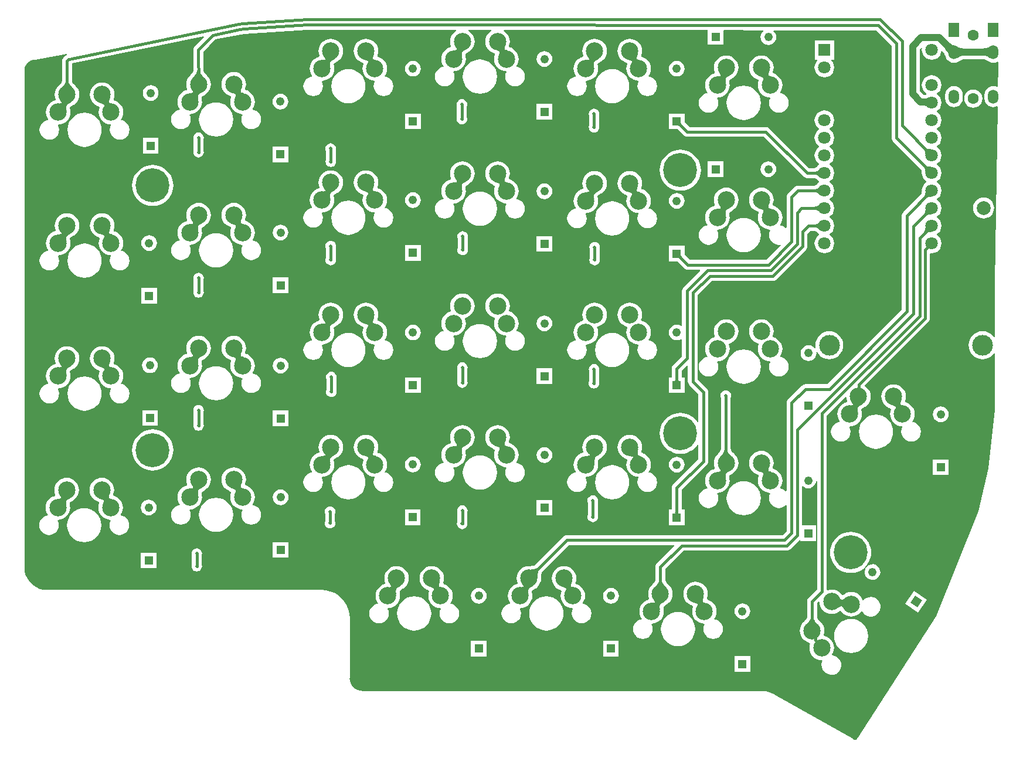
<source format=gbl>
G04*
G04 #@! TF.GenerationSoftware,Altium Limited,Altium Designer,21.2.1 (34)*
G04*
G04 Layer_Physical_Order=2*
G04 Layer_Color=16711680*
%FSLAX25Y25*%
%MOIN*%
G70*
G04*
G04 #@! TF.SameCoordinates,D9DA92A3-D26D-4F9D-A7EC-0AB5783BD49A*
G04*
G04*
G04 #@! TF.FilePolarity,Positive*
G04*
G01*
G75*
%ADD10C,0.01000*%
%ADD26C,0.09843*%
%ADD30C,0.07874*%
%ADD32C,0.01575*%
%ADD33C,0.06299*%
%ADD34O,0.05906X0.07874*%
%ADD35R,0.05906X0.07874*%
%ADD36R,0.04874X0.04874*%
%ADD37C,0.04874*%
%ADD38P,0.06893X4X191.0*%
%ADD39R,0.04874X0.04874*%
%ADD40C,0.11811*%
%ADD41R,0.07087X0.07087*%
%ADD42C,0.07087*%
%ADD43C,0.19291*%
%ADD44C,0.01968*%
%ADD45C,0.03937*%
G36*
X362183Y426593D02*
X362022Y426049D01*
X361913Y425535D01*
X361856Y425053D01*
X361851Y424601D01*
X361865Y424476D01*
X362276Y424308D01*
X362816Y424127D01*
X364006Y423796D01*
X362388Y423063D01*
X362610Y422805D01*
X361051Y422138D01*
X360890Y422271D01*
X360789Y422338D01*
X358469Y421287D01*
X358679Y421728D01*
X358842Y422149D01*
X358956Y422550D01*
X359022Y422930D01*
X359036Y423213D01*
X357671Y423795D01*
X356078Y424419D01*
X362396Y427168D01*
X362183Y426593D01*
D02*
G37*
G36*
X614023Y428901D02*
X614964Y428096D01*
X615418Y427762D01*
X615860Y427474D01*
X616291Y427232D01*
X616710Y427035D01*
X617118Y426883D01*
X617514Y426777D01*
X617899Y426717D01*
X614593Y420720D01*
X614394Y421303D01*
X614151Y421890D01*
X613865Y422481D01*
X613533Y423076D01*
X612739Y424276D01*
X612275Y424881D01*
X611215Y426103D01*
X610619Y426720D01*
X613535Y429371D01*
X614023Y428901D01*
D02*
G37*
G36*
X337248Y425399D02*
X337278Y425425D01*
X337317Y425386D01*
X340367Y424796D01*
X337671Y423042D01*
X337652Y422985D01*
X337561Y422565D01*
X337508Y422108D01*
X337493Y421616D01*
X337515Y421088D01*
X337574Y420524D01*
X337671Y419924D01*
X334760Y422196D01*
X334132Y422279D01*
X334343Y422521D01*
X332540Y423928D01*
X333208Y423980D01*
X334415Y424150D01*
X334789Y424231D01*
X334772Y424353D01*
X334653Y424753D01*
X334471Y425168D01*
X334224Y425598D01*
X333912Y426044D01*
X337248Y425399D01*
D02*
G37*
G36*
X638122Y419393D02*
X637717Y419700D01*
X637288Y419974D01*
X636836Y420216D01*
X636360Y420426D01*
X635861Y420604D01*
X635338Y420749D01*
X634791Y420862D01*
X634221Y420942D01*
X633627Y420991D01*
X633010Y421007D01*
X633095Y424944D01*
X633758Y424957D01*
X634977Y425064D01*
X635533Y425157D01*
X636054Y425277D01*
X636539Y425423D01*
X636988Y425597D01*
X637402Y425796D01*
X637780Y426023D01*
X638122Y426276D01*
Y419393D01*
D02*
G37*
G36*
X619307Y426023D02*
X619685Y425796D01*
X620099Y425597D01*
X620548Y425423D01*
X621033Y425277D01*
X621553Y425157D01*
X622110Y425064D01*
X622701Y424997D01*
X623992Y424944D01*
X624077Y421007D01*
X623460Y420991D01*
X622866Y420942D01*
X622295Y420862D01*
X621749Y420749D01*
X621226Y420604D01*
X620726Y420426D01*
X620250Y420216D01*
X619798Y419974D01*
X619370Y419700D01*
X618964Y419393D01*
Y426276D01*
X619307Y426023D01*
D02*
G37*
G36*
X188572Y412117D02*
X188655Y411752D01*
X188792Y411370D01*
X188982Y410969D01*
X189226Y410551D01*
X189523Y410116D01*
X189873Y409662D01*
X190733Y408702D01*
X191243Y408195D01*
X184354Y408124D01*
X184853Y408641D01*
X185694Y409619D01*
X186034Y410080D01*
X186322Y410521D01*
X186557Y410944D01*
X186739Y411348D01*
X186868Y411734D01*
X186944Y412100D01*
X186967Y412448D01*
X188541Y412464D01*
X188572Y412117D01*
D02*
G37*
G36*
X113846Y406203D02*
X113925Y405838D01*
X114058Y405454D01*
X114244Y405052D01*
X114483Y404631D01*
X114776Y404192D01*
X115121Y403735D01*
X115972Y402767D01*
X116476Y402255D01*
X109587D01*
X110092Y402767D01*
X110942Y403735D01*
X111287Y404192D01*
X111580Y404631D01*
X111819Y405052D01*
X112005Y405454D01*
X112138Y405838D01*
X112217Y406203D01*
X112244Y406551D01*
X113819D01*
X113846Y406203D01*
D02*
G37*
G36*
X187249Y401029D02*
X187278Y401055D01*
X187317Y401016D01*
X190367Y400426D01*
X187671Y398672D01*
X187652Y398615D01*
X187562Y398195D01*
X187508Y397738D01*
X187493Y397246D01*
X187515Y396717D01*
X187574Y396153D01*
X187671Y395554D01*
X184760Y397826D01*
X184132Y397909D01*
X184343Y398151D01*
X182540Y399558D01*
X183208Y399610D01*
X184415Y399780D01*
X184789Y399861D01*
X184772Y399983D01*
X184653Y400383D01*
X184471Y400798D01*
X184224Y401228D01*
X183912Y401673D01*
X187249Y401029D01*
D02*
G37*
G36*
X601921Y391976D02*
X601810Y392091D01*
X601667Y392194D01*
X601494Y392285D01*
X601289Y392363D01*
X601054Y392430D01*
X600787Y392484D01*
X600489Y392527D01*
X599800Y392575D01*
X599409Y392581D01*
X599919Y396518D01*
X600314Y396522D01*
X601579Y396616D01*
X601816Y396659D01*
X602022Y396709D01*
X602196Y396768D01*
X602338Y396834D01*
X602448Y396908D01*
X601921Y391976D01*
D02*
G37*
G36*
X112445Y395123D02*
X112475Y395149D01*
X112514Y395110D01*
X115564Y394521D01*
X112868Y392766D01*
X112849Y392710D01*
X112758Y392289D01*
X112705Y391832D01*
X112689Y391340D01*
X112712Y390812D01*
X112771Y390248D01*
X112868Y389648D01*
X109956Y391921D01*
X109329Y392003D01*
X109540Y392246D01*
X107737Y393653D01*
X108405Y393705D01*
X109611Y393874D01*
X109986Y393956D01*
X109969Y394078D01*
X109850Y394477D01*
X109668Y394892D01*
X109421Y395322D01*
X109109Y395768D01*
X112445Y395123D01*
D02*
G37*
G36*
X334242Y435510D02*
X334367Y435010D01*
X333971Y434798D01*
X332917Y433933D01*
X332052Y432880D01*
X331409Y431677D01*
X331013Y430372D01*
X330880Y429016D01*
X331013Y427659D01*
X331409Y426354D01*
X331435Y426305D01*
X331169Y425743D01*
X330173Y425441D01*
X328971Y424798D01*
X327917Y423934D01*
X327052Y422880D01*
X326409Y421677D01*
X326013Y420372D01*
X325880Y419016D01*
X326013Y417659D01*
X326409Y416354D01*
X327052Y415152D01*
X327205Y414965D01*
X327022Y414500D01*
X326388Y414416D01*
X325039Y413858D01*
X323881Y412969D01*
X322993Y411811D01*
X322434Y410463D01*
X322243Y409016D01*
X322434Y407569D01*
X322993Y406220D01*
X323881Y405062D01*
X325039Y404174D01*
X326388Y403615D01*
X327835Y403425D01*
X329282Y403615D01*
X330630Y404174D01*
X331788Y405062D01*
X332677Y406220D01*
X333235Y407569D01*
X333426Y409016D01*
X333235Y410463D01*
X332779Y411564D01*
X332787Y411637D01*
X333044Y412060D01*
X333082Y412085D01*
X334191Y412195D01*
X335496Y412590D01*
X336699Y413233D01*
X337752Y414098D01*
X338617Y415152D01*
X339260Y416354D01*
X339656Y417659D01*
X339789Y419016D01*
X339687Y420058D01*
X339695Y420174D01*
X339683Y420211D01*
X339684Y420250D01*
X339596Y420794D01*
X339549Y421237D01*
X339533Y421626D01*
X339540Y421825D01*
X341479Y423087D01*
X341493Y423100D01*
X341510Y423107D01*
X341562Y423160D01*
X341699Y423233D01*
X342752Y424098D01*
X343617Y425152D01*
X344260Y426354D01*
X344656Y427659D01*
X344789Y429016D01*
X344656Y430372D01*
X344260Y431677D01*
X343617Y432880D01*
X342752Y433933D01*
X341699Y434798D01*
X341313Y435005D01*
X341438Y435504D01*
X354212Y435494D01*
X354337Y434994D01*
X353971Y434798D01*
X352917Y433933D01*
X352052Y432880D01*
X351409Y431677D01*
X351013Y430372D01*
X350880Y429016D01*
X351013Y427659D01*
X351409Y426354D01*
X352052Y425152D01*
X352917Y424098D01*
X353971Y423233D01*
X355173Y422590D01*
X355269Y422561D01*
X355331Y422521D01*
X355333Y422521D01*
X355335Y422520D01*
X356143Y422203D01*
X356409Y421677D01*
X356013Y420372D01*
X355880Y419016D01*
X356013Y417659D01*
X356409Y416354D01*
X357052Y415152D01*
X357917Y414098D01*
X358971Y413233D01*
X360173Y412590D01*
X361478Y412195D01*
X362588Y412085D01*
X362625Y412060D01*
X362882Y411637D01*
X362890Y411564D01*
X362434Y410463D01*
X362244Y409016D01*
X362434Y407569D01*
X362993Y406220D01*
X363881Y405062D01*
X365039Y404174D01*
X366388Y403615D01*
X367835Y403425D01*
X369282Y403615D01*
X370630Y404174D01*
X371788Y405062D01*
X372677Y406220D01*
X373235Y407569D01*
X373426Y409016D01*
X373235Y410463D01*
X372677Y411811D01*
X371788Y412969D01*
X370630Y413858D01*
X369282Y414416D01*
X368648Y414500D01*
X368464Y414965D01*
X368617Y415152D01*
X369260Y416354D01*
X369656Y417659D01*
X369789Y419016D01*
X369656Y420372D01*
X369260Y421677D01*
X368617Y422880D01*
X367752Y423934D01*
X366699Y424798D01*
X365496Y425441D01*
X364814Y425648D01*
X364724Y425704D01*
X364634Y425719D01*
X364552Y425760D01*
X364270Y426358D01*
X364308Y426459D01*
X364326Y426571D01*
X364656Y427659D01*
X364789Y429016D01*
X364656Y430372D01*
X364260Y431677D01*
X363617Y432880D01*
X362752Y433933D01*
X361699Y434798D01*
X361343Y434988D01*
X361469Y435488D01*
X477413Y435394D01*
Y427059D01*
X486287D01*
Y435033D01*
X486641Y435387D01*
X508831Y435369D01*
X508992Y434895D01*
X508686Y434661D01*
X507975Y433734D01*
X507528Y432654D01*
X507375Y431496D01*
X507528Y430338D01*
X507975Y429258D01*
X508686Y428332D01*
X509613Y427620D01*
X510692Y427173D01*
X511850Y427021D01*
X513009Y427173D01*
X514088Y427620D01*
X515015Y428332D01*
X515726Y429258D01*
X516173Y430338D01*
X516326Y431496D01*
X516173Y432654D01*
X515726Y433734D01*
X515015Y434661D01*
X514715Y434891D01*
X514876Y435364D01*
X573182Y435317D01*
X581834Y426665D01*
Y374228D01*
X581834Y374228D01*
X581930Y373501D01*
X582211Y372823D01*
X582658Y372240D01*
X598649Y356249D01*
X598672Y356210D01*
X598780Y356088D01*
X598817Y356035D01*
X598863Y355952D01*
X598915Y355831D01*
X598968Y355669D01*
X599019Y355464D01*
X599057Y355244D01*
X599114Y354571D01*
X599118Y354237D01*
X599110Y354173D01*
X599300Y352726D01*
X599859Y351378D01*
X600747Y350220D01*
X601715Y349478D01*
X601748Y349395D01*
Y348951D01*
X601715Y348869D01*
X600747Y348127D01*
X599859Y346969D01*
X599300Y345620D01*
X599110Y344173D01*
X599118Y344110D01*
X599114Y343749D01*
X599094Y343419D01*
X599062Y343130D01*
X599019Y342883D01*
X598968Y342678D01*
X598915Y342516D01*
X598863Y342395D01*
X598817Y342311D01*
X598780Y342259D01*
X598672Y342136D01*
X598649Y342097D01*
X588563Y332012D01*
X588116Y331429D01*
X587836Y330751D01*
X587740Y330024D01*
X587740Y330024D01*
Y276558D01*
X545292Y234111D01*
X532874D01*
X532874Y234111D01*
X532146Y234015D01*
X531468Y233734D01*
X530886Y233287D01*
X530886Y233287D01*
X523012Y225413D01*
X522565Y224831D01*
X522284Y224153D01*
X522189Y223425D01*
X522189Y223425D01*
Y173475D01*
X521689Y173321D01*
X520630Y174133D01*
X519282Y174692D01*
X518648Y174776D01*
X518464Y175241D01*
X518617Y175427D01*
X519260Y176630D01*
X519656Y177935D01*
X519789Y179291D01*
X519656Y180648D01*
X519260Y181953D01*
X518617Y183155D01*
X517752Y184209D01*
X516699Y185074D01*
X515496Y185717D01*
X514814Y185924D01*
X514724Y185980D01*
X514634Y185995D01*
X514552Y186036D01*
X514270Y186633D01*
X514308Y186735D01*
X514326Y186846D01*
X514656Y187935D01*
X514789Y189291D01*
X514656Y190648D01*
X514260Y191953D01*
X513617Y193155D01*
X512752Y194209D01*
X511698Y195074D01*
X510496Y195717D01*
X509192Y196113D01*
X507835Y196246D01*
X506478Y196113D01*
X505173Y195717D01*
X503971Y195074D01*
X502917Y194209D01*
X502052Y193155D01*
X501409Y191953D01*
X501014Y190648D01*
X500880Y189291D01*
X501014Y187935D01*
X501409Y186630D01*
X502052Y185427D01*
X502917Y184374D01*
X503971Y183509D01*
X505173Y182866D01*
X505269Y182837D01*
X505332Y182797D01*
X505333Y182796D01*
X505335Y182795D01*
X506143Y182479D01*
X506409Y181953D01*
X506013Y180648D01*
X505880Y179291D01*
X506013Y177935D01*
X506409Y176630D01*
X507052Y175427D01*
X507917Y174374D01*
X508971Y173509D01*
X510173Y172866D01*
X511478Y172470D01*
X512588Y172361D01*
X512625Y172336D01*
X512882Y171913D01*
X512890Y171840D01*
X512434Y170738D01*
X512244Y169291D01*
X512434Y167844D01*
X512993Y166496D01*
X513881Y165338D01*
X515039Y164449D01*
X516388Y163891D01*
X517835Y163700D01*
X519282Y163891D01*
X520630Y164449D01*
X521689Y165261D01*
X522189Y165107D01*
Y150636D01*
X519837Y148284D01*
X397362D01*
X397362Y148284D01*
X396635Y148188D01*
X395956Y147907D01*
X395374Y147460D01*
X395374Y147460D01*
X379298Y131384D01*
X379268Y131368D01*
X379111Y131233D01*
X379017Y131172D01*
X378852Y131092D01*
X378612Y131004D01*
X378298Y130918D01*
X377911Y130840D01*
X377478Y130780D01*
X376325Y130705D01*
X375665Y130700D01*
X375636Y130694D01*
X375630Y130695D01*
X374273Y130561D01*
X372969Y130166D01*
X371766Y129523D01*
X370712Y128658D01*
X369847Y127604D01*
X369205Y126402D01*
X368809Y125097D01*
X368675Y123740D01*
X368809Y122383D01*
X369205Y121079D01*
X369231Y121030D01*
X368964Y120468D01*
X367969Y120166D01*
X366766Y119523D01*
X365712Y118658D01*
X364847Y117604D01*
X364205Y116402D01*
X363809Y115097D01*
X363675Y113740D01*
X363809Y112383D01*
X364205Y111079D01*
X364847Y109876D01*
X365001Y109689D01*
X364817Y109224D01*
X364183Y109141D01*
X362834Y108582D01*
X361676Y107694D01*
X360788Y106536D01*
X360229Y105187D01*
X360039Y103740D01*
X360229Y102293D01*
X360788Y100945D01*
X361676Y99787D01*
X362834Y98898D01*
X364183Y98339D01*
X365630Y98149D01*
X367077Y98339D01*
X368425Y98898D01*
X369584Y99787D01*
X370472Y100945D01*
X371031Y102293D01*
X371221Y103740D01*
X371031Y105187D01*
X370574Y106288D01*
X370583Y106362D01*
X370840Y106785D01*
X370877Y106810D01*
X371987Y106919D01*
X373291Y107315D01*
X374494Y107957D01*
X375548Y108822D01*
X376413Y109876D01*
X377055Y111079D01*
X377451Y112383D01*
X377585Y113740D01*
X377482Y114783D01*
X377490Y114898D01*
X377478Y114935D01*
X377480Y114974D01*
X377392Y115518D01*
X377345Y115961D01*
X377328Y116350D01*
X377335Y116549D01*
X379275Y117811D01*
X379288Y117824D01*
X379305Y117831D01*
X379358Y117885D01*
X379494Y117957D01*
X380548Y118822D01*
X381413Y119876D01*
X382055Y121079D01*
X382451Y122383D01*
X382585Y123740D01*
X382584Y123746D01*
X382590Y123775D01*
X382595Y124435D01*
X382670Y125588D01*
X382730Y126021D01*
X382807Y126408D01*
X382894Y126723D01*
X382982Y126962D01*
X383062Y127127D01*
X383122Y127221D01*
X383257Y127379D01*
X383274Y127408D01*
X398527Y142661D01*
X458307D01*
X458499Y142199D01*
X448445Y132146D01*
X447998Y131563D01*
X447717Y130885D01*
X447622Y130157D01*
X447622Y130157D01*
Y122881D01*
X447612Y122848D01*
X447597Y122642D01*
X447573Y122532D01*
X447513Y122359D01*
X447406Y122127D01*
X447244Y121844D01*
X447026Y121515D01*
X446762Y121166D01*
X446000Y120298D01*
X445537Y119828D01*
X445520Y119804D01*
X445515Y119800D01*
X444650Y118746D01*
X444008Y117543D01*
X443612Y116239D01*
X443478Y114882D01*
X443612Y113525D01*
X444008Y112220D01*
X444034Y112171D01*
X443767Y111609D01*
X442772Y111307D01*
X441569Y110665D01*
X440515Y109800D01*
X439650Y108746D01*
X439008Y107543D01*
X438612Y106239D01*
X438478Y104882D01*
X438612Y103525D01*
X439008Y102220D01*
X439650Y101018D01*
X439804Y100831D01*
X439620Y100366D01*
X438986Y100283D01*
X437638Y99724D01*
X436480Y98835D01*
X435591Y97677D01*
X435033Y96329D01*
X434842Y94882D01*
X435033Y93435D01*
X435591Y92086D01*
X436480Y90928D01*
X437638Y90040D01*
X438986Y89481D01*
X440433Y89291D01*
X441880Y89481D01*
X443229Y90040D01*
X444387Y90928D01*
X445275Y92086D01*
X445834Y93435D01*
X446024Y94882D01*
X445834Y96329D01*
X445378Y97430D01*
X445386Y97503D01*
X445643Y97926D01*
X445680Y97952D01*
X446790Y98061D01*
X448095Y98457D01*
X449297Y99099D01*
X450351Y99964D01*
X451216Y101018D01*
X451858Y102220D01*
X452254Y103525D01*
X452388Y104882D01*
X452285Y105924D01*
X452294Y106040D01*
X452281Y106077D01*
X452283Y106116D01*
X452195Y106660D01*
X452148Y107103D01*
X452132Y107492D01*
X452138Y107691D01*
X454078Y108953D01*
X454091Y108966D01*
X454108Y108973D01*
X454161Y109026D01*
X454297Y109099D01*
X455351Y109964D01*
X456216Y111018D01*
X456858Y112220D01*
X457254Y113525D01*
X457388Y114882D01*
X457254Y116239D01*
X456858Y117543D01*
X456216Y118746D01*
X455351Y119800D01*
X455346Y119804D01*
X455330Y119828D01*
X454866Y120298D01*
X454104Y121166D01*
X453840Y121515D01*
X453622Y121844D01*
X453461Y122127D01*
X453353Y122359D01*
X453293Y122532D01*
X453269Y122642D01*
X453254Y122848D01*
X453244Y122881D01*
Y128993D01*
X463763Y139511D01*
X522306D01*
X522306Y139511D01*
X523034Y139607D01*
X523712Y139888D01*
X524294Y140335D01*
X529629Y145670D01*
X530091Y145478D01*
Y144854D01*
X538965D01*
Y153728D01*
X530961D01*
Y175899D01*
X531461Y176052D01*
X532290Y175416D01*
X533369Y174969D01*
X534528Y174816D01*
X535686Y174969D01*
X536765Y175416D01*
X537692Y176127D01*
X538403Y177054D01*
X538850Y178133D01*
X538969Y179036D01*
X539469Y179003D01*
Y117461D01*
X534698Y112689D01*
X534251Y112107D01*
X533970Y111429D01*
X533874Y110701D01*
X533874Y110701D01*
Y101837D01*
X533865Y101804D01*
X533849Y101598D01*
X533825Y101488D01*
X533765Y101315D01*
X533658Y101084D01*
X533497Y100800D01*
X533278Y100472D01*
X533014Y100123D01*
X532252Y99255D01*
X531789Y98785D01*
X531764Y98747D01*
X530920Y97727D01*
X530272Y96528D01*
X529871Y95225D01*
X529731Y93869D01*
X529859Y92511D01*
X530249Y91205D01*
X530886Y90000D01*
X531746Y88942D01*
X532797Y88073D01*
X533996Y87425D01*
X535299Y87023D01*
X535354Y87018D01*
X535671Y86482D01*
X535365Y85488D01*
X535225Y84132D01*
X535353Y82774D01*
X535743Y81468D01*
X536380Y80263D01*
X537241Y79205D01*
X538291Y78335D01*
X539491Y77688D01*
X540794Y77286D01*
X542150Y77147D01*
X542390Y77169D01*
X542673Y76757D01*
X542388Y76184D01*
X542097Y74754D01*
X542186Y73297D01*
X542649Y71913D01*
X543455Y70696D01*
X544548Y69729D01*
X545854Y69078D01*
X547284Y68787D01*
X548741Y68876D01*
X550125Y69339D01*
X551342Y70144D01*
X552310Y71238D01*
X552961Y72544D01*
X553252Y73974D01*
X553163Y75431D01*
X552700Y76815D01*
X551894Y78032D01*
X550801Y78999D01*
X549495Y79651D01*
X548327Y79888D01*
X548271Y79936D01*
X548064Y80386D01*
X548064Y80431D01*
X548594Y81412D01*
X548995Y82715D01*
X549135Y84071D01*
X549007Y85428D01*
X548617Y86735D01*
X547979Y87940D01*
X547119Y88998D01*
X546069Y89867D01*
X544870Y90515D01*
X543567Y90916D01*
X543511Y90922D01*
X543194Y91457D01*
X543501Y92452D01*
X543640Y93808D01*
X543513Y95165D01*
X543122Y96472D01*
X542485Y97677D01*
X541625Y98735D01*
X541604Y98752D01*
X541582Y98785D01*
X541119Y99255D01*
X540357Y100123D01*
X540093Y100472D01*
X539874Y100800D01*
X539713Y101084D01*
X539606Y101315D01*
X539546Y101488D01*
X539522Y101598D01*
X539506Y101804D01*
X539497Y101837D01*
Y109537D01*
X540441Y110481D01*
X540932Y110265D01*
X541043Y109092D01*
X541433Y107786D01*
X542070Y106580D01*
X542930Y105523D01*
X543980Y104653D01*
X545180Y104005D01*
X546483Y103604D01*
X547839Y103464D01*
X549196Y103592D01*
X550503Y103982D01*
X551708Y104620D01*
X551825Y104715D01*
X551913Y104754D01*
X552522Y105181D01*
X552869Y105406D01*
X553074Y105185D01*
X553452Y104711D01*
X553604Y104584D01*
X554017Y104076D01*
X555067Y103207D01*
X556266Y102559D01*
X557569Y102157D01*
X558925Y102018D01*
X560283Y102145D01*
X561589Y102535D01*
X562794Y103173D01*
X563852Y104033D01*
X564563Y104892D01*
X564605Y104909D01*
X565099Y104886D01*
X565165Y104851D01*
X565823Y103858D01*
X566916Y102890D01*
X568222Y102239D01*
X569652Y101948D01*
X571109Y102037D01*
X572493Y102500D01*
X573710Y103306D01*
X574677Y104399D01*
X575329Y105705D01*
X575620Y107136D01*
X575531Y108592D01*
X575067Y109977D01*
X574262Y111194D01*
X573169Y112161D01*
X571862Y112812D01*
X570432Y113103D01*
X568975Y113014D01*
X567591Y112551D01*
X566374Y111745D01*
X565950Y111266D01*
X565462Y111374D01*
X565393Y111606D01*
X564755Y112811D01*
X563895Y113869D01*
X562845Y114738D01*
X561645Y115386D01*
X560342Y115787D01*
X558986Y115927D01*
X557629Y115799D01*
X556322Y115409D01*
X555117Y114772D01*
X554808Y114520D01*
X554661Y114449D01*
X554330Y114199D01*
X553645Y114308D01*
X553575Y114405D01*
X553469Y114504D01*
X552809Y115315D01*
X551758Y116185D01*
X550559Y116833D01*
X549256Y117234D01*
X547900Y117374D01*
X546542Y117246D01*
X545592Y116962D01*
X545092Y117334D01*
Y216286D01*
X555603Y226797D01*
X556124Y226610D01*
X556210Y225730D01*
X556606Y224425D01*
X556632Y224376D01*
X556366Y223814D01*
X555370Y223512D01*
X554168Y222869D01*
X553114Y222004D01*
X552249Y220951D01*
X551606Y219748D01*
X551210Y218443D01*
X551077Y217087D01*
X551210Y215730D01*
X551606Y214425D01*
X552249Y213223D01*
X552402Y213036D01*
X552219Y212571D01*
X551584Y212487D01*
X550236Y211929D01*
X549078Y211040D01*
X548189Y209882D01*
X547631Y208534D01*
X547440Y207087D01*
X547631Y205640D01*
X548189Y204291D01*
X549078Y203133D01*
X550236Y202245D01*
X551584Y201686D01*
X553031Y201496D01*
X554479Y201686D01*
X555827Y202245D01*
X556985Y203133D01*
X557874Y204291D01*
X558432Y205640D01*
X558623Y207087D01*
X558432Y208534D01*
X557976Y209635D01*
X557984Y209708D01*
X558241Y210131D01*
X558278Y210156D01*
X559388Y210265D01*
X560693Y210661D01*
X561895Y211304D01*
X562949Y212169D01*
X563814Y213223D01*
X564457Y214425D01*
X564853Y215730D01*
X564986Y217087D01*
X564884Y218129D01*
X564892Y218245D01*
X564880Y218282D01*
X564881Y218321D01*
X564793Y218865D01*
X564746Y219308D01*
X564730Y219697D01*
X564736Y219896D01*
X566676Y221158D01*
X566689Y221171D01*
X566706Y221178D01*
X566759Y221231D01*
X566895Y221304D01*
X567949Y222169D01*
X568814Y223223D01*
X569457Y224425D01*
X569853Y225730D01*
X569986Y227087D01*
X569853Y228443D01*
X569457Y229748D01*
X568814Y230950D01*
X567949Y232004D01*
X566895Y232869D01*
X566767Y232938D01*
X566693Y233433D01*
X602946Y269686D01*
X602946Y269686D01*
X603393Y270268D01*
X603674Y270946D01*
X603770Y271674D01*
X603770Y271674D01*
Y308326D01*
X604146Y308655D01*
X604701Y308582D01*
X606148Y308773D01*
X607496Y309331D01*
X608654Y310220D01*
X609543Y311378D01*
X610101Y312726D01*
X610292Y314173D01*
X610101Y315620D01*
X609543Y316969D01*
X608654Y318127D01*
X607687Y318869D01*
X607653Y318951D01*
Y319395D01*
X607687Y319478D01*
X608654Y320220D01*
X609543Y321378D01*
X610101Y322726D01*
X610292Y324173D01*
X610101Y325620D01*
X609543Y326969D01*
X608654Y328127D01*
X607687Y328869D01*
X607653Y328951D01*
Y329395D01*
X607687Y329478D01*
X608654Y330220D01*
X609543Y331378D01*
X610101Y332726D01*
X610292Y334173D01*
X610101Y335620D01*
X609543Y336969D01*
X608654Y338127D01*
X607687Y338869D01*
X607653Y338951D01*
Y339395D01*
X607687Y339477D01*
X608654Y340220D01*
X609543Y341378D01*
X610101Y342726D01*
X610292Y344173D01*
X610101Y345620D01*
X609543Y346969D01*
X608654Y348127D01*
X607687Y348869D01*
X607653Y348951D01*
Y349395D01*
X607687Y349478D01*
X608654Y350220D01*
X609543Y351378D01*
X610101Y352726D01*
X610292Y354173D01*
X610101Y355620D01*
X609543Y356969D01*
X608654Y358127D01*
X607687Y358869D01*
X607653Y358951D01*
Y359395D01*
X607687Y359477D01*
X608654Y360220D01*
X609543Y361378D01*
X610101Y362726D01*
X610292Y364173D01*
X610101Y365620D01*
X609543Y366969D01*
X608654Y368127D01*
X607687Y368869D01*
X607653Y368951D01*
Y369395D01*
X607687Y369478D01*
X608654Y370220D01*
X609543Y371378D01*
X610101Y372726D01*
X610292Y374173D01*
X610101Y375620D01*
X609543Y376969D01*
X608654Y378127D01*
X607687Y378869D01*
X607653Y378951D01*
Y379395D01*
X607687Y379478D01*
X608654Y380220D01*
X609543Y381378D01*
X610101Y382726D01*
X610292Y384173D01*
X610101Y385620D01*
X609543Y386969D01*
X608654Y388127D01*
X607687Y388869D01*
X607653Y388951D01*
Y389395D01*
X607687Y389477D01*
X608654Y390220D01*
X609543Y391378D01*
X610101Y392726D01*
X610292Y394173D01*
X610101Y395620D01*
X609543Y396969D01*
X608654Y398127D01*
X607687Y398869D01*
X607653Y398951D01*
Y399395D01*
X607687Y399478D01*
X608654Y400220D01*
X609543Y401378D01*
X610101Y402726D01*
X610292Y404173D01*
X610101Y405620D01*
X609543Y406969D01*
X608654Y408127D01*
X607496Y409015D01*
X606148Y409574D01*
X604701Y409764D01*
X603254Y409574D01*
X601905Y409015D01*
X600747Y408127D01*
X599859Y406969D01*
X599300Y405620D01*
X599110Y404173D01*
X599300Y402726D01*
X599859Y401378D01*
X600747Y400220D01*
X601715Y399478D01*
X601748Y399395D01*
Y398951D01*
X601715Y398869D01*
X601465Y398677D01*
X601443Y398667D01*
X601390Y398654D01*
X601322Y398642D01*
X600229Y398561D01*
X600055Y398559D01*
X597878Y400736D01*
Y424654D01*
X598788Y425564D01*
X599262Y425330D01*
X599110Y424173D01*
X599300Y422726D01*
X599859Y421378D01*
X600747Y420220D01*
X601905Y419331D01*
X603254Y418773D01*
X604701Y418582D01*
X606148Y418773D01*
X607496Y419331D01*
X608654Y420220D01*
X609543Y421378D01*
X610101Y422726D01*
X610199Y423467D01*
X610552Y423573D01*
X610716Y423563D01*
X611077Y423092D01*
X611790Y422015D01*
X612055Y421539D01*
X612290Y421055D01*
X612485Y420584D01*
X612662Y420063D01*
X612804Y419818D01*
X612997Y419353D01*
X613791Y418318D01*
X614825Y417524D01*
X616030Y417025D01*
X617323Y416855D01*
X618616Y417025D01*
X619821Y417524D01*
X620039Y417692D01*
X620195Y417767D01*
X620536Y418026D01*
X620830Y418214D01*
X621144Y418382D01*
X621480Y418530D01*
X621841Y418658D01*
X622228Y418766D01*
X622645Y418852D01*
X623092Y418915D01*
X623569Y418954D01*
X624130Y418968D01*
X624149Y418973D01*
X632937D01*
X632956Y418968D01*
X633518Y418954D01*
X633995Y418915D01*
X634442Y418852D01*
X634858Y418766D01*
X635246Y418658D01*
X635607Y418530D01*
X635943Y418382D01*
X636256Y418214D01*
X636550Y418026D01*
X636891Y417767D01*
X637048Y417692D01*
X637266Y417524D01*
X638471Y417025D01*
X639764Y416855D01*
X641057Y417025D01*
X642153Y417479D01*
X642650Y417260D01*
X642442Y403415D01*
X641936Y403083D01*
X641057Y403447D01*
X639764Y403617D01*
X638471Y403447D01*
X637266Y402948D01*
X636231Y402154D01*
X635438Y401120D01*
X634938Y399915D01*
X634768Y398622D01*
Y396654D01*
X634938Y395361D01*
X635438Y394156D01*
X636231Y393121D01*
X637266Y392327D01*
X638471Y391828D01*
X639764Y391658D01*
X641057Y391828D01*
X641771Y392124D01*
X642266Y391788D01*
X640758Y291771D01*
X640762Y291752D01*
X640758Y291732D01*
Y260918D01*
X640301Y260719D01*
X640258Y260723D01*
X639279Y261916D01*
X638075Y262904D01*
X636701Y263638D01*
X635211Y264090D01*
X633661Y264243D01*
X632112Y264090D01*
X630621Y263638D01*
X629248Y262904D01*
X628044Y261916D01*
X627056Y260713D01*
X626322Y259339D01*
X625870Y257849D01*
X625718Y256299D01*
X625870Y254749D01*
X626322Y253259D01*
X627056Y251886D01*
X628044Y250682D01*
X629248Y249694D01*
X630621Y248960D01*
X632112Y248508D01*
X633661Y248356D01*
X635211Y248508D01*
X636701Y248960D01*
X638075Y249694D01*
X639279Y250682D01*
X640258Y251876D01*
X640301Y251879D01*
X640758Y251680D01*
Y245286D01*
X640551Y219442D01*
X636853Y186257D01*
X631223Y161990D01*
X607120Y102272D01*
X562609Y33010D01*
X562444Y32752D01*
X562354Y32591D01*
X562069Y32209D01*
X561649Y31928D01*
X561089Y31817D01*
X560626Y31909D01*
X560210Y32142D01*
X559912Y32343D01*
X559803Y32405D01*
X516103Y57210D01*
X515912Y57273D01*
X514902Y57892D01*
X512577Y58855D01*
X510130Y59442D01*
X507622Y59640D01*
X507622Y59639D01*
X281285Y59636D01*
X281166Y59612D01*
X279817Y59745D01*
X278406Y60173D01*
X277105Y60868D01*
X275965Y61804D01*
X275030Y62944D01*
X274334Y64245D01*
X273906Y65656D01*
X273773Y67005D01*
X273797Y67123D01*
X273809Y101123D01*
X273809Y101124D01*
X273809D01*
X273612Y103633D01*
X273024Y106080D01*
X272061Y108405D01*
X270746Y110551D01*
X269112Y112464D01*
X267199Y114099D01*
X265053Y115413D01*
X262728Y116376D01*
X260281Y116964D01*
X257780Y117161D01*
X257772Y117162D01*
X101711Y117119D01*
X101572Y117091D01*
X99690Y117239D01*
X97718Y117712D01*
X95844Y118489D01*
X94115Y119548D01*
X92572Y120865D01*
X91255Y122408D01*
X90195Y124137D01*
X89419Y126011D01*
X88946Y127983D01*
X88798Y129865D01*
X88826Y130005D01*
X88826Y412545D01*
X88807Y412639D01*
X88914Y413725D01*
X89258Y414861D01*
X89818Y415907D01*
X90571Y416825D01*
X91488Y417578D01*
X92535Y418138D01*
X93671Y418482D01*
X94405Y418554D01*
X94405Y418554D01*
X94683Y418590D01*
X94886Y418628D01*
X112847Y421974D01*
X113027Y421516D01*
X112801Y421363D01*
X112565Y421225D01*
X112231Y420966D01*
X112106Y420840D01*
X111966Y420732D01*
X111044Y419810D01*
X110867Y419580D01*
X110597Y419228D01*
X110597Y419228D01*
X110316Y418549D01*
X110220Y417822D01*
X110220Y417822D01*
X110220Y417461D01*
X110220Y417461D01*
X110220Y417461D01*
Y406739D01*
X110211Y406706D01*
X110195Y406500D01*
X110171Y406390D01*
X110111Y406217D01*
X110004Y405985D01*
X109843Y405702D01*
X109624Y405374D01*
X109360Y405024D01*
X108598Y404156D01*
X108135Y403687D01*
X108119Y403662D01*
X108114Y403658D01*
X107249Y402604D01*
X106606Y401402D01*
X106210Y400097D01*
X106077Y398740D01*
X106210Y397383D01*
X106606Y396079D01*
X106632Y396030D01*
X106366Y395468D01*
X105370Y395165D01*
X104168Y394523D01*
X103114Y393658D01*
X102249Y392604D01*
X101606Y391402D01*
X101210Y390097D01*
X101077Y388740D01*
X101210Y387383D01*
X101606Y386079D01*
X102249Y384876D01*
X102402Y384689D01*
X102219Y384224D01*
X101584Y384141D01*
X100236Y383582D01*
X99078Y382694D01*
X98189Y381536D01*
X97631Y380187D01*
X97440Y378740D01*
X97631Y377293D01*
X98189Y375945D01*
X99078Y374787D01*
X100236Y373898D01*
X101584Y373340D01*
X103032Y373149D01*
X104479Y373340D01*
X105827Y373898D01*
X106985Y374787D01*
X107874Y375945D01*
X108432Y377293D01*
X108623Y378740D01*
X108432Y380187D01*
X107976Y381289D01*
X107984Y381362D01*
X108241Y381785D01*
X108278Y381810D01*
X109388Y381919D01*
X110693Y382315D01*
X111895Y382958D01*
X112949Y383822D01*
X113814Y384876D01*
X114457Y386079D01*
X114853Y387383D01*
X114986Y388740D01*
X114884Y389783D01*
X114892Y389898D01*
X114880Y389935D01*
X114881Y389974D01*
X114793Y390518D01*
X114746Y390961D01*
X114730Y391350D01*
X114736Y391549D01*
X116676Y392811D01*
X116689Y392824D01*
X116706Y392831D01*
X116759Y392885D01*
X116895Y392957D01*
X117949Y393822D01*
X118814Y394876D01*
X119457Y396079D01*
X119853Y397383D01*
X119986Y398740D01*
X119853Y400097D01*
X119457Y401402D01*
X118814Y402604D01*
X117949Y403658D01*
X117944Y403662D01*
X117928Y403687D01*
X117465Y404156D01*
X116703Y405024D01*
X116439Y405373D01*
X116220Y405702D01*
X116059Y405985D01*
X115952Y406217D01*
X115892Y406390D01*
X115868Y406500D01*
X115852Y406706D01*
X115843Y406739D01*
Y416454D01*
X190683Y431891D01*
X190923Y431452D01*
X185633Y426051D01*
X185421Y425770D01*
X185206Y425490D01*
X185201Y425476D01*
X185192Y425464D01*
X185060Y425137D01*
X184925Y424811D01*
X184923Y424797D01*
X184918Y424783D01*
X184875Y424432D01*
X184829Y424084D01*
Y423433D01*
X184831Y423419D01*
X184830Y423406D01*
X184830Y423397D01*
X184830Y423397D01*
X184830Y423396D01*
X184941Y412615D01*
X184932Y412582D01*
X184918Y412376D01*
X184896Y412266D01*
X184837Y412092D01*
X184733Y411859D01*
X184574Y411574D01*
X184359Y411244D01*
X184099Y410892D01*
X183346Y410016D01*
X182887Y409542D01*
X182845Y409476D01*
X182052Y408509D01*
X181409Y407307D01*
X181014Y406003D01*
X180880Y404646D01*
X181014Y403289D01*
X181409Y401984D01*
X181436Y401935D01*
X181169Y401373D01*
X180173Y401071D01*
X178971Y400428D01*
X177917Y399563D01*
X177052Y398510D01*
X176409Y397307D01*
X176014Y396003D01*
X175880Y394646D01*
X176014Y393289D01*
X176409Y391984D01*
X177052Y390782D01*
X177206Y390595D01*
X177022Y390130D01*
X176388Y390046D01*
X175039Y389488D01*
X173881Y388599D01*
X172993Y387441D01*
X172434Y386093D01*
X172243Y384646D01*
X172434Y383199D01*
X172993Y381850D01*
X173881Y380692D01*
X175039Y379804D01*
X176388Y379245D01*
X177835Y379054D01*
X179282Y379245D01*
X180630Y379804D01*
X181788Y380692D01*
X182677Y381850D01*
X183235Y383199D01*
X183426Y384646D01*
X183235Y386093D01*
X182779Y387194D01*
X182787Y387267D01*
X183044Y387690D01*
X183081Y387715D01*
X184192Y387825D01*
X185496Y388220D01*
X186698Y388863D01*
X187752Y389728D01*
X188617Y390782D01*
X189260Y391984D01*
X189656Y393289D01*
X189789Y394646D01*
X189687Y395688D01*
X189695Y395804D01*
X189683Y395841D01*
X189684Y395880D01*
X189596Y396424D01*
X189549Y396867D01*
X189533Y397256D01*
X189540Y397455D01*
X191479Y398717D01*
X191493Y398730D01*
X191509Y398737D01*
X191562Y398790D01*
X191699Y398863D01*
X192752Y399728D01*
X193617Y400782D01*
X194260Y401984D01*
X194656Y403289D01*
X194789Y404646D01*
X194656Y406003D01*
X194260Y407307D01*
X193617Y408509D01*
X192752Y409563D01*
X192709Y409599D01*
X192680Y409643D01*
X192212Y410107D01*
X191441Y410967D01*
X191174Y411314D01*
X190951Y411640D01*
X190787Y411922D01*
X190678Y412152D01*
X190616Y412325D01*
X190591Y412434D01*
X190573Y412640D01*
X190563Y412673D01*
X190458Y422941D01*
X197439Y430068D01*
X211837Y433038D01*
X213766Y433346D01*
X249712Y435574D01*
X255044D01*
X334242Y435510D01*
D02*
G37*
G36*
X601522Y368490D02*
X601760Y368323D01*
X602026Y368177D01*
X602320Y368051D01*
X602642Y367945D01*
X602991Y367859D01*
X603368Y367793D01*
X603773Y367747D01*
X604205Y367722D01*
X604665Y367716D01*
X601158Y364209D01*
X601152Y364669D01*
X601081Y365506D01*
X601016Y365883D01*
X600930Y366232D01*
X600823Y366554D01*
X600697Y366848D01*
X600551Y367114D01*
X600385Y367352D01*
X600198Y367563D01*
X601311Y368676D01*
X601522Y368490D01*
D02*
G37*
G36*
X601522Y358489D02*
X601760Y358323D01*
X602026Y358177D01*
X602320Y358050D01*
X602642Y357944D01*
X602991Y357859D01*
X603368Y357793D01*
X603773Y357747D01*
X604205Y357722D01*
X604665Y357716D01*
X601158Y354209D01*
X601152Y354669D01*
X601081Y355506D01*
X601016Y355883D01*
X600930Y356232D01*
X600823Y356554D01*
X600697Y356848D01*
X600551Y357114D01*
X600385Y357352D01*
X600198Y357563D01*
X601311Y358676D01*
X601522Y358489D01*
D02*
G37*
G36*
X604665Y340630D02*
X604205Y340625D01*
X603368Y340554D01*
X602991Y340488D01*
X602642Y340402D01*
X602320Y340296D01*
X602026Y340170D01*
X601760Y340023D01*
X601522Y339857D01*
X601311Y339670D01*
X600198Y340784D01*
X600385Y340994D01*
X600551Y341233D01*
X600697Y341499D01*
X600823Y341793D01*
X600930Y342114D01*
X601016Y342463D01*
X601081Y342840D01*
X601127Y343245D01*
X601152Y343678D01*
X601158Y344138D01*
X604665Y340630D01*
D02*
G37*
G36*
Y330630D02*
X604205Y330625D01*
X603368Y330554D01*
X602991Y330488D01*
X602642Y330402D01*
X602320Y330296D01*
X602026Y330170D01*
X601760Y330023D01*
X601522Y329857D01*
X601311Y329670D01*
X600198Y330784D01*
X600385Y330994D01*
X600551Y331233D01*
X600697Y331499D01*
X600823Y331793D01*
X600930Y332114D01*
X601016Y332463D01*
X601081Y332840D01*
X601127Y333245D01*
X601152Y333678D01*
X601158Y334138D01*
X604665Y330630D01*
D02*
G37*
G36*
X604665Y320630D02*
X604205Y320625D01*
X603368Y320554D01*
X602991Y320488D01*
X602642Y320402D01*
X602320Y320296D01*
X602026Y320170D01*
X601760Y320023D01*
X601522Y319857D01*
X601311Y319670D01*
X600198Y320784D01*
X600385Y320994D01*
X600551Y321233D01*
X600697Y321499D01*
X600823Y321793D01*
X600930Y322114D01*
X601016Y322463D01*
X601081Y322840D01*
X601127Y323245D01*
X601152Y323678D01*
X601158Y324138D01*
X604665Y320630D01*
D02*
G37*
G36*
X562445Y223470D02*
X562475Y223496D01*
X562514Y223457D01*
X565564Y222867D01*
X562868Y221113D01*
X562849Y221056D01*
X562758Y220635D01*
X562705Y220179D01*
X562689Y219686D01*
X562711Y219158D01*
X562771Y218595D01*
X562868Y217995D01*
X559956Y220267D01*
X559329Y220350D01*
X559540Y220592D01*
X557737Y221999D01*
X558405Y222051D01*
X559611Y222221D01*
X559986Y222302D01*
X559969Y222424D01*
X559850Y222824D01*
X559668Y223238D01*
X559421Y223669D01*
X559109Y224114D01*
X562445Y223470D01*
D02*
G37*
G36*
X512183Y186868D02*
X512022Y186324D01*
X511913Y185811D01*
X511856Y185328D01*
X511851Y184877D01*
X511865Y184751D01*
X512276Y184583D01*
X512816Y184402D01*
X514006Y184071D01*
X512388Y183338D01*
X512610Y183081D01*
X511051Y182413D01*
X510890Y182547D01*
X510789Y182614D01*
X508469Y181562D01*
X508679Y182004D01*
X508842Y182425D01*
X508956Y182825D01*
X509022Y183206D01*
X509036Y183489D01*
X507671Y184071D01*
X506078Y184694D01*
X512396Y187443D01*
X512183Y186868D01*
D02*
G37*
G36*
X381710Y128706D02*
X381483Y128442D01*
X381281Y128127D01*
X381103Y127761D01*
X380950Y127346D01*
X380822Y126879D01*
X380718Y126362D01*
X380640Y125795D01*
X380556Y124508D01*
X380551Y123789D01*
X375679Y128661D01*
X376398Y128666D01*
X377684Y128750D01*
X378252Y128829D01*
X378769Y128932D01*
X379235Y129060D01*
X379651Y129213D01*
X380017Y129391D01*
X380332Y129593D01*
X380596Y129820D01*
X381710Y128706D01*
D02*
G37*
G36*
X451247Y122345D02*
X451327Y121979D01*
X451460Y121596D01*
X451646Y121193D01*
X451885Y120773D01*
X452177Y120334D01*
X452523Y119877D01*
X453373Y118908D01*
X453878Y118396D01*
X446988D01*
X447493Y118908D01*
X448344Y119877D01*
X448689Y120334D01*
X448981Y120773D01*
X449221Y121193D01*
X449406Y121596D01*
X449539Y121979D01*
X449619Y122345D01*
X449646Y122693D01*
X451221D01*
X451247Y122345D01*
D02*
G37*
G36*
X375044Y120123D02*
X375073Y120149D01*
X375112Y120110D01*
X378163Y119521D01*
X375466Y117766D01*
X375448Y117710D01*
X375357Y117289D01*
X375304Y116832D01*
X375288Y116340D01*
X375310Y115812D01*
X375370Y115248D01*
X375467Y114648D01*
X372555Y116921D01*
X371927Y117003D01*
X372138Y117246D01*
X370335Y118653D01*
X371003Y118705D01*
X372210Y118874D01*
X372584Y118956D01*
X372567Y119078D01*
X372449Y119477D01*
X372266Y119892D01*
X372019Y120322D01*
X371708Y120768D01*
X375044Y120123D01*
D02*
G37*
G36*
X552314Y112669D02*
X553090Y111758D01*
X553475Y111388D01*
X553656Y111240D01*
X553670Y111248D01*
X554717Y111936D01*
X555890Y112822D01*
X555588Y110374D01*
X555743Y110362D01*
X555465Y108788D01*
X555391Y108782D01*
X555046Y105984D01*
X554621Y106517D01*
X553789Y107414D01*
X553383Y107778D01*
X553146Y107961D01*
X552549Y107629D01*
X551381Y106872D01*
X550741Y106422D01*
X551152Y108782D01*
X551085Y108788D01*
X551282Y110362D01*
X551429Y110374D01*
X551923Y113210D01*
X552314Y112669D01*
D02*
G37*
G36*
X449847Y111265D02*
X449876Y111291D01*
X449915Y111252D01*
X452966Y110662D01*
X450270Y108908D01*
X450251Y108852D01*
X450160Y108431D01*
X450107Y107974D01*
X450091Y107482D01*
X450113Y106954D01*
X450173Y106390D01*
X450270Y105790D01*
X447358Y108062D01*
X446731Y108145D01*
X446941Y108387D01*
X445138Y109794D01*
X445806Y109846D01*
X447013Y110016D01*
X447388Y110097D01*
X447370Y110219D01*
X447252Y110619D01*
X447069Y111034D01*
X446822Y111464D01*
X446511Y111910D01*
X449847Y111265D01*
D02*
G37*
G36*
X537500Y101302D02*
X537579Y100936D01*
X537712Y100552D01*
X537898Y100150D01*
X538137Y99729D01*
X538430Y99291D01*
X538775Y98834D01*
X539626Y97865D01*
X540131Y97353D01*
X533241Y97353D01*
X533746Y97865D01*
X534596Y98834D01*
X534941Y99291D01*
X535234Y99729D01*
X535473Y100150D01*
X535659Y100552D01*
X535792Y100936D01*
X535872Y101302D01*
X535898Y101649D01*
X537473Y101649D01*
X537500Y101302D01*
D02*
G37*
G36*
X538583Y92126D02*
X537795Y91338D01*
X537784Y91365D01*
X537751Y91412D01*
X537695Y91479D01*
X537396Y91805D01*
X536686Y92529D01*
X537393Y93236D01*
X538583Y92126D01*
D02*
G37*
G36*
X539366Y88896D02*
X539759Y88556D01*
X539823Y88517D01*
X539877Y88492D01*
X539919Y88483D01*
X539949Y88488D01*
X538467Y87331D01*
X538481Y87359D01*
X538482Y87396D01*
X538471Y87441D01*
X538446Y87494D01*
X538408Y87556D01*
X538358Y87627D01*
X538294Y87706D01*
X538128Y87889D01*
X538026Y87994D01*
X538583Y88551D01*
X537795D01*
X537749Y89033D01*
X539357Y89705D01*
X539366Y88896D01*
D02*
G37*
%LPC*%
G36*
X384528Y423491D02*
X383369Y423339D01*
X382290Y422892D01*
X381363Y422180D01*
X380652Y421253D01*
X380205Y420174D01*
X380052Y419016D01*
X380205Y417858D01*
X380652Y416778D01*
X381363Y415851D01*
X382290Y415140D01*
X383369Y414693D01*
X384528Y414540D01*
X385686Y414693D01*
X386765Y415140D01*
X387692Y415851D01*
X388403Y416778D01*
X388850Y417858D01*
X389003Y419016D01*
X388850Y420174D01*
X388403Y421253D01*
X387692Y422180D01*
X386765Y422892D01*
X385686Y423339D01*
X384528Y423491D01*
D02*
G37*
G36*
X459724Y418019D02*
X458566Y417866D01*
X457487Y417419D01*
X456560Y416708D01*
X455849Y415781D01*
X455402Y414702D01*
X455249Y413543D01*
X455402Y412385D01*
X455849Y411306D01*
X456560Y410379D01*
X457487Y409668D01*
X458566Y409221D01*
X459724Y409068D01*
X460883Y409221D01*
X461962Y409668D01*
X462889Y410379D01*
X463600Y411306D01*
X464047Y412385D01*
X464200Y413543D01*
X464047Y414702D01*
X463600Y415781D01*
X462889Y416708D01*
X461962Y417419D01*
X460883Y417866D01*
X459724Y418019D01*
D02*
G37*
G36*
X309724D02*
X308566Y417866D01*
X307487Y417419D01*
X306560Y416708D01*
X305849Y415781D01*
X305402Y414702D01*
X305249Y413543D01*
X305402Y412385D01*
X305849Y411306D01*
X306560Y410379D01*
X307487Y409668D01*
X308566Y409221D01*
X309724Y409068D01*
X310883Y409221D01*
X311962Y409668D01*
X312889Y410379D01*
X313600Y411306D01*
X314047Y412385D01*
X314200Y413543D01*
X314047Y414702D01*
X313600Y415781D01*
X312889Y416708D01*
X311962Y417419D01*
X310883Y417866D01*
X309724Y418019D01*
D02*
G37*
G36*
X549244Y429716D02*
X538158D01*
Y418630D01*
X539625D01*
X539786Y418156D01*
X539747Y418127D01*
X538859Y416969D01*
X538300Y415620D01*
X538110Y414173D01*
X538300Y412726D01*
X538859Y411378D01*
X539747Y410220D01*
X540905Y409331D01*
X542254Y408773D01*
X543701Y408582D01*
X545148Y408773D01*
X546496Y409331D01*
X547654Y410220D01*
X548543Y411378D01*
X549101Y412726D01*
X549292Y414173D01*
X549101Y415620D01*
X548543Y416969D01*
X547654Y418127D01*
X547616Y418156D01*
X547776Y418630D01*
X549244D01*
Y429716D01*
D02*
G37*
G36*
X347835Y418740D02*
X345938Y418553D01*
X344113Y418000D01*
X342432Y417101D01*
X340959Y415892D01*
X339750Y414418D01*
X338851Y412737D01*
X338298Y410913D01*
X338111Y409016D01*
X338298Y407119D01*
X338851Y405295D01*
X339750Y403613D01*
X340959Y402140D01*
X342432Y400931D01*
X344113Y400032D01*
X345938Y399479D01*
X347835Y399292D01*
X349732Y399479D01*
X351556Y400032D01*
X353237Y400931D01*
X354711Y402140D01*
X355920Y403613D01*
X356818Y405295D01*
X357372Y407119D01*
X357559Y409016D01*
X357372Y410913D01*
X356818Y412737D01*
X355920Y414418D01*
X354711Y415892D01*
X353237Y417101D01*
X351556Y418000D01*
X349732Y418553D01*
X347835Y418740D01*
D02*
G37*
G36*
X433032Y430498D02*
X431675Y430364D01*
X430370Y429969D01*
X429168Y429326D01*
X428114Y428461D01*
X427249Y427407D01*
X426606Y426205D01*
X426210Y424900D01*
X426077Y423543D01*
X426210Y422187D01*
X426606Y420882D01*
X427249Y419679D01*
X428114Y418626D01*
X429168Y417761D01*
X430370Y417118D01*
X430466Y417089D01*
X430528Y417049D01*
X430530Y417048D01*
X430532Y417047D01*
X431340Y416731D01*
X431606Y416205D01*
X431210Y414900D01*
X431077Y413543D01*
X431210Y412186D01*
X431606Y410882D01*
X432249Y409680D01*
X433114Y408626D01*
X434168Y407761D01*
X435370Y407118D01*
X436675Y406722D01*
X437785Y406613D01*
X437822Y406588D01*
X438079Y406165D01*
X438087Y406092D01*
X437631Y404990D01*
X437440Y403543D01*
X437631Y402096D01*
X438190Y400748D01*
X439078Y399590D01*
X440236Y398701D01*
X441584Y398143D01*
X443032Y397952D01*
X444479Y398143D01*
X445827Y398701D01*
X446985Y399590D01*
X447874Y400748D01*
X448432Y402096D01*
X448623Y403543D01*
X448432Y404990D01*
X447874Y406339D01*
X446985Y407497D01*
X445827Y408385D01*
X444479Y408944D01*
X443844Y409027D01*
X443661Y409492D01*
X443814Y409680D01*
X444457Y410882D01*
X444853Y412186D01*
X444986Y413543D01*
X444853Y414900D01*
X444457Y416205D01*
X443814Y417407D01*
X442949Y418461D01*
X441895Y419326D01*
X440693Y419969D01*
X440011Y420176D01*
X439921Y420232D01*
X439830Y420247D01*
X439749Y420288D01*
X439467Y420885D01*
X439505Y420987D01*
X439523Y421099D01*
X439853Y422187D01*
X439986Y423543D01*
X439853Y424900D01*
X439457Y426205D01*
X438814Y427407D01*
X437949Y428461D01*
X436895Y429326D01*
X435693Y429969D01*
X434388Y430364D01*
X433032Y430498D01*
D02*
G37*
G36*
X413031D02*
X411675Y430364D01*
X410370Y429969D01*
X409168Y429326D01*
X408114Y428461D01*
X407249Y427407D01*
X406606Y426205D01*
X406210Y424900D01*
X406077Y423543D01*
X406210Y422187D01*
X406606Y420882D01*
X406632Y420833D01*
X406366Y420271D01*
X405370Y419969D01*
X404168Y419326D01*
X403114Y418461D01*
X402249Y417407D01*
X401606Y416205D01*
X401210Y414900D01*
X401077Y413543D01*
X401210Y412186D01*
X401606Y410882D01*
X402249Y409680D01*
X402402Y409492D01*
X402219Y409027D01*
X401584Y408944D01*
X400236Y408385D01*
X399078Y407497D01*
X398189Y406339D01*
X397631Y404990D01*
X397440Y403543D01*
X397631Y402096D01*
X398189Y400748D01*
X399078Y399590D01*
X400236Y398701D01*
X401584Y398143D01*
X403031Y397952D01*
X404479Y398143D01*
X405827Y398701D01*
X406985Y399590D01*
X407874Y400748D01*
X408432Y402096D01*
X408623Y403543D01*
X408432Y404990D01*
X407976Y406092D01*
X407984Y406165D01*
X408241Y406588D01*
X408278Y406613D01*
X409388Y406722D01*
X410693Y407118D01*
X411895Y407761D01*
X412949Y408626D01*
X413814Y409680D01*
X414457Y410882D01*
X414853Y412186D01*
X414986Y413543D01*
X414884Y414586D01*
X414892Y414701D01*
X414880Y414739D01*
X414881Y414778D01*
X414793Y415322D01*
X414746Y415765D01*
X414730Y416153D01*
X414736Y416352D01*
X416676Y417615D01*
X416689Y417627D01*
X416706Y417634D01*
X416759Y417688D01*
X416895Y417761D01*
X417949Y418626D01*
X418814Y419679D01*
X419457Y420882D01*
X419853Y422187D01*
X419986Y423543D01*
X419853Y424900D01*
X419457Y426205D01*
X418814Y427407D01*
X417949Y428461D01*
X416895Y429326D01*
X415693Y429969D01*
X414388Y430364D01*
X413031Y430498D01*
D02*
G37*
G36*
X283032D02*
X281675Y430364D01*
X280370Y429969D01*
X279168Y429326D01*
X278114Y428461D01*
X277249Y427407D01*
X276606Y426205D01*
X276210Y424900D01*
X276077Y423543D01*
X276210Y422187D01*
X276606Y420882D01*
X277249Y419679D01*
X278114Y418626D01*
X279168Y417761D01*
X280370Y417118D01*
X280466Y417089D01*
X280528Y417049D01*
X280530Y417048D01*
X280532Y417047D01*
X281340Y416731D01*
X281606Y416205D01*
X281210Y414900D01*
X281077Y413543D01*
X281210Y412186D01*
X281606Y410882D01*
X282249Y409680D01*
X283114Y408626D01*
X284168Y407761D01*
X285370Y407118D01*
X286675Y406722D01*
X287785Y406613D01*
X287822Y406588D01*
X288079Y406165D01*
X288087Y406092D01*
X287631Y404990D01*
X287440Y403543D01*
X287631Y402096D01*
X288189Y400748D01*
X289078Y399590D01*
X290236Y398701D01*
X291584Y398143D01*
X293032Y397952D01*
X294479Y398143D01*
X295827Y398701D01*
X296985Y399590D01*
X297874Y400748D01*
X298432Y402096D01*
X298623Y403543D01*
X298432Y404990D01*
X297874Y406339D01*
X296985Y407497D01*
X295827Y408385D01*
X294479Y408944D01*
X293844Y409027D01*
X293661Y409492D01*
X293814Y409680D01*
X294457Y410882D01*
X294853Y412186D01*
X294986Y413543D01*
X294853Y414900D01*
X294457Y416205D01*
X293814Y417407D01*
X292949Y418461D01*
X291895Y419326D01*
X290693Y419969D01*
X290011Y420176D01*
X289921Y420232D01*
X289830Y420247D01*
X289749Y420288D01*
X289467Y420885D01*
X289505Y420987D01*
X289523Y421099D01*
X289853Y422187D01*
X289986Y423543D01*
X289853Y424900D01*
X289457Y426205D01*
X288814Y427407D01*
X287949Y428461D01*
X286895Y429326D01*
X285693Y429969D01*
X284388Y430364D01*
X283032Y430498D01*
D02*
G37*
G36*
X263032D02*
X261675Y430364D01*
X260370Y429969D01*
X259168Y429326D01*
X258114Y428461D01*
X257249Y427407D01*
X256606Y426205D01*
X256210Y424900D01*
X256077Y423543D01*
X256210Y422187D01*
X256606Y420882D01*
X256632Y420833D01*
X256366Y420271D01*
X255370Y419969D01*
X254168Y419326D01*
X253114Y418461D01*
X252249Y417407D01*
X251606Y416205D01*
X251210Y414900D01*
X251077Y413543D01*
X251210Y412186D01*
X251606Y410882D01*
X252249Y409680D01*
X252402Y409492D01*
X252219Y409027D01*
X251584Y408944D01*
X250236Y408385D01*
X249078Y407497D01*
X248189Y406339D01*
X247631Y404990D01*
X247440Y403543D01*
X247631Y402096D01*
X248189Y400748D01*
X249078Y399590D01*
X250236Y398701D01*
X251584Y398143D01*
X253031Y397952D01*
X254479Y398143D01*
X255827Y398701D01*
X256985Y399590D01*
X257874Y400748D01*
X258432Y402096D01*
X258623Y403543D01*
X258432Y404990D01*
X257976Y406092D01*
X257984Y406165D01*
X258241Y406588D01*
X258278Y406613D01*
X259388Y406722D01*
X260693Y407118D01*
X261895Y407761D01*
X262949Y408626D01*
X263814Y409680D01*
X264457Y410882D01*
X264853Y412186D01*
X264986Y413543D01*
X264884Y414586D01*
X264892Y414701D01*
X264880Y414739D01*
X264881Y414778D01*
X264793Y415322D01*
X264746Y415765D01*
X264730Y416153D01*
X264736Y416352D01*
X266676Y417615D01*
X266689Y417627D01*
X266706Y417634D01*
X266759Y417688D01*
X266895Y417761D01*
X267949Y418626D01*
X268814Y419679D01*
X269457Y420882D01*
X269853Y422187D01*
X269986Y423543D01*
X269853Y424900D01*
X269457Y426205D01*
X268814Y427407D01*
X267949Y428461D01*
X266895Y429326D01*
X265693Y429969D01*
X264388Y430364D01*
X263032Y430498D01*
D02*
G37*
G36*
X160630Y404121D02*
X159472Y403968D01*
X158392Y403521D01*
X157465Y402810D01*
X156754Y401883D01*
X156307Y400804D01*
X156155Y399646D01*
X156307Y398487D01*
X156754Y397408D01*
X157465Y396481D01*
X158392Y395770D01*
X159472Y395323D01*
X160630Y395170D01*
X161788Y395323D01*
X162868Y395770D01*
X163794Y396481D01*
X164506Y397408D01*
X164953Y398487D01*
X165105Y399646D01*
X164953Y400804D01*
X164506Y401883D01*
X163794Y402810D01*
X162868Y403521D01*
X161788Y403968D01*
X160630Y404121D01*
D02*
G37*
G36*
X423032Y413267D02*
X421135Y413081D01*
X419310Y412527D01*
X417629Y411628D01*
X416156Y410419D01*
X414946Y408946D01*
X414048Y407265D01*
X413494Y405440D01*
X413308Y403543D01*
X413494Y401646D01*
X414048Y399822D01*
X414946Y398141D01*
X416156Y396667D01*
X417629Y395458D01*
X419310Y394560D01*
X421135Y394006D01*
X423032Y393819D01*
X424929Y394006D01*
X426753Y394560D01*
X428434Y395458D01*
X429907Y396667D01*
X431117Y398141D01*
X432015Y399822D01*
X432569Y401646D01*
X432756Y403543D01*
X432569Y405440D01*
X432015Y407265D01*
X431117Y408946D01*
X429907Y410419D01*
X428434Y411628D01*
X426753Y412527D01*
X424929Y413081D01*
X423032Y413267D01*
D02*
G37*
G36*
X273031D02*
X271134Y413081D01*
X269310Y412527D01*
X267629Y411628D01*
X266156Y410419D01*
X264946Y408946D01*
X264048Y407265D01*
X263494Y405440D01*
X263307Y403543D01*
X263494Y401646D01*
X264048Y399822D01*
X264946Y398141D01*
X266156Y396667D01*
X267629Y395458D01*
X269310Y394560D01*
X271134Y394006D01*
X273031Y393819D01*
X274929Y394006D01*
X276753Y394560D01*
X278434Y395458D01*
X279907Y396667D01*
X281117Y398141D01*
X282015Y399822D01*
X282569Y401646D01*
X282755Y403543D01*
X282569Y405440D01*
X282015Y407265D01*
X281117Y408946D01*
X279907Y410419D01*
X278434Y411628D01*
X276753Y412527D01*
X274929Y413081D01*
X273031Y413267D01*
D02*
G37*
G36*
X617323Y403617D02*
X616030Y403447D01*
X614825Y402948D01*
X613791Y402154D01*
X612997Y401120D01*
X612498Y399915D01*
X612327Y398622D01*
Y396654D01*
X612498Y395361D01*
X612997Y394156D01*
X613791Y393121D01*
X614825Y392327D01*
X616030Y391828D01*
X617323Y391658D01*
X618616Y391828D01*
X619821Y392327D01*
X620855Y393121D01*
X621649Y394156D01*
X622148Y395361D01*
X622318Y396654D01*
Y398622D01*
X622148Y399915D01*
X621649Y401120D01*
X620855Y402154D01*
X619821Y402948D01*
X618616Y403447D01*
X617323Y403617D01*
D02*
G37*
G36*
X628346Y401651D02*
X627002Y401474D01*
X625749Y400955D01*
X624674Y400129D01*
X623848Y399054D01*
X623329Y397801D01*
X623152Y396457D01*
X623329Y395112D01*
X623848Y393860D01*
X624674Y392784D01*
X625749Y391958D01*
X627002Y391440D01*
X628346Y391263D01*
X629691Y391440D01*
X630943Y391958D01*
X632019Y392784D01*
X632845Y393860D01*
X633363Y395112D01*
X633540Y396457D01*
X633363Y397801D01*
X632845Y399054D01*
X632019Y400129D01*
X630943Y400955D01*
X629691Y401474D01*
X628346Y401651D01*
D02*
G37*
G36*
X234370Y399278D02*
X233212Y399126D01*
X232132Y398679D01*
X231206Y397968D01*
X230494Y397041D01*
X230047Y395961D01*
X229895Y394803D01*
X230047Y393645D01*
X230494Y392565D01*
X231206Y391639D01*
X232132Y390927D01*
X233212Y390480D01*
X234370Y390328D01*
X235528Y390480D01*
X236608Y390927D01*
X237535Y391639D01*
X238246Y392565D01*
X238693Y393645D01*
X238845Y394803D01*
X238693Y395961D01*
X238246Y397041D01*
X237535Y397968D01*
X236608Y398679D01*
X235528Y399126D01*
X234370Y399278D01*
D02*
G37*
G36*
X507835Y421049D02*
X506478Y420916D01*
X505173Y420520D01*
X503971Y419877D01*
X502917Y419012D01*
X502052Y417958D01*
X501409Y416756D01*
X501014Y415451D01*
X500880Y414094D01*
X501014Y412738D01*
X501409Y411433D01*
X502052Y410231D01*
X502917Y409177D01*
X503971Y408312D01*
X505173Y407669D01*
X505269Y407640D01*
X505332Y407600D01*
X505333Y407599D01*
X505335Y407599D01*
X506143Y407282D01*
X506409Y406756D01*
X506013Y405451D01*
X505880Y404095D01*
X506013Y402738D01*
X506409Y401433D01*
X507052Y400231D01*
X507917Y399177D01*
X508971Y398312D01*
X510173Y397669D01*
X511478Y397273D01*
X512588Y397164D01*
X512625Y397139D01*
X512882Y396716D01*
X512890Y396643D01*
X512434Y395542D01*
X512244Y394094D01*
X512434Y392647D01*
X512993Y391299D01*
X513881Y390141D01*
X515039Y389252D01*
X516388Y388694D01*
X517835Y388503D01*
X519282Y388694D01*
X520630Y389252D01*
X521788Y390141D01*
X522677Y391299D01*
X523235Y392647D01*
X523426Y394094D01*
X523235Y395542D01*
X522677Y396890D01*
X521788Y398048D01*
X520630Y398937D01*
X519282Y399495D01*
X518648Y399579D01*
X518464Y400044D01*
X518617Y400231D01*
X519260Y401433D01*
X519656Y402738D01*
X519789Y404095D01*
X519656Y405451D01*
X519260Y406756D01*
X518617Y407958D01*
X517752Y409012D01*
X516699Y409877D01*
X515496Y410520D01*
X514814Y410727D01*
X514724Y410783D01*
X514634Y410798D01*
X514552Y410839D01*
X514270Y411436D01*
X514308Y411538D01*
X514326Y411650D01*
X514656Y412738D01*
X514789Y414094D01*
X514656Y415451D01*
X514260Y416756D01*
X513617Y417958D01*
X512752Y419012D01*
X511698Y419877D01*
X510496Y420520D01*
X509192Y420916D01*
X507835Y421049D01*
D02*
G37*
G36*
X487835D02*
X486478Y420916D01*
X485173Y420520D01*
X483971Y419877D01*
X482917Y419012D01*
X482052Y417958D01*
X481409Y416756D01*
X481013Y415451D01*
X480880Y414094D01*
X481013Y412738D01*
X481409Y411433D01*
X481435Y411384D01*
X481169Y410822D01*
X480173Y410520D01*
X478971Y409877D01*
X477917Y409012D01*
X477052Y407958D01*
X476409Y406756D01*
X476014Y405451D01*
X475880Y404095D01*
X476014Y402738D01*
X476409Y401433D01*
X477052Y400231D01*
X477206Y400044D01*
X477022Y399579D01*
X476388Y399495D01*
X475039Y398937D01*
X473881Y398048D01*
X472993Y396890D01*
X472434Y395542D01*
X472243Y394094D01*
X472434Y392647D01*
X472993Y391299D01*
X473881Y390141D01*
X475039Y389252D01*
X476388Y388694D01*
X477835Y388503D01*
X479282Y388694D01*
X480630Y389252D01*
X481788Y390141D01*
X482677Y391299D01*
X483235Y392647D01*
X483426Y394094D01*
X483235Y395542D01*
X482779Y396643D01*
X482787Y396716D01*
X483044Y397139D01*
X483081Y397164D01*
X484192Y397273D01*
X485496Y397669D01*
X486698Y398312D01*
X487752Y399177D01*
X488617Y400231D01*
X489260Y401433D01*
X489656Y402738D01*
X489789Y404095D01*
X489687Y405137D01*
X489695Y405252D01*
X489683Y405290D01*
X489684Y405329D01*
X489596Y405873D01*
X489549Y406316D01*
X489533Y406705D01*
X489539Y406904D01*
X491479Y408166D01*
X491493Y408179D01*
X491509Y408186D01*
X491562Y408239D01*
X491699Y408312D01*
X492752Y409177D01*
X493617Y410231D01*
X494260Y411433D01*
X494656Y412738D01*
X494789Y414094D01*
X494656Y415451D01*
X494260Y416756D01*
X493617Y417958D01*
X492752Y419012D01*
X491699Y419877D01*
X490496Y420520D01*
X489191Y420916D01*
X487835Y421049D01*
D02*
G37*
G36*
X388965Y393453D02*
X380090D01*
Y384579D01*
X388965D01*
Y393453D01*
D02*
G37*
G36*
X497835Y403819D02*
X495938Y403632D01*
X494113Y403078D01*
X492432Y402180D01*
X490959Y400970D01*
X489749Y399497D01*
X488851Y397816D01*
X488298Y395991D01*
X488111Y394094D01*
X488298Y392197D01*
X488851Y390373D01*
X489749Y388692D01*
X490959Y387219D01*
X492432Y386009D01*
X494113Y385111D01*
X495938Y384557D01*
X497835Y384370D01*
X499732Y384557D01*
X501556Y385111D01*
X503237Y386009D01*
X504710Y387219D01*
X505920Y388692D01*
X506818Y390373D01*
X507372Y392197D01*
X507559Y394094D01*
X507372Y395991D01*
X506818Y397816D01*
X505920Y399497D01*
X504710Y400970D01*
X503237Y402180D01*
X501556Y403078D01*
X499732Y403632D01*
X497835Y403819D01*
D02*
G37*
G36*
X337579Y396211D02*
X336800Y396108D01*
X336074Y395808D01*
X335451Y395329D01*
X334972Y394706D01*
X334672Y393980D01*
X334569Y393201D01*
X334672Y392422D01*
X334768Y392190D01*
Y385882D01*
X334672Y385650D01*
X334569Y384871D01*
X334672Y384092D01*
X334972Y383366D01*
X335451Y382743D01*
X336074Y382264D01*
X336800Y381963D01*
X337579Y381861D01*
X338358Y381963D01*
X339084Y382264D01*
X339707Y382743D01*
X340186Y383366D01*
X340487Y384092D01*
X340589Y384871D01*
X340487Y385650D01*
X340391Y385882D01*
Y392190D01*
X340487Y392422D01*
X340589Y393201D01*
X340487Y393980D01*
X340186Y394706D01*
X339707Y395329D01*
X339084Y395808D01*
X338358Y396108D01*
X337579Y396211D01*
D02*
G37*
G36*
X314161Y387980D02*
X305287D01*
Y379106D01*
X314161D01*
Y387980D01*
D02*
G37*
G36*
X207835Y411600D02*
X206478Y411467D01*
X205173Y411071D01*
X203971Y410428D01*
X202917Y409563D01*
X202052Y408509D01*
X201409Y407307D01*
X201013Y406003D01*
X200880Y404646D01*
X201013Y403289D01*
X201409Y401984D01*
X202052Y400782D01*
X202917Y399728D01*
X203971Y398863D01*
X205173Y398220D01*
X205269Y398191D01*
X205331Y398151D01*
X205333Y398151D01*
X205335Y398150D01*
X206143Y397833D01*
X206409Y397307D01*
X206013Y396003D01*
X205880Y394646D01*
X206013Y393289D01*
X206409Y391984D01*
X207052Y390782D01*
X207917Y389728D01*
X208971Y388863D01*
X210173Y388220D01*
X211478Y387825D01*
X212588Y387715D01*
X212625Y387690D01*
X212882Y387267D01*
X212890Y387194D01*
X212434Y386093D01*
X212244Y384646D01*
X212434Y383199D01*
X212993Y381850D01*
X213881Y380692D01*
X215039Y379804D01*
X216388Y379245D01*
X217835Y379054D01*
X219282Y379245D01*
X220630Y379804D01*
X221788Y380692D01*
X222677Y381850D01*
X223235Y383199D01*
X223426Y384646D01*
X223235Y386093D01*
X222677Y387441D01*
X221788Y388599D01*
X220630Y389488D01*
X219282Y390046D01*
X218648Y390130D01*
X218464Y390595D01*
X218617Y390782D01*
X219260Y391984D01*
X219656Y393289D01*
X219789Y394646D01*
X219656Y396003D01*
X219260Y397307D01*
X218617Y398510D01*
X217752Y399563D01*
X216699Y400428D01*
X215496Y401071D01*
X214814Y401278D01*
X214724Y401334D01*
X214634Y401349D01*
X214552Y401390D01*
X214270Y401988D01*
X214308Y402089D01*
X214326Y402201D01*
X214656Y403289D01*
X214789Y404646D01*
X214656Y406003D01*
X214260Y407307D01*
X213617Y408509D01*
X212752Y409563D01*
X211699Y410428D01*
X210496Y411071D01*
X209191Y411467D01*
X207835Y411600D01*
D02*
G37*
G36*
X412696Y390735D02*
X411917Y390632D01*
X411191Y390332D01*
X410568Y389853D01*
X410089Y389230D01*
X409789Y388504D01*
X409686Y387725D01*
X409789Y386946D01*
X409885Y386714D01*
Y381286D01*
X409789Y381055D01*
X409686Y380276D01*
X409789Y379497D01*
X410089Y378771D01*
X410568Y378147D01*
X411191Y377669D01*
X411917Y377368D01*
X412696Y377266D01*
X413475Y377368D01*
X414201Y377669D01*
X414824Y378147D01*
X415303Y378771D01*
X415604Y379497D01*
X415706Y380276D01*
X415604Y381055D01*
X415508Y381286D01*
Y386714D01*
X415604Y386946D01*
X415706Y387725D01*
X415604Y388504D01*
X415303Y389230D01*
X414824Y389853D01*
X414201Y390332D01*
X413475Y390632D01*
X412696Y390735D01*
D02*
G37*
G36*
X197835Y394370D02*
X195938Y394183D01*
X194113Y393630D01*
X192432Y392731D01*
X190959Y391522D01*
X189750Y390048D01*
X188851Y388367D01*
X188297Y386543D01*
X188111Y384646D01*
X188297Y382749D01*
X188851Y380925D01*
X189750Y379243D01*
X190959Y377770D01*
X192432Y376560D01*
X194113Y375662D01*
X195938Y375109D01*
X197835Y374922D01*
X199732Y375109D01*
X201556Y375662D01*
X203237Y376560D01*
X204711Y377770D01*
X205920Y379243D01*
X206818Y380925D01*
X207372Y382749D01*
X207559Y384646D01*
X207372Y386543D01*
X206818Y388367D01*
X205920Y390048D01*
X204711Y391522D01*
X203237Y392731D01*
X201556Y393630D01*
X199732Y394183D01*
X197835Y394370D01*
D02*
G37*
G36*
X133031Y405695D02*
X131675Y405561D01*
X130370Y405165D01*
X129168Y404523D01*
X128114Y403658D01*
X127249Y402604D01*
X126606Y401402D01*
X126210Y400097D01*
X126077Y398740D01*
X126210Y397383D01*
X126606Y396079D01*
X127249Y394876D01*
X128114Y393822D01*
X129168Y392957D01*
X130370Y392315D01*
X130466Y392286D01*
X130528Y392246D01*
X130530Y392245D01*
X130532Y392244D01*
X131340Y391928D01*
X131606Y391402D01*
X131210Y390097D01*
X131077Y388740D01*
X131210Y387383D01*
X131606Y386079D01*
X132249Y384876D01*
X133114Y383822D01*
X134168Y382958D01*
X135370Y382315D01*
X136675Y381919D01*
X137785Y381810D01*
X137822Y381785D01*
X138079Y381362D01*
X138087Y381289D01*
X137631Y380187D01*
X137440Y378740D01*
X137631Y377293D01*
X138189Y375945D01*
X139078Y374787D01*
X140236Y373898D01*
X141584Y373340D01*
X143032Y373149D01*
X144479Y373340D01*
X145827Y373898D01*
X146985Y374787D01*
X147874Y375945D01*
X148432Y377293D01*
X148623Y378740D01*
X148432Y380187D01*
X147874Y381536D01*
X146985Y382694D01*
X145827Y383582D01*
X144479Y384141D01*
X143844Y384224D01*
X143661Y384689D01*
X143814Y384876D01*
X144457Y386079D01*
X144853Y387383D01*
X144986Y388740D01*
X144853Y390097D01*
X144457Y391402D01*
X143814Y392604D01*
X142949Y393658D01*
X141895Y394523D01*
X140693Y395165D01*
X140011Y395372D01*
X139921Y395429D01*
X139831Y395444D01*
X139749Y395485D01*
X139467Y396082D01*
X139505Y396183D01*
X139523Y396295D01*
X139853Y397383D01*
X139986Y398740D01*
X139853Y400097D01*
X139457Y401402D01*
X138814Y402604D01*
X137949Y403658D01*
X136895Y404523D01*
X135693Y405165D01*
X134388Y405561D01*
X133031Y405695D01*
D02*
G37*
G36*
X123031Y388464D02*
X121134Y388277D01*
X119310Y387724D01*
X117629Y386825D01*
X116156Y385616D01*
X114946Y384142D01*
X114048Y382461D01*
X113494Y380637D01*
X113307Y378740D01*
X113494Y376843D01*
X114048Y375019D01*
X114946Y373338D01*
X116156Y371864D01*
X117629Y370655D01*
X119310Y369756D01*
X121134Y369203D01*
X123031Y369016D01*
X124929Y369203D01*
X126753Y369756D01*
X128434Y370655D01*
X129907Y371864D01*
X131117Y373338D01*
X132015Y375019D01*
X132569Y376843D01*
X132755Y378740D01*
X132569Y380637D01*
X132015Y382461D01*
X131117Y384142D01*
X129907Y385616D01*
X128434Y386825D01*
X126753Y387724D01*
X124929Y388277D01*
X123031Y388464D01*
D02*
G37*
G36*
X165067Y374083D02*
X156193D01*
Y365209D01*
X165067D01*
Y374083D01*
D02*
G37*
G36*
X187792Y377170D02*
X187013Y377067D01*
X186287Y376767D01*
X185663Y376288D01*
X185185Y375665D01*
X184884Y374939D01*
X184782Y374160D01*
X184884Y373381D01*
X184980Y373149D01*
Y367008D01*
X184884Y366776D01*
X184782Y365997D01*
X184884Y365218D01*
X185185Y364492D01*
X185663Y363869D01*
X186287Y363390D01*
X187013Y363090D01*
X187792Y362987D01*
X188571Y363090D01*
X189297Y363390D01*
X189920Y363869D01*
X190399Y364492D01*
X190699Y365218D01*
X190802Y365997D01*
X190699Y366776D01*
X190603Y367008D01*
Y373149D01*
X190699Y373381D01*
X190802Y374160D01*
X190699Y374939D01*
X190399Y375665D01*
X189920Y376288D01*
X189297Y376767D01*
X188571Y377067D01*
X187792Y377170D01*
D02*
G37*
G36*
X238807Y369240D02*
X229933D01*
Y360366D01*
X238807D01*
Y369240D01*
D02*
G37*
G36*
X262972Y371078D02*
X262193Y370976D01*
X261467Y370675D01*
X260844Y370197D01*
X260366Y369573D01*
X260065Y368847D01*
X259962Y368068D01*
X260065Y367289D01*
X260190Y366986D01*
Y361592D01*
X260124Y361432D01*
X260021Y360653D01*
X260124Y359874D01*
X260425Y359148D01*
X260903Y358525D01*
X261526Y358046D01*
X262252Y357746D01*
X263032Y357643D01*
X263811Y357746D01*
X264536Y358046D01*
X265160Y358525D01*
X265638Y359148D01*
X265939Y359874D01*
X266041Y360653D01*
X265939Y361432D01*
X265813Y361735D01*
Y367129D01*
X265880Y367289D01*
X265982Y368068D01*
X265880Y368847D01*
X265579Y369573D01*
X265101Y370197D01*
X264477Y370675D01*
X263751Y370976D01*
X262972Y371078D01*
D02*
G37*
G36*
X543701Y389764D02*
X542254Y389574D01*
X540905Y389015D01*
X539747Y388127D01*
X538859Y386969D01*
X538300Y385620D01*
X538110Y384173D01*
X538300Y382726D01*
X538859Y381378D01*
X539747Y380220D01*
X540715Y379478D01*
X540748Y379395D01*
Y378951D01*
X540715Y378869D01*
X539747Y378127D01*
X538859Y376969D01*
X538300Y375620D01*
X538110Y374173D01*
X538300Y372726D01*
X538859Y371378D01*
X539747Y370220D01*
X540715Y369478D01*
X540748Y369395D01*
Y368951D01*
X540715Y368869D01*
X539747Y368127D01*
X538859Y366969D01*
X538300Y365620D01*
X538110Y364173D01*
X538300Y362726D01*
X538859Y361378D01*
X539747Y360220D01*
X540715Y359477D01*
X540748Y359395D01*
Y358951D01*
X540715Y358869D01*
X539747Y358127D01*
X539708Y358076D01*
X539451Y357824D01*
X539203Y357605D01*
X538976Y357423D01*
X538770Y357278D01*
X538590Y357169D01*
X538437Y357092D01*
X538315Y357044D01*
X538224Y357017D01*
X538161Y357006D01*
X537997Y356996D01*
X537954Y356985D01*
X534983D01*
X512421Y379547D01*
X511839Y379994D01*
X511161Y380275D01*
X510433Y380370D01*
X510433Y380370D01*
X466873D01*
X464788Y382455D01*
X464757Y382506D01*
X464229Y383074D01*
X464161Y383159D01*
Y383209D01*
X464189Y383345D01*
X464161Y383482D01*
Y383608D01*
X464164Y383664D01*
X464161Y383669D01*
Y387980D01*
X455287D01*
Y379106D01*
X459598D01*
X459604Y379104D01*
X459660Y379106D01*
X459786D01*
X459922Y379079D01*
X460059Y379106D01*
X460100D01*
X460458Y378803D01*
X460733Y378538D01*
X460792Y378500D01*
X463721Y375571D01*
X463721Y375571D01*
X464303Y375124D01*
X464981Y374843D01*
X465709Y374748D01*
X465709Y374748D01*
X509269D01*
X531831Y352185D01*
X531831Y352185D01*
X532413Y351738D01*
X533091Y351458D01*
X533819Y351362D01*
X533819Y351362D01*
X537954D01*
X537997Y351350D01*
X538161Y351341D01*
X538224Y351329D01*
X538315Y351303D01*
X538437Y351254D01*
X538590Y351177D01*
X538770Y351068D01*
X538953Y350940D01*
X539469Y350504D01*
X539708Y350271D01*
X539747Y350220D01*
X540715Y349478D01*
X540748Y349395D01*
Y348951D01*
X540715Y348869D01*
X539747Y348127D01*
X539708Y348076D01*
X539451Y347824D01*
X539203Y347604D01*
X538976Y347423D01*
X538770Y347278D01*
X538590Y347169D01*
X538437Y347093D01*
X538315Y347044D01*
X538224Y347017D01*
X538161Y347006D01*
X537997Y346996D01*
X537954Y346985D01*
X528745D01*
X528745Y346985D01*
X528017Y346889D01*
X527339Y346608D01*
X526757Y346161D01*
X526757Y346161D01*
X523012Y342417D01*
X522565Y341834D01*
X522284Y341156D01*
X522189Y340428D01*
X522189Y340428D01*
Y323082D01*
X521689Y322928D01*
X520630Y323740D01*
X519282Y324298D01*
X518648Y324382D01*
X518464Y324847D01*
X518617Y325034D01*
X519260Y326236D01*
X519656Y327541D01*
X519789Y328898D01*
X519656Y330254D01*
X519260Y331559D01*
X518617Y332762D01*
X517752Y333815D01*
X516699Y334680D01*
X515496Y335323D01*
X514814Y335530D01*
X514724Y335586D01*
X514634Y335601D01*
X514552Y335642D01*
X514270Y336240D01*
X514308Y336341D01*
X514326Y336453D01*
X514656Y337541D01*
X514789Y338898D01*
X514656Y340254D01*
X514260Y341559D01*
X513617Y342761D01*
X512752Y343815D01*
X511698Y344680D01*
X510496Y345323D01*
X509192Y345719D01*
X507835Y345852D01*
X506478Y345719D01*
X505173Y345323D01*
X503971Y344680D01*
X502917Y343815D01*
X502052Y342761D01*
X501409Y341559D01*
X501014Y340254D01*
X500880Y338898D01*
X501014Y337541D01*
X501409Y336236D01*
X502052Y335034D01*
X502917Y333980D01*
X503971Y333115D01*
X505173Y332472D01*
X505269Y332443D01*
X505332Y332403D01*
X505333Y332403D01*
X505335Y332402D01*
X506143Y332085D01*
X506409Y331559D01*
X506013Y330254D01*
X505880Y328898D01*
X506013Y327541D01*
X506409Y326236D01*
X507052Y325034D01*
X507917Y323980D01*
X508971Y323115D01*
X510173Y322472D01*
X511478Y322077D01*
X512588Y321967D01*
X512625Y321942D01*
X512882Y321519D01*
X512890Y321446D01*
X512434Y320345D01*
X512244Y318898D01*
X512434Y317451D01*
X512993Y316102D01*
X513881Y314944D01*
X515039Y314056D01*
X516388Y313497D01*
X517835Y313306D01*
X518562Y313402D01*
X518795Y312929D01*
X510646Y304780D01*
X467267D01*
X464788Y307258D01*
X464757Y307309D01*
X464229Y307878D01*
X464161Y307962D01*
Y308012D01*
X464189Y308149D01*
X464161Y308285D01*
Y308411D01*
X464164Y308467D01*
X464161Y308473D01*
Y312784D01*
X455287D01*
Y303909D01*
X459598D01*
X459604Y303907D01*
X459660Y303909D01*
X459786D01*
X459922Y303882D01*
X460059Y303909D01*
X460100D01*
X460458Y303606D01*
X460733Y303341D01*
X460792Y303303D01*
X464114Y299980D01*
X464114Y299980D01*
X464697Y299534D01*
X465375Y299253D01*
X466102Y299157D01*
X472874D01*
X473066Y298695D01*
X463563Y289193D01*
X463116Y288610D01*
X462836Y287932D01*
X462740Y287205D01*
X462740Y287205D01*
Y267388D01*
X462291Y267166D01*
X461962Y267419D01*
X460883Y267866D01*
X459724Y268019D01*
X458566Y267866D01*
X457487Y267419D01*
X456560Y266708D01*
X455849Y265781D01*
X455402Y264702D01*
X455249Y263543D01*
X455402Y262385D01*
X455849Y261306D01*
X456560Y260379D01*
X457487Y259668D01*
X458566Y259221D01*
X459724Y259068D01*
X460883Y259221D01*
X461962Y259668D01*
X462291Y259920D01*
X462740Y259699D01*
Y249983D01*
X457736Y244980D01*
X457290Y244398D01*
X457009Y243720D01*
X456913Y242992D01*
X456913Y242992D01*
Y237980D01*
X455287D01*
Y229106D01*
X464161D01*
Y237980D01*
X462536D01*
Y241828D01*
X465624Y244916D01*
X466086Y244725D01*
Y235532D01*
X466086Y235531D01*
X466182Y234804D01*
X466463Y234126D01*
X466910Y233543D01*
X471992Y228461D01*
Y212688D01*
X471511Y212553D01*
X471224Y213021D01*
X470033Y214415D01*
X468639Y215605D01*
X467076Y216563D01*
X465383Y217265D01*
X463600Y217692D01*
X461773Y217836D01*
X459945Y217692D01*
X458163Y217265D01*
X456469Y216563D01*
X454907Y215605D01*
X453513Y214415D01*
X452322Y213021D01*
X451365Y211458D01*
X450663Y209764D01*
X450235Y207982D01*
X450091Y206155D01*
X450235Y204327D01*
X450663Y202545D01*
X451365Y200851D01*
X452322Y199288D01*
X453513Y197894D01*
X454907Y196704D01*
X456469Y195746D01*
X458163Y195045D01*
X459945Y194617D01*
X461773Y194473D01*
X463600Y194617D01*
X465383Y195045D01*
X467076Y195746D01*
X468639Y196704D01*
X470033Y197894D01*
X471224Y199288D01*
X471511Y199756D01*
X471992Y199621D01*
Y191519D01*
X457736Y177264D01*
X457290Y176681D01*
X457009Y176003D01*
X456913Y175276D01*
X456913Y175276D01*
Y162784D01*
X455287D01*
Y153909D01*
X464161D01*
Y162784D01*
X462536D01*
Y174111D01*
X476791Y188366D01*
X476791Y188366D01*
X477238Y188949D01*
X477519Y189627D01*
X477615Y190354D01*
X477615Y190354D01*
Y229626D01*
X477519Y230354D01*
X477238Y231032D01*
X476791Y231614D01*
X476791Y231614D01*
X471709Y236696D01*
Y284932D01*
X479635Y292858D01*
X514420D01*
X514420Y292858D01*
X515148Y292954D01*
X515826Y293234D01*
X516408Y293681D01*
X533287Y310560D01*
X533287Y310560D01*
X533734Y311142D01*
X534015Y311821D01*
X534111Y312548D01*
Y319686D01*
X535786Y321362D01*
X537954D01*
X537997Y321350D01*
X538161Y321340D01*
X538224Y321329D01*
X538315Y321303D01*
X538437Y321254D01*
X538590Y321177D01*
X538770Y321068D01*
X538953Y320940D01*
X539469Y320504D01*
X539708Y320271D01*
X539747Y320220D01*
X540715Y319478D01*
X540748Y319395D01*
Y318951D01*
X540715Y318869D01*
X539747Y318127D01*
X538859Y316969D01*
X538300Y315620D01*
X538110Y314173D01*
X538300Y312726D01*
X538859Y311378D01*
X539747Y310220D01*
X540905Y309331D01*
X542254Y308773D01*
X543701Y308582D01*
X545148Y308773D01*
X546496Y309331D01*
X547654Y310220D01*
X548543Y311378D01*
X549101Y312726D01*
X549292Y314173D01*
X549101Y315620D01*
X548543Y316969D01*
X547654Y318127D01*
X546687Y318869D01*
X546653Y318951D01*
Y319395D01*
X546687Y319478D01*
X547654Y320220D01*
X548543Y321378D01*
X549101Y322726D01*
X549292Y324173D01*
X549101Y325620D01*
X548543Y326969D01*
X547654Y328127D01*
X546687Y328869D01*
X546653Y328951D01*
Y329395D01*
X546687Y329478D01*
X547654Y330220D01*
X548543Y331378D01*
X549101Y332726D01*
X549292Y334173D01*
X549101Y335620D01*
X548543Y336969D01*
X547654Y338127D01*
X546687Y338869D01*
X546653Y338951D01*
Y339395D01*
X546687Y339477D01*
X547654Y340220D01*
X548543Y341378D01*
X549101Y342726D01*
X549292Y344173D01*
X549101Y345620D01*
X548543Y346969D01*
X547654Y348127D01*
X546687Y348869D01*
X546653Y348951D01*
Y349395D01*
X546687Y349478D01*
X547654Y350220D01*
X548543Y351378D01*
X549101Y352726D01*
X549292Y354173D01*
X549101Y355620D01*
X548543Y356969D01*
X547654Y358127D01*
X546687Y358869D01*
X546653Y358951D01*
Y359395D01*
X546687Y359477D01*
X547654Y360220D01*
X548543Y361378D01*
X549101Y362726D01*
X549292Y364173D01*
X549101Y365620D01*
X548543Y366969D01*
X547654Y368127D01*
X546687Y368869D01*
X546653Y368951D01*
Y369395D01*
X546687Y369478D01*
X547654Y370220D01*
X548543Y371378D01*
X549101Y372726D01*
X549292Y374173D01*
X549101Y375620D01*
X548543Y376969D01*
X547654Y378127D01*
X546687Y378869D01*
X546653Y378951D01*
Y379395D01*
X546687Y379478D01*
X547654Y380220D01*
X548543Y381378D01*
X549101Y382726D01*
X549292Y384173D01*
X549101Y385620D01*
X548543Y386969D01*
X547654Y388127D01*
X546496Y389015D01*
X545148Y389574D01*
X543701Y389764D01*
D02*
G37*
G36*
X486287Y360736D02*
X477413D01*
Y351862D01*
X486287D01*
Y360736D01*
D02*
G37*
G36*
X511850Y360774D02*
X510692Y360622D01*
X509613Y360175D01*
X508686Y359464D01*
X507975Y358537D01*
X507528Y357457D01*
X507375Y356299D01*
X507528Y355141D01*
X507975Y354062D01*
X508686Y353135D01*
X509613Y352424D01*
X510692Y351976D01*
X511850Y351824D01*
X513009Y351976D01*
X514088Y352424D01*
X515015Y353135D01*
X515726Y354062D01*
X516173Y355141D01*
X516326Y356299D01*
X516173Y357457D01*
X515726Y358537D01*
X515015Y359464D01*
X514088Y360175D01*
X513009Y360622D01*
X511850Y360774D01*
D02*
G37*
G36*
X461773Y367442D02*
X459945Y367299D01*
X458163Y366871D01*
X456469Y366169D01*
X454907Y365212D01*
X453513Y364021D01*
X452322Y362627D01*
X451365Y361064D01*
X450663Y359371D01*
X450235Y357588D01*
X450091Y355761D01*
X450235Y353933D01*
X450663Y352151D01*
X451365Y350458D01*
X452322Y348895D01*
X453513Y347501D01*
X454907Y346310D01*
X456469Y345352D01*
X458163Y344651D01*
X459945Y344223D01*
X461773Y344079D01*
X463600Y344223D01*
X465383Y344651D01*
X467076Y345352D01*
X468639Y346310D01*
X470033Y347501D01*
X471224Y348895D01*
X472181Y350458D01*
X472883Y352151D01*
X473311Y353933D01*
X473455Y355761D01*
X473311Y357588D01*
X472883Y359371D01*
X472181Y361064D01*
X471224Y362627D01*
X470033Y364021D01*
X468639Y365212D01*
X467076Y366169D01*
X465383Y366871D01*
X463600Y367299D01*
X461773Y367442D01*
D02*
G37*
G36*
X384528Y348334D02*
X383369Y348181D01*
X382290Y347734D01*
X381363Y347023D01*
X380652Y346096D01*
X380205Y345017D01*
X380052Y343858D01*
X380205Y342700D01*
X380652Y341621D01*
X381363Y340694D01*
X382290Y339983D01*
X383369Y339535D01*
X384528Y339383D01*
X385686Y339535D01*
X386765Y339983D01*
X387692Y340694D01*
X388403Y341621D01*
X388850Y342700D01*
X389003Y343858D01*
X388850Y345017D01*
X388403Y346096D01*
X387692Y347023D01*
X386765Y347734D01*
X385686Y348181D01*
X384528Y348334D01*
D02*
G37*
G36*
X161773Y358781D02*
X159945Y358637D01*
X158163Y358209D01*
X156470Y357508D01*
X154907Y356550D01*
X153513Y355360D01*
X152322Y353966D01*
X151365Y352403D01*
X150663Y350709D01*
X150235Y348927D01*
X150091Y347099D01*
X150235Y345272D01*
X150663Y343490D01*
X151365Y341796D01*
X152322Y340233D01*
X153513Y338839D01*
X154907Y337649D01*
X156470Y336691D01*
X158163Y335989D01*
X159945Y335562D01*
X161773Y335418D01*
X163600Y335562D01*
X165383Y335989D01*
X167076Y336691D01*
X168639Y337649D01*
X170033Y338839D01*
X171224Y340233D01*
X172181Y341796D01*
X172883Y343490D01*
X173311Y345272D01*
X173455Y347099D01*
X173311Y348927D01*
X172883Y350709D01*
X172181Y352403D01*
X171224Y353966D01*
X170033Y355360D01*
X168639Y356550D01*
X167076Y357508D01*
X165383Y358209D01*
X163600Y358637D01*
X161773Y358781D01*
D02*
G37*
G36*
X309724Y343215D02*
X308566Y343063D01*
X307487Y342616D01*
X306560Y341905D01*
X305849Y340978D01*
X305402Y339898D01*
X305249Y338740D01*
X305402Y337582D01*
X305849Y336503D01*
X306560Y335576D01*
X307487Y334864D01*
X308566Y334417D01*
X309724Y334265D01*
X310883Y334417D01*
X311962Y334864D01*
X312889Y335576D01*
X313600Y336503D01*
X314047Y337582D01*
X314200Y338740D01*
X314047Y339898D01*
X313600Y340978D01*
X312889Y341905D01*
X311962Y342616D01*
X310883Y343063D01*
X309724Y343215D01*
D02*
G37*
G36*
X459724Y342822D02*
X458566Y342669D01*
X457487Y342222D01*
X456560Y341511D01*
X455849Y340584D01*
X455402Y339505D01*
X455249Y338347D01*
X455402Y337188D01*
X455849Y336109D01*
X456560Y335182D01*
X457487Y334471D01*
X458566Y334024D01*
X459724Y333871D01*
X460883Y334024D01*
X461962Y334471D01*
X462889Y335182D01*
X463600Y336109D01*
X464047Y337188D01*
X464200Y338347D01*
X464047Y339505D01*
X463600Y340584D01*
X462889Y341511D01*
X461962Y342222D01*
X460883Y342669D01*
X459724Y342822D01*
D02*
G37*
G36*
X634252Y340218D02*
X633088Y340103D01*
X631969Y339764D01*
X630938Y339212D01*
X630034Y338470D01*
X629292Y337566D01*
X628740Y336535D01*
X628401Y335416D01*
X628286Y334252D01*
X628401Y333088D01*
X628740Y331969D01*
X629292Y330938D01*
X630034Y330034D01*
X630938Y329292D01*
X631969Y328740D01*
X633088Y328401D01*
X634252Y328286D01*
X635416Y328401D01*
X636535Y328740D01*
X637566Y329292D01*
X638470Y330034D01*
X639212Y330938D01*
X639764Y331969D01*
X640103Y333088D01*
X640218Y334252D01*
X640103Y335416D01*
X639764Y336535D01*
X639212Y337566D01*
X638470Y338470D01*
X637566Y339212D01*
X636535Y339764D01*
X635416Y340103D01*
X634252Y340218D01*
D02*
G37*
G36*
X357835Y360813D02*
X356478Y360679D01*
X355173Y360284D01*
X353971Y359641D01*
X352917Y358776D01*
X352052Y357722D01*
X351409Y356520D01*
X351013Y355215D01*
X350880Y353858D01*
X351013Y352502D01*
X351409Y351197D01*
X352052Y349994D01*
X352917Y348940D01*
X353971Y348076D01*
X355173Y347433D01*
X355269Y347404D01*
X355331Y347364D01*
X355333Y347363D01*
X355335Y347362D01*
X356143Y347046D01*
X356409Y346520D01*
X356013Y345215D01*
X355880Y343858D01*
X356013Y342501D01*
X356409Y341197D01*
X357052Y339994D01*
X357917Y338941D01*
X358971Y338076D01*
X360173Y337433D01*
X361478Y337037D01*
X362588Y336928D01*
X362625Y336903D01*
X362882Y336480D01*
X362890Y336407D01*
X362434Y335305D01*
X362244Y333858D01*
X362434Y332411D01*
X362993Y331063D01*
X363881Y329905D01*
X365039Y329016D01*
X366388Y328458D01*
X367835Y328267D01*
X369282Y328458D01*
X370630Y329016D01*
X371788Y329905D01*
X372677Y331063D01*
X373235Y332411D01*
X373426Y333858D01*
X373235Y335305D01*
X372677Y336654D01*
X371788Y337812D01*
X370630Y338700D01*
X369282Y339259D01*
X368648Y339342D01*
X368464Y339807D01*
X368617Y339994D01*
X369260Y341197D01*
X369656Y342501D01*
X369789Y343858D01*
X369656Y345215D01*
X369260Y346520D01*
X368617Y347722D01*
X367752Y348776D01*
X366699Y349641D01*
X365496Y350284D01*
X364814Y350490D01*
X364724Y350547D01*
X364634Y350562D01*
X364552Y350603D01*
X364270Y351200D01*
X364308Y351302D01*
X364326Y351413D01*
X364656Y352502D01*
X364789Y353858D01*
X364656Y355215D01*
X364260Y356520D01*
X363617Y357722D01*
X362752Y358776D01*
X361699Y359641D01*
X360496Y360284D01*
X359191Y360679D01*
X357835Y360813D01*
D02*
G37*
G36*
X337835D02*
X336478Y360679D01*
X335173Y360284D01*
X333971Y359641D01*
X332917Y358776D01*
X332052Y357722D01*
X331409Y356520D01*
X331013Y355215D01*
X330880Y353858D01*
X331013Y352502D01*
X331409Y351197D01*
X331435Y351148D01*
X331169Y350586D01*
X330173Y350284D01*
X328971Y349641D01*
X327917Y348776D01*
X327052Y347722D01*
X326409Y346520D01*
X326013Y345215D01*
X325880Y343858D01*
X326013Y342501D01*
X326409Y341197D01*
X327052Y339994D01*
X327205Y339807D01*
X327022Y339342D01*
X326388Y339259D01*
X325039Y338700D01*
X323881Y337812D01*
X322993Y336654D01*
X322434Y335305D01*
X322243Y333858D01*
X322434Y332411D01*
X322993Y331063D01*
X323881Y329905D01*
X325039Y329016D01*
X326388Y328458D01*
X327835Y328267D01*
X329282Y328458D01*
X330630Y329016D01*
X331788Y329905D01*
X332677Y331063D01*
X333235Y332411D01*
X333426Y333858D01*
X333235Y335305D01*
X332779Y336407D01*
X332787Y336480D01*
X333044Y336903D01*
X333082Y336928D01*
X334191Y337037D01*
X335496Y337433D01*
X336699Y338076D01*
X337752Y338941D01*
X338617Y339994D01*
X339260Y341197D01*
X339656Y342501D01*
X339789Y343858D01*
X339687Y344901D01*
X339695Y345016D01*
X339683Y345054D01*
X339684Y345093D01*
X339596Y345637D01*
X339549Y346079D01*
X339533Y346468D01*
X339540Y346667D01*
X341479Y347930D01*
X341493Y347942D01*
X341510Y347949D01*
X341562Y348003D01*
X341699Y348076D01*
X342752Y348940D01*
X343617Y349994D01*
X344260Y351197D01*
X344656Y352502D01*
X344789Y353858D01*
X344656Y355215D01*
X344260Y356520D01*
X343617Y357722D01*
X342752Y358776D01*
X341699Y359641D01*
X340496Y360284D01*
X339192Y360679D01*
X337835Y360813D01*
D02*
G37*
G36*
X347835Y343582D02*
X345938Y343395D01*
X344113Y342842D01*
X342432Y341944D01*
X340959Y340734D01*
X339750Y339261D01*
X338851Y337579D01*
X338298Y335755D01*
X338111Y333858D01*
X338298Y331961D01*
X338851Y330137D01*
X339750Y328456D01*
X340959Y326982D01*
X342432Y325773D01*
X344113Y324874D01*
X345938Y324321D01*
X347835Y324134D01*
X349732Y324321D01*
X351556Y324874D01*
X353237Y325773D01*
X354711Y326982D01*
X355920Y328456D01*
X356818Y330137D01*
X357372Y331961D01*
X357559Y333858D01*
X357372Y335755D01*
X356818Y337579D01*
X355920Y339261D01*
X354711Y340734D01*
X353237Y341944D01*
X351556Y342842D01*
X349732Y343395D01*
X347835Y343582D01*
D02*
G37*
G36*
X283032Y355695D02*
X281675Y355561D01*
X280370Y355166D01*
X279168Y354523D01*
X278114Y353658D01*
X277249Y352604D01*
X276606Y351402D01*
X276210Y350097D01*
X276077Y348740D01*
X276210Y347383D01*
X276606Y346079D01*
X277249Y344876D01*
X278114Y343822D01*
X279168Y342957D01*
X280370Y342315D01*
X280466Y342286D01*
X280528Y342246D01*
X280530Y342245D01*
X280532Y342244D01*
X281340Y341928D01*
X281606Y341402D01*
X281210Y340097D01*
X281077Y338740D01*
X281210Y337383D01*
X281606Y336079D01*
X282249Y334876D01*
X283114Y333822D01*
X284168Y332958D01*
X285370Y332315D01*
X286675Y331919D01*
X287785Y331810D01*
X287822Y331785D01*
X288079Y331362D01*
X288087Y331289D01*
X287631Y330187D01*
X287440Y328740D01*
X287631Y327293D01*
X288189Y325945D01*
X289078Y324787D01*
X290236Y323898D01*
X291584Y323340D01*
X293032Y323149D01*
X294479Y323340D01*
X295827Y323898D01*
X296985Y324787D01*
X297874Y325945D01*
X298432Y327293D01*
X298623Y328740D01*
X298432Y330187D01*
X297874Y331536D01*
X296985Y332694D01*
X295827Y333582D01*
X294479Y334141D01*
X293844Y334224D01*
X293661Y334689D01*
X293814Y334876D01*
X294457Y336079D01*
X294853Y337383D01*
X294986Y338740D01*
X294853Y340097D01*
X294457Y341402D01*
X293814Y342604D01*
X292949Y343658D01*
X291895Y344523D01*
X290693Y345165D01*
X290011Y345372D01*
X289921Y345429D01*
X289830Y345444D01*
X289749Y345485D01*
X289467Y346082D01*
X289505Y346183D01*
X289523Y346295D01*
X289853Y347383D01*
X289986Y348740D01*
X289853Y350097D01*
X289457Y351402D01*
X288814Y352604D01*
X287949Y353658D01*
X286895Y354523D01*
X285693Y355166D01*
X284388Y355561D01*
X283032Y355695D01*
D02*
G37*
G36*
X263032D02*
X261675Y355561D01*
X260370Y355166D01*
X259168Y354523D01*
X258114Y353658D01*
X257249Y352604D01*
X256606Y351402D01*
X256210Y350097D01*
X256077Y348740D01*
X256210Y347383D01*
X256606Y346079D01*
X256632Y346030D01*
X256366Y345468D01*
X255370Y345165D01*
X254168Y344523D01*
X253114Y343658D01*
X252249Y342604D01*
X251606Y341402D01*
X251210Y340097D01*
X251077Y338740D01*
X251210Y337383D01*
X251606Y336079D01*
X252249Y334876D01*
X252402Y334689D01*
X252219Y334224D01*
X251584Y334141D01*
X250236Y333582D01*
X249078Y332694D01*
X248189Y331536D01*
X247631Y330187D01*
X247440Y328740D01*
X247631Y327293D01*
X248189Y325945D01*
X249078Y324787D01*
X250236Y323898D01*
X251584Y323340D01*
X253031Y323149D01*
X254479Y323340D01*
X255827Y323898D01*
X256985Y324787D01*
X257874Y325945D01*
X258432Y327293D01*
X258623Y328740D01*
X258432Y330187D01*
X257976Y331289D01*
X257984Y331362D01*
X258241Y331785D01*
X258278Y331810D01*
X259388Y331919D01*
X260693Y332315D01*
X261895Y332958D01*
X262949Y333822D01*
X263814Y334876D01*
X264457Y336079D01*
X264853Y337383D01*
X264986Y338740D01*
X264884Y339783D01*
X264892Y339898D01*
X264880Y339935D01*
X264881Y339974D01*
X264793Y340518D01*
X264746Y340961D01*
X264730Y341350D01*
X264736Y341549D01*
X266676Y342811D01*
X266689Y342824D01*
X266706Y342831D01*
X266759Y342885D01*
X266895Y342957D01*
X267949Y343822D01*
X268814Y344876D01*
X269457Y346079D01*
X269853Y347383D01*
X269986Y348740D01*
X269853Y350097D01*
X269457Y351402D01*
X268814Y352604D01*
X267949Y353658D01*
X266895Y354523D01*
X265693Y355166D01*
X264388Y355561D01*
X263032Y355695D01*
D02*
G37*
G36*
X433032Y355301D02*
X431675Y355168D01*
X430370Y354772D01*
X429168Y354129D01*
X428114Y353264D01*
X427249Y352210D01*
X426606Y351008D01*
X426210Y349703D01*
X426077Y348346D01*
X426210Y346990D01*
X426606Y345685D01*
X427249Y344483D01*
X428114Y343429D01*
X429168Y342564D01*
X430370Y341921D01*
X430466Y341892D01*
X430528Y341852D01*
X430530Y341851D01*
X430532Y341850D01*
X431340Y341534D01*
X431606Y341008D01*
X431210Y339703D01*
X431077Y338347D01*
X431210Y336990D01*
X431606Y335685D01*
X432249Y334483D01*
X433114Y333429D01*
X434168Y332564D01*
X435370Y331921D01*
X436675Y331525D01*
X437785Y331416D01*
X437822Y331391D01*
X438079Y330968D01*
X438087Y330895D01*
X437631Y329794D01*
X437440Y328346D01*
X437631Y326899D01*
X438190Y325551D01*
X439078Y324393D01*
X440236Y323504D01*
X441584Y322946D01*
X443032Y322755D01*
X444479Y322946D01*
X445827Y323504D01*
X446985Y324393D01*
X447874Y325551D01*
X448432Y326899D01*
X448623Y328346D01*
X448432Y329794D01*
X447874Y331142D01*
X446985Y332300D01*
X445827Y333189D01*
X444479Y333747D01*
X443844Y333831D01*
X443661Y334296D01*
X443814Y334483D01*
X444457Y335685D01*
X444853Y336990D01*
X444986Y338347D01*
X444853Y339703D01*
X444457Y341008D01*
X443814Y342210D01*
X442949Y343264D01*
X441895Y344129D01*
X440693Y344772D01*
X440011Y344979D01*
X439921Y345035D01*
X439830Y345050D01*
X439749Y345091D01*
X439467Y345688D01*
X439505Y345790D01*
X439523Y345902D01*
X439853Y346990D01*
X439986Y348346D01*
X439853Y349703D01*
X439457Y351008D01*
X438814Y352210D01*
X437949Y353264D01*
X436895Y354129D01*
X435693Y354772D01*
X434388Y355168D01*
X433032Y355301D01*
D02*
G37*
G36*
X413031D02*
X411675Y355168D01*
X410370Y354772D01*
X409168Y354129D01*
X408114Y353264D01*
X407249Y352210D01*
X406606Y351008D01*
X406210Y349703D01*
X406077Y348346D01*
X406210Y346990D01*
X406606Y345685D01*
X406632Y345636D01*
X406366Y345074D01*
X405370Y344772D01*
X404168Y344129D01*
X403114Y343264D01*
X402249Y342210D01*
X401606Y341008D01*
X401210Y339703D01*
X401077Y338347D01*
X401210Y336990D01*
X401606Y335685D01*
X402249Y334483D01*
X402402Y334296D01*
X402219Y333831D01*
X401584Y333747D01*
X400236Y333189D01*
X399078Y332300D01*
X398189Y331142D01*
X397631Y329794D01*
X397440Y328346D01*
X397631Y326899D01*
X398189Y325551D01*
X399078Y324393D01*
X400236Y323504D01*
X401584Y322946D01*
X403031Y322755D01*
X404479Y322946D01*
X405827Y323504D01*
X406985Y324393D01*
X407874Y325551D01*
X408432Y326899D01*
X408623Y328346D01*
X408432Y329794D01*
X407976Y330895D01*
X407984Y330968D01*
X408241Y331391D01*
X408278Y331416D01*
X409388Y331525D01*
X410693Y331921D01*
X411895Y332564D01*
X412949Y333429D01*
X413814Y334483D01*
X414457Y335685D01*
X414853Y336990D01*
X414986Y338347D01*
X414884Y339389D01*
X414892Y339504D01*
X414880Y339542D01*
X414881Y339581D01*
X414793Y340125D01*
X414746Y340568D01*
X414730Y340956D01*
X414736Y341156D01*
X416676Y342418D01*
X416689Y342430D01*
X416706Y342438D01*
X416759Y342491D01*
X416895Y342564D01*
X417949Y343429D01*
X418814Y344483D01*
X419457Y345685D01*
X419853Y346990D01*
X419986Y348346D01*
X419853Y349703D01*
X419457Y351008D01*
X418814Y352210D01*
X417949Y353264D01*
X416895Y354129D01*
X415693Y354772D01*
X414388Y355168D01*
X413031Y355301D01*
D02*
G37*
G36*
X273031Y338464D02*
X271134Y338277D01*
X269310Y337724D01*
X267629Y336825D01*
X266156Y335616D01*
X264946Y334142D01*
X264048Y332461D01*
X263494Y330637D01*
X263307Y328740D01*
X263494Y326843D01*
X264048Y325019D01*
X264946Y323338D01*
X266156Y321864D01*
X267629Y320655D01*
X269310Y319756D01*
X271134Y319203D01*
X273031Y319016D01*
X274929Y319203D01*
X276753Y319756D01*
X278434Y320655D01*
X279907Y321864D01*
X281117Y323338D01*
X282015Y325019D01*
X282569Y326843D01*
X282755Y328740D01*
X282569Y330637D01*
X282015Y332461D01*
X281117Y334142D01*
X279907Y335616D01*
X278434Y336825D01*
X276753Y337724D01*
X274929Y338277D01*
X273031Y338464D01*
D02*
G37*
G36*
X423032Y338070D02*
X421135Y337884D01*
X419310Y337330D01*
X417629Y336432D01*
X416156Y335222D01*
X414946Y333749D01*
X414048Y332068D01*
X413494Y330243D01*
X413308Y328346D01*
X413494Y326449D01*
X414048Y324625D01*
X414946Y322944D01*
X416156Y321471D01*
X417629Y320261D01*
X419310Y319363D01*
X421135Y318809D01*
X423032Y318622D01*
X424929Y318809D01*
X426753Y319363D01*
X428434Y320261D01*
X429907Y321471D01*
X431117Y322944D01*
X432015Y324625D01*
X432569Y326449D01*
X432756Y328346D01*
X432569Y330243D01*
X432015Y332068D01*
X431117Y333749D01*
X429907Y335222D01*
X428434Y336432D01*
X426753Y337330D01*
X424929Y337884D01*
X423032Y338070D01*
D02*
G37*
G36*
X234449Y324790D02*
X233291Y324638D01*
X232211Y324191D01*
X231284Y323480D01*
X230573Y322553D01*
X230126Y321473D01*
X229974Y320315D01*
X230126Y319157D01*
X230573Y318077D01*
X231284Y317150D01*
X232211Y316439D01*
X233291Y315992D01*
X234449Y315840D01*
X235607Y315992D01*
X236686Y316439D01*
X237613Y317150D01*
X238324Y318077D01*
X238772Y319157D01*
X238924Y320315D01*
X238772Y321473D01*
X238324Y322553D01*
X237613Y323480D01*
X236686Y324191D01*
X235607Y324638D01*
X234449Y324790D01*
D02*
G37*
G36*
X487835Y345852D02*
X486478Y345719D01*
X485173Y345323D01*
X483971Y344680D01*
X482917Y343815D01*
X482052Y342761D01*
X481409Y341559D01*
X481013Y340254D01*
X480880Y338898D01*
X481013Y337541D01*
X481409Y336236D01*
X481435Y336187D01*
X481169Y335625D01*
X480173Y335323D01*
X478971Y334680D01*
X477917Y333815D01*
X477052Y332762D01*
X476409Y331559D01*
X476014Y330254D01*
X475880Y328898D01*
X476014Y327541D01*
X476409Y326236D01*
X477052Y325034D01*
X477206Y324847D01*
X477022Y324382D01*
X476388Y324298D01*
X475039Y323740D01*
X473881Y322851D01*
X472993Y321693D01*
X472434Y320345D01*
X472243Y318898D01*
X472434Y317451D01*
X472993Y316102D01*
X473881Y314944D01*
X475039Y314056D01*
X476388Y313497D01*
X477835Y313306D01*
X479282Y313497D01*
X480630Y314056D01*
X481788Y314944D01*
X482677Y316102D01*
X483235Y317451D01*
X483426Y318898D01*
X483235Y320345D01*
X482779Y321446D01*
X482787Y321519D01*
X483044Y321942D01*
X483081Y321967D01*
X484192Y322077D01*
X485496Y322472D01*
X486698Y323115D01*
X487752Y323980D01*
X488617Y325034D01*
X489260Y326236D01*
X489656Y327541D01*
X489789Y328898D01*
X489687Y329940D01*
X489695Y330056D01*
X489683Y330093D01*
X489684Y330132D01*
X489596Y330676D01*
X489549Y331119D01*
X489533Y331508D01*
X489539Y331707D01*
X491479Y332969D01*
X491493Y332982D01*
X491509Y332989D01*
X491562Y333042D01*
X491699Y333115D01*
X492752Y333980D01*
X493617Y335034D01*
X494260Y336236D01*
X494656Y337541D01*
X494789Y338898D01*
X494656Y340254D01*
X494260Y341559D01*
X493617Y342761D01*
X492752Y343815D01*
X491699Y344680D01*
X490496Y345323D01*
X489191Y345719D01*
X487835Y345852D01*
D02*
G37*
G36*
X159724Y318806D02*
X158566Y318653D01*
X157487Y318206D01*
X156560Y317495D01*
X155849Y316568D01*
X155402Y315489D01*
X155249Y314331D01*
X155402Y313172D01*
X155849Y312093D01*
X156560Y311166D01*
X157487Y310455D01*
X158566Y310008D01*
X159724Y309855D01*
X160883Y310008D01*
X161962Y310455D01*
X162889Y311166D01*
X163600Y312093D01*
X164047Y313172D01*
X164200Y314331D01*
X164047Y315489D01*
X163600Y316568D01*
X162889Y317495D01*
X161962Y318206D01*
X160883Y318653D01*
X159724Y318806D01*
D02*
G37*
G36*
X388965Y318295D02*
X380090D01*
Y309421D01*
X388965D01*
Y318295D01*
D02*
G37*
G36*
X497835Y328622D02*
X495938Y328435D01*
X494113Y327881D01*
X492432Y326983D01*
X490959Y325774D01*
X489749Y324300D01*
X488851Y322619D01*
X488298Y320795D01*
X488111Y318898D01*
X488298Y317001D01*
X488851Y315176D01*
X489749Y313495D01*
X490959Y312022D01*
X492432Y310812D01*
X494113Y309914D01*
X495938Y309361D01*
X497835Y309174D01*
X499732Y309361D01*
X501556Y309914D01*
X503237Y310812D01*
X504710Y312022D01*
X505920Y313495D01*
X506818Y315176D01*
X507372Y317001D01*
X507559Y318898D01*
X507372Y320795D01*
X506818Y322619D01*
X505920Y324300D01*
X504710Y325774D01*
X503237Y326983D01*
X501556Y327881D01*
X499732Y328435D01*
X497835Y328622D01*
D02*
G37*
G36*
X337992Y321120D02*
X337213Y321018D01*
X336487Y320717D01*
X335864Y320239D01*
X335385Y319615D01*
X335085Y318889D01*
X334982Y318110D01*
X335085Y317331D01*
X335181Y317099D01*
Y311444D01*
X335085Y311212D01*
X334982Y310433D01*
X335085Y309654D01*
X335385Y308928D01*
X335864Y308305D01*
X336487Y307826D01*
X337213Y307526D01*
X337992Y307423D01*
X338771Y307526D01*
X339497Y307826D01*
X340121Y308305D01*
X340599Y308928D01*
X340900Y309654D01*
X341002Y310433D01*
X340900Y311212D01*
X340804Y311444D01*
Y317099D01*
X340900Y317331D01*
X341002Y318110D01*
X340900Y318889D01*
X340599Y319615D01*
X340121Y320239D01*
X339497Y320717D01*
X338771Y321018D01*
X337992Y321120D01*
D02*
G37*
G36*
X207835Y337191D02*
X206478Y337057D01*
X205173Y336662D01*
X203971Y336019D01*
X202917Y335154D01*
X202052Y334100D01*
X201409Y332898D01*
X201013Y331593D01*
X200880Y330236D01*
X201013Y328879D01*
X201409Y327575D01*
X202052Y326372D01*
X202917Y325319D01*
X203971Y324454D01*
X205173Y323811D01*
X205269Y323782D01*
X205331Y323742D01*
X205333Y323741D01*
X205335Y323740D01*
X206143Y323424D01*
X206409Y322898D01*
X206013Y321593D01*
X205880Y320236D01*
X206013Y318879D01*
X206409Y317575D01*
X207052Y316372D01*
X207917Y315318D01*
X208971Y314454D01*
X210173Y313811D01*
X211478Y313415D01*
X212588Y313306D01*
X212625Y313281D01*
X212882Y312858D01*
X212890Y312785D01*
X212434Y311683D01*
X212244Y310236D01*
X212434Y308789D01*
X212993Y307441D01*
X213881Y306283D01*
X215039Y305394D01*
X216388Y304836D01*
X217835Y304645D01*
X219282Y304836D01*
X220630Y305394D01*
X221788Y306283D01*
X222677Y307441D01*
X223235Y308789D01*
X223426Y310236D01*
X223235Y311683D01*
X222677Y313032D01*
X221788Y314190D01*
X220630Y315078D01*
X219282Y315637D01*
X218648Y315720D01*
X218464Y316185D01*
X218617Y316372D01*
X219260Y317575D01*
X219656Y318879D01*
X219789Y320236D01*
X219656Y321593D01*
X219260Y322898D01*
X218617Y324100D01*
X217752Y325154D01*
X216699Y326019D01*
X215496Y326662D01*
X214814Y326868D01*
X214724Y326925D01*
X214634Y326940D01*
X214552Y326981D01*
X214270Y327578D01*
X214308Y327679D01*
X214326Y327791D01*
X214656Y328879D01*
X214789Y330236D01*
X214656Y331593D01*
X214260Y332898D01*
X213617Y334100D01*
X212752Y335154D01*
X211699Y336019D01*
X210496Y336662D01*
X209191Y337057D01*
X207835Y337191D01*
D02*
G37*
G36*
X187835D02*
X186478Y337057D01*
X185173Y336662D01*
X183971Y336019D01*
X182917Y335154D01*
X182052Y334100D01*
X181409Y332898D01*
X181014Y331593D01*
X180880Y330236D01*
X181014Y328879D01*
X181409Y327575D01*
X181436Y327526D01*
X181169Y326964D01*
X180173Y326662D01*
X178971Y326019D01*
X177917Y325154D01*
X177052Y324100D01*
X176409Y322898D01*
X176014Y321593D01*
X175880Y320236D01*
X176014Y318879D01*
X176409Y317575D01*
X177052Y316372D01*
X177206Y316185D01*
X177022Y315720D01*
X176388Y315637D01*
X175039Y315078D01*
X173881Y314190D01*
X172993Y313032D01*
X172434Y311683D01*
X172243Y310236D01*
X172434Y308789D01*
X172993Y307441D01*
X173881Y306283D01*
X175039Y305394D01*
X176388Y304836D01*
X177835Y304645D01*
X179282Y304836D01*
X180630Y305394D01*
X181788Y306283D01*
X182677Y307441D01*
X183235Y308789D01*
X183426Y310236D01*
X183235Y311683D01*
X182779Y312785D01*
X182787Y312858D01*
X183044Y313281D01*
X183081Y313306D01*
X184192Y313415D01*
X185496Y313811D01*
X186698Y314454D01*
X187752Y315318D01*
X188617Y316372D01*
X189260Y317575D01*
X189656Y318879D01*
X189789Y320236D01*
X189687Y321279D01*
X189695Y321394D01*
X189683Y321431D01*
X189684Y321471D01*
X189596Y322015D01*
X189549Y322458D01*
X189533Y322846D01*
X189540Y323045D01*
X191479Y324307D01*
X191493Y324320D01*
X191509Y324327D01*
X191562Y324381D01*
X191699Y324454D01*
X192752Y325319D01*
X193617Y326372D01*
X194260Y327575D01*
X194656Y328879D01*
X194789Y330236D01*
X194656Y331593D01*
X194260Y332898D01*
X193617Y334100D01*
X192752Y335154D01*
X191699Y336019D01*
X190496Y336662D01*
X189191Y337057D01*
X187835Y337191D01*
D02*
G37*
G36*
X314161Y313177D02*
X305287D01*
Y304303D01*
X314161D01*
Y313177D01*
D02*
G37*
G36*
X413031Y315018D02*
X412253Y314915D01*
X411526Y314615D01*
X410903Y314136D01*
X410425Y313513D01*
X410124Y312787D01*
X410021Y312008D01*
X410124Y311229D01*
X410220Y310997D01*
Y305735D01*
X410124Y305504D01*
X410021Y304724D01*
X410124Y303945D01*
X410425Y303219D01*
X410903Y302596D01*
X411526Y302118D01*
X412253Y301817D01*
X413031Y301714D01*
X413811Y301817D01*
X414537Y302118D01*
X415160Y302596D01*
X415638Y303219D01*
X415939Y303945D01*
X416042Y304724D01*
X415939Y305504D01*
X415843Y305735D01*
Y310997D01*
X415939Y311229D01*
X416042Y312008D01*
X415939Y312787D01*
X415638Y313513D01*
X415160Y314136D01*
X414537Y314615D01*
X413811Y314915D01*
X413031Y315018D01*
D02*
G37*
G36*
X262992Y315608D02*
X262213Y315506D01*
X261487Y315205D01*
X260864Y314727D01*
X260385Y314103D01*
X260085Y313377D01*
X259982Y312598D01*
X260085Y311819D01*
X260181Y311588D01*
Y305735D01*
X260085Y305504D01*
X259982Y304724D01*
X260085Y303945D01*
X260385Y303219D01*
X260864Y302596D01*
X261487Y302118D01*
X262213Y301817D01*
X262992Y301714D01*
X263771Y301817D01*
X264497Y302118D01*
X265121Y302596D01*
X265599Y303219D01*
X265900Y303945D01*
X266002Y304724D01*
X265900Y305504D01*
X265804Y305735D01*
Y311588D01*
X265900Y311819D01*
X266002Y312598D01*
X265900Y313377D01*
X265599Y314103D01*
X265121Y314727D01*
X264497Y315205D01*
X263771Y315506D01*
X262992Y315608D01*
D02*
G37*
G36*
X197835Y319960D02*
X195938Y319773D01*
X194113Y319220D01*
X192432Y318321D01*
X190959Y317112D01*
X189750Y315639D01*
X188851Y313957D01*
X188297Y312133D01*
X188111Y310236D01*
X188297Y308339D01*
X188851Y306515D01*
X189750Y304834D01*
X190959Y303360D01*
X192432Y302151D01*
X194113Y301252D01*
X195938Y300699D01*
X197835Y300512D01*
X199732Y300699D01*
X201556Y301252D01*
X203237Y302151D01*
X204711Y303360D01*
X205920Y304834D01*
X206818Y306515D01*
X207372Y308339D01*
X207559Y310236D01*
X207372Y312133D01*
X206818Y313957D01*
X205920Y315639D01*
X204711Y317112D01*
X203237Y318321D01*
X201556Y319220D01*
X199732Y319773D01*
X197835Y319960D01*
D02*
G37*
G36*
X133031Y331286D02*
X131675Y331152D01*
X130370Y330756D01*
X129168Y330113D01*
X128114Y329248D01*
X127249Y328195D01*
X126606Y326992D01*
X126210Y325688D01*
X126077Y324331D01*
X126210Y322974D01*
X126606Y321669D01*
X127249Y320467D01*
X128114Y319413D01*
X129168Y318548D01*
X130370Y317905D01*
X130466Y317876D01*
X130528Y317836D01*
X130530Y317836D01*
X130532Y317835D01*
X131340Y317518D01*
X131606Y316992D01*
X131210Y315687D01*
X131077Y314331D01*
X131210Y312974D01*
X131606Y311669D01*
X132249Y310467D01*
X133114Y309413D01*
X134168Y308548D01*
X135370Y307905D01*
X136675Y307510D01*
X137785Y307400D01*
X137822Y307375D01*
X138079Y306952D01*
X138087Y306879D01*
X137631Y305778D01*
X137440Y304331D01*
X137631Y302884D01*
X138189Y301535D01*
X139078Y300377D01*
X140236Y299489D01*
X141584Y298930D01*
X143032Y298740D01*
X144479Y298930D01*
X145827Y299489D01*
X146985Y300377D01*
X147874Y301535D01*
X148432Y302884D01*
X148623Y304331D01*
X148432Y305778D01*
X147874Y307126D01*
X146985Y308284D01*
X145827Y309173D01*
X144479Y309731D01*
X143844Y309815D01*
X143661Y310280D01*
X143814Y310467D01*
X144457Y311669D01*
X144853Y312974D01*
X144986Y314331D01*
X144853Y315687D01*
X144457Y316992D01*
X143814Y318195D01*
X142949Y319249D01*
X141895Y320113D01*
X140693Y320756D01*
X140011Y320963D01*
X139921Y321019D01*
X139831Y321034D01*
X139749Y321075D01*
X139467Y321673D01*
X139505Y321774D01*
X139523Y321886D01*
X139853Y322974D01*
X139986Y324331D01*
X139853Y325688D01*
X139457Y326992D01*
X138814Y328195D01*
X137949Y329248D01*
X136895Y330113D01*
X135693Y330756D01*
X134388Y331152D01*
X133031Y331286D01*
D02*
G37*
G36*
X113031D02*
X111675Y331152D01*
X110370Y330756D01*
X109168Y330113D01*
X108114Y329248D01*
X107249Y328195D01*
X106606Y326992D01*
X106210Y325688D01*
X106077Y324331D01*
X106210Y322974D01*
X106606Y321669D01*
X106632Y321620D01*
X106366Y321058D01*
X105370Y320756D01*
X104168Y320113D01*
X103114Y319249D01*
X102249Y318195D01*
X101606Y316992D01*
X101210Y315687D01*
X101077Y314331D01*
X101210Y312974D01*
X101606Y311669D01*
X102249Y310467D01*
X102402Y310280D01*
X102219Y309815D01*
X101584Y309731D01*
X100236Y309173D01*
X99078Y308284D01*
X98189Y307126D01*
X97631Y305778D01*
X97440Y304331D01*
X97631Y302884D01*
X98189Y301535D01*
X99078Y300377D01*
X100236Y299489D01*
X101584Y298930D01*
X103032Y298740D01*
X104479Y298930D01*
X105827Y299489D01*
X106985Y300377D01*
X107874Y301535D01*
X108432Y302884D01*
X108623Y304331D01*
X108432Y305778D01*
X107976Y306879D01*
X107984Y306952D01*
X108241Y307375D01*
X108278Y307400D01*
X109388Y307510D01*
X110693Y307905D01*
X111895Y308548D01*
X112949Y309413D01*
X113814Y310467D01*
X114457Y311669D01*
X114853Y312974D01*
X114986Y314331D01*
X114884Y315373D01*
X114892Y315489D01*
X114880Y315526D01*
X114881Y315565D01*
X114793Y316109D01*
X114746Y316552D01*
X114730Y316941D01*
X114736Y317140D01*
X116676Y318402D01*
X116689Y318415D01*
X116706Y318422D01*
X116759Y318475D01*
X116895Y318548D01*
X117949Y319413D01*
X118814Y320467D01*
X119457Y321669D01*
X119853Y322974D01*
X119986Y324331D01*
X119853Y325688D01*
X119457Y326992D01*
X118814Y328195D01*
X117949Y329248D01*
X116895Y330113D01*
X115693Y330756D01*
X114388Y331152D01*
X113031Y331286D01*
D02*
G37*
G36*
X123031Y314055D02*
X121134Y313868D01*
X119310Y313315D01*
X117629Y312416D01*
X116156Y311207D01*
X114946Y309733D01*
X114048Y308052D01*
X113494Y306228D01*
X113307Y304331D01*
X113494Y302434D01*
X114048Y300609D01*
X114946Y298928D01*
X116156Y297455D01*
X117629Y296246D01*
X119310Y295347D01*
X121134Y294794D01*
X123031Y294607D01*
X124929Y294794D01*
X126753Y295347D01*
X128434Y296246D01*
X129907Y297455D01*
X131117Y298928D01*
X132015Y300609D01*
X132569Y302434D01*
X132755Y304331D01*
X132569Y306228D01*
X132015Y308052D01*
X131117Y309733D01*
X129907Y311207D01*
X128434Y312416D01*
X126753Y313315D01*
X124929Y313868D01*
X123031Y314055D01*
D02*
G37*
G36*
X238886Y294752D02*
X230012D01*
Y285878D01*
X238886D01*
Y294752D01*
D02*
G37*
G36*
X187806Y297446D02*
X187027Y297343D01*
X186301Y297043D01*
X185678Y296564D01*
X185199Y295941D01*
X184899Y295215D01*
X184796Y294436D01*
X184899Y293657D01*
X184995Y293425D01*
Y287329D01*
X184899Y287097D01*
X184796Y286318D01*
X184899Y285539D01*
X185199Y284813D01*
X185678Y284189D01*
X186301Y283711D01*
X187027Y283410D01*
X187806Y283308D01*
X188585Y283410D01*
X189311Y283711D01*
X189935Y284189D01*
X190413Y284813D01*
X190714Y285539D01*
X190816Y286318D01*
X190714Y287097D01*
X190618Y287329D01*
Y293425D01*
X190714Y293657D01*
X190816Y294436D01*
X190714Y295215D01*
X190413Y295941D01*
X189935Y296564D01*
X189311Y297043D01*
X188585Y297343D01*
X187806Y297446D01*
D02*
G37*
G36*
X164161Y288768D02*
X155287D01*
Y279894D01*
X164161D01*
Y288768D01*
D02*
G37*
G36*
X384528Y273137D02*
X383369Y272984D01*
X382290Y272537D01*
X381363Y271826D01*
X380652Y270899D01*
X380205Y269820D01*
X380052Y268661D01*
X380205Y267503D01*
X380652Y266424D01*
X381363Y265497D01*
X382290Y264786D01*
X383369Y264339D01*
X384528Y264186D01*
X385686Y264339D01*
X386765Y264786D01*
X387692Y265497D01*
X388403Y266424D01*
X388850Y267503D01*
X389003Y268661D01*
X388850Y269820D01*
X388403Y270899D01*
X387692Y271826D01*
X386765Y272537D01*
X385686Y272984D01*
X384528Y273137D01*
D02*
G37*
G36*
X309724Y268019D02*
X308566Y267866D01*
X307487Y267419D01*
X306560Y266708D01*
X305849Y265781D01*
X305402Y264702D01*
X305249Y263543D01*
X305402Y262385D01*
X305849Y261306D01*
X306560Y260379D01*
X307487Y259668D01*
X308566Y259221D01*
X309724Y259068D01*
X310883Y259221D01*
X311962Y259668D01*
X312889Y260379D01*
X313600Y261306D01*
X314047Y262385D01*
X314200Y263543D01*
X314047Y264702D01*
X313600Y265781D01*
X312889Y266708D01*
X311962Y267419D01*
X310883Y267866D01*
X309724Y268019D01*
D02*
G37*
G36*
X546457Y264243D02*
X544907Y264090D01*
X543417Y263638D01*
X542043Y262904D01*
X540840Y261916D01*
X539852Y260713D01*
X539118Y259339D01*
X538666Y257849D01*
X538513Y256299D01*
X538666Y254749D01*
X538719Y254573D01*
X538267Y254341D01*
X537810Y254936D01*
X536883Y255647D01*
X535804Y256095D01*
X534646Y256247D01*
X533487Y256095D01*
X532408Y255647D01*
X531481Y254936D01*
X530770Y254009D01*
X530323Y252930D01*
X530170Y251772D01*
X530323Y250613D01*
X530770Y249534D01*
X531481Y248607D01*
X532408Y247896D01*
X533487Y247449D01*
X534646Y247296D01*
X535804Y247449D01*
X536883Y247896D01*
X537810Y248607D01*
X538521Y249534D01*
X538969Y250613D01*
X539121Y251772D01*
X539047Y252330D01*
X539531Y252485D01*
X539852Y251886D01*
X540840Y250682D01*
X542043Y249694D01*
X543417Y248960D01*
X544907Y248508D01*
X546457Y248356D01*
X548006Y248508D01*
X549497Y248960D01*
X550870Y249694D01*
X552074Y250682D01*
X553062Y251886D01*
X553796Y253259D01*
X554248Y254749D01*
X554400Y256299D01*
X554248Y257849D01*
X553796Y259339D01*
X553062Y260713D01*
X552074Y261916D01*
X550870Y262904D01*
X549497Y263638D01*
X548006Y264090D01*
X546457Y264243D01*
D02*
G37*
G36*
X357835Y285616D02*
X356478Y285483D01*
X355173Y285087D01*
X353971Y284444D01*
X352917Y283579D01*
X352052Y282525D01*
X351409Y281323D01*
X351013Y280018D01*
X350880Y278661D01*
X351013Y277305D01*
X351409Y276000D01*
X352052Y274798D01*
X352917Y273744D01*
X353971Y272879D01*
X355173Y272236D01*
X356169Y271934D01*
X356435Y271372D01*
X356409Y271323D01*
X356013Y270018D01*
X355880Y268661D01*
X356013Y267305D01*
X356409Y266000D01*
X357052Y264798D01*
X357917Y263744D01*
X358971Y262879D01*
X360173Y262236D01*
X361478Y261840D01*
X362588Y261731D01*
X362625Y261706D01*
X362882Y261283D01*
X362890Y261210D01*
X362434Y260108D01*
X362244Y258661D01*
X362434Y257214D01*
X362993Y255866D01*
X363881Y254708D01*
X365039Y253819D01*
X366388Y253261D01*
X367835Y253070D01*
X369282Y253261D01*
X370630Y253819D01*
X371788Y254708D01*
X372677Y255866D01*
X373235Y257214D01*
X373426Y258661D01*
X373235Y260108D01*
X372677Y261457D01*
X371788Y262615D01*
X370630Y263504D01*
X369282Y264062D01*
X368648Y264145D01*
X368464Y264611D01*
X368617Y264798D01*
X369260Y266000D01*
X369656Y267305D01*
X369789Y268661D01*
X369656Y270018D01*
X369260Y271323D01*
X368617Y272525D01*
X367752Y273579D01*
X366699Y274444D01*
X365496Y275087D01*
X364500Y275389D01*
X364234Y275951D01*
X364260Y276000D01*
X364656Y277305D01*
X364789Y278661D01*
X364656Y280018D01*
X364260Y281323D01*
X363617Y282525D01*
X362752Y283579D01*
X361699Y284444D01*
X360496Y285087D01*
X359191Y285483D01*
X357835Y285616D01*
D02*
G37*
G36*
X337835D02*
X336478Y285483D01*
X335173Y285087D01*
X333971Y284444D01*
X332917Y283579D01*
X332052Y282525D01*
X331409Y281323D01*
X331013Y280018D01*
X330880Y278661D01*
X331013Y277305D01*
X331409Y276000D01*
X331435Y275951D01*
X331169Y275389D01*
X330173Y275087D01*
X328971Y274444D01*
X327917Y273579D01*
X327052Y272525D01*
X326409Y271323D01*
X326013Y270018D01*
X325880Y268661D01*
X326013Y267305D01*
X326409Y266000D01*
X327052Y264798D01*
X327205Y264611D01*
X327022Y264145D01*
X326388Y264062D01*
X325039Y263504D01*
X323881Y262615D01*
X322993Y261457D01*
X322434Y260108D01*
X322243Y258661D01*
X322434Y257214D01*
X322993Y255866D01*
X323881Y254708D01*
X325039Y253819D01*
X326388Y253261D01*
X327835Y253070D01*
X329282Y253261D01*
X330630Y253819D01*
X331788Y254708D01*
X332677Y255866D01*
X333235Y257214D01*
X333426Y258661D01*
X333235Y260108D01*
X332779Y261210D01*
X332787Y261283D01*
X333044Y261706D01*
X333082Y261731D01*
X334191Y261840D01*
X335496Y262236D01*
X336699Y262879D01*
X337752Y263744D01*
X338617Y264798D01*
X339260Y266000D01*
X339656Y267305D01*
X339789Y268661D01*
X339656Y270018D01*
X339260Y271323D01*
X339234Y271372D01*
X339500Y271934D01*
X340496Y272236D01*
X341699Y272879D01*
X342752Y273744D01*
X343617Y274798D01*
X344260Y276000D01*
X344656Y277305D01*
X344789Y278661D01*
X344656Y280018D01*
X344260Y281323D01*
X343617Y282525D01*
X342752Y283579D01*
X341699Y284444D01*
X340496Y285087D01*
X339192Y285483D01*
X337835Y285616D01*
D02*
G37*
G36*
X347835Y268385D02*
X345938Y268199D01*
X344113Y267645D01*
X342432Y266747D01*
X340959Y265537D01*
X339750Y264064D01*
X338851Y262383D01*
X338298Y260559D01*
X338111Y258661D01*
X338298Y256764D01*
X338851Y254940D01*
X339750Y253259D01*
X340959Y251785D01*
X342432Y250576D01*
X344113Y249678D01*
X345938Y249124D01*
X347835Y248937D01*
X349732Y249124D01*
X351556Y249678D01*
X353237Y250576D01*
X354711Y251785D01*
X355920Y253259D01*
X356818Y254940D01*
X357372Y256764D01*
X357559Y258661D01*
X357372Y260559D01*
X356818Y262383D01*
X355920Y264064D01*
X354711Y265537D01*
X353237Y266747D01*
X351556Y267645D01*
X349732Y268199D01*
X347835Y268385D01*
D02*
G37*
G36*
X433032Y280498D02*
X431675Y280364D01*
X430370Y279969D01*
X429168Y279326D01*
X428114Y278461D01*
X427249Y277407D01*
X426606Y276205D01*
X426210Y274900D01*
X426077Y273543D01*
X426210Y272186D01*
X426606Y270882D01*
X427249Y269679D01*
X428114Y268626D01*
X429168Y267761D01*
X430370Y267118D01*
X431366Y266816D01*
X431632Y266254D01*
X431606Y266205D01*
X431210Y264900D01*
X431077Y263543D01*
X431210Y262187D01*
X431606Y260882D01*
X432249Y259680D01*
X433114Y258626D01*
X434168Y257761D01*
X435370Y257118D01*
X436675Y256722D01*
X437785Y256613D01*
X437822Y256588D01*
X438079Y256165D01*
X438087Y256092D01*
X437631Y254990D01*
X437440Y253543D01*
X437631Y252096D01*
X438190Y250748D01*
X439078Y249590D01*
X440236Y248701D01*
X441584Y248143D01*
X443032Y247952D01*
X444479Y248143D01*
X445827Y248701D01*
X446985Y249590D01*
X447874Y250748D01*
X448432Y252096D01*
X448623Y253543D01*
X448432Y254990D01*
X447874Y256339D01*
X446985Y257497D01*
X445827Y258385D01*
X444479Y258944D01*
X443844Y259027D01*
X443661Y259492D01*
X443814Y259680D01*
X444457Y260882D01*
X444853Y262187D01*
X444986Y263543D01*
X444853Y264900D01*
X444457Y266205D01*
X443814Y267407D01*
X442949Y268461D01*
X441895Y269326D01*
X440693Y269969D01*
X439697Y270271D01*
X439431Y270833D01*
X439457Y270882D01*
X439853Y272186D01*
X439986Y273543D01*
X439853Y274900D01*
X439457Y276205D01*
X438814Y277407D01*
X437949Y278461D01*
X436895Y279326D01*
X435693Y279969D01*
X434388Y280364D01*
X433032Y280498D01*
D02*
G37*
G36*
X413031D02*
X411675Y280364D01*
X410370Y279969D01*
X409168Y279326D01*
X408114Y278461D01*
X407249Y277407D01*
X406606Y276205D01*
X406210Y274900D01*
X406077Y273543D01*
X406210Y272186D01*
X406606Y270882D01*
X406632Y270833D01*
X406366Y270271D01*
X405370Y269969D01*
X404168Y269326D01*
X403114Y268461D01*
X402249Y267407D01*
X401606Y266205D01*
X401210Y264900D01*
X401077Y263543D01*
X401210Y262187D01*
X401606Y260882D01*
X402249Y259680D01*
X402402Y259492D01*
X402219Y259027D01*
X401584Y258944D01*
X400236Y258385D01*
X399078Y257497D01*
X398189Y256339D01*
X397631Y254990D01*
X397440Y253543D01*
X397631Y252096D01*
X398189Y250748D01*
X399078Y249590D01*
X400236Y248701D01*
X401584Y248143D01*
X403031Y247952D01*
X404479Y248143D01*
X405827Y248701D01*
X406985Y249590D01*
X407874Y250748D01*
X408432Y252096D01*
X408623Y253543D01*
X408432Y254990D01*
X407976Y256092D01*
X407984Y256165D01*
X408241Y256588D01*
X408278Y256613D01*
X409388Y256722D01*
X410693Y257118D01*
X411895Y257761D01*
X412949Y258626D01*
X413814Y259680D01*
X414457Y260882D01*
X414853Y262187D01*
X414986Y263543D01*
X414853Y264900D01*
X414457Y266205D01*
X414431Y266254D01*
X414697Y266816D01*
X415693Y267118D01*
X416895Y267761D01*
X417949Y268626D01*
X418814Y269679D01*
X419457Y270882D01*
X419853Y272186D01*
X419986Y273543D01*
X419853Y274900D01*
X419457Y276205D01*
X418814Y277407D01*
X417949Y278461D01*
X416895Y279326D01*
X415693Y279969D01*
X414388Y280364D01*
X413031Y280498D01*
D02*
G37*
G36*
X283032D02*
X281675Y280364D01*
X280370Y279969D01*
X279168Y279326D01*
X278114Y278461D01*
X277249Y277407D01*
X276606Y276205D01*
X276210Y274900D01*
X276077Y273543D01*
X276210Y272186D01*
X276606Y270882D01*
X277249Y269679D01*
X278114Y268626D01*
X279168Y267761D01*
X280370Y267118D01*
X280466Y267089D01*
X280528Y267049D01*
X280530Y267048D01*
X280532Y267047D01*
X281340Y266731D01*
X281606Y266205D01*
X281210Y264900D01*
X281077Y263543D01*
X281210Y262187D01*
X281606Y260882D01*
X282249Y259680D01*
X283114Y258626D01*
X284168Y257761D01*
X285370Y257118D01*
X286675Y256722D01*
X287785Y256613D01*
X287822Y256588D01*
X288079Y256165D01*
X288087Y256092D01*
X287631Y254990D01*
X287440Y253543D01*
X287631Y252096D01*
X288189Y250748D01*
X289078Y249590D01*
X290236Y248701D01*
X291584Y248143D01*
X293032Y247952D01*
X294479Y248143D01*
X295827Y248701D01*
X296985Y249590D01*
X297874Y250748D01*
X298432Y252096D01*
X298623Y253543D01*
X298432Y254990D01*
X297874Y256339D01*
X296985Y257497D01*
X295827Y258385D01*
X294479Y258944D01*
X293844Y259027D01*
X293661Y259492D01*
X293814Y259680D01*
X294457Y260882D01*
X294853Y262187D01*
X294986Y263543D01*
X294853Y264900D01*
X294457Y266205D01*
X293814Y267407D01*
X292949Y268461D01*
X291895Y269326D01*
X290693Y269969D01*
X290011Y270176D01*
X289921Y270232D01*
X289830Y270247D01*
X289749Y270288D01*
X289467Y270885D01*
X289505Y270987D01*
X289523Y271098D01*
X289853Y272186D01*
X289986Y273543D01*
X289853Y274900D01*
X289457Y276205D01*
X288814Y277407D01*
X287949Y278461D01*
X286895Y279326D01*
X285693Y279969D01*
X284388Y280364D01*
X283032Y280498D01*
D02*
G37*
G36*
X263032D02*
X261675Y280364D01*
X260370Y279969D01*
X259168Y279326D01*
X258114Y278461D01*
X257249Y277407D01*
X256606Y276205D01*
X256210Y274900D01*
X256077Y273543D01*
X256210Y272186D01*
X256606Y270882D01*
X256632Y270833D01*
X256366Y270271D01*
X255370Y269969D01*
X254168Y269326D01*
X253114Y268461D01*
X252249Y267407D01*
X251606Y266205D01*
X251210Y264900D01*
X251077Y263543D01*
X251210Y262187D01*
X251606Y260882D01*
X252249Y259680D01*
X252402Y259492D01*
X252219Y259027D01*
X251584Y258944D01*
X250236Y258385D01*
X249078Y257497D01*
X248189Y256339D01*
X247631Y254990D01*
X247440Y253543D01*
X247631Y252096D01*
X248189Y250748D01*
X249078Y249590D01*
X250236Y248701D01*
X251584Y248143D01*
X253031Y247952D01*
X254479Y248143D01*
X255827Y248701D01*
X256985Y249590D01*
X257874Y250748D01*
X258432Y252096D01*
X258623Y253543D01*
X258432Y254990D01*
X257976Y256092D01*
X257984Y256165D01*
X258241Y256588D01*
X258278Y256613D01*
X259388Y256722D01*
X260693Y257118D01*
X261895Y257761D01*
X262949Y258626D01*
X263814Y259680D01*
X264457Y260882D01*
X264853Y262187D01*
X264986Y263543D01*
X264884Y264586D01*
X264892Y264701D01*
X264880Y264738D01*
X264881Y264778D01*
X264793Y265322D01*
X264746Y265765D01*
X264730Y266153D01*
X264736Y266352D01*
X266676Y267615D01*
X266689Y267627D01*
X266706Y267635D01*
X266759Y267688D01*
X266895Y267761D01*
X267949Y268626D01*
X268814Y269679D01*
X269457Y270882D01*
X269853Y272186D01*
X269986Y273543D01*
X269853Y274900D01*
X269457Y276205D01*
X268814Y277407D01*
X267949Y278461D01*
X266895Y279326D01*
X265693Y279969D01*
X264388Y280364D01*
X263032Y280498D01*
D02*
G37*
G36*
X423032Y263267D02*
X421135Y263081D01*
X419310Y262527D01*
X417629Y261629D01*
X416156Y260419D01*
X414946Y258946D01*
X414048Y257264D01*
X413494Y255440D01*
X413308Y253543D01*
X413494Y251646D01*
X414048Y249822D01*
X414946Y248141D01*
X416156Y246667D01*
X417629Y245458D01*
X419310Y244560D01*
X421135Y244006D01*
X423032Y243819D01*
X424929Y244006D01*
X426753Y244560D01*
X428434Y245458D01*
X429907Y246667D01*
X431117Y248141D01*
X432015Y249822D01*
X432569Y251646D01*
X432756Y253543D01*
X432569Y255440D01*
X432015Y257264D01*
X431117Y258946D01*
X429907Y260419D01*
X428434Y261629D01*
X426753Y262527D01*
X424929Y263081D01*
X423032Y263267D01*
D02*
G37*
G36*
X273031D02*
X271134Y263081D01*
X269310Y262527D01*
X267629Y261629D01*
X266156Y260419D01*
X264946Y258946D01*
X264048Y257264D01*
X263494Y255440D01*
X263307Y253543D01*
X263494Y251646D01*
X264048Y249822D01*
X264946Y248141D01*
X266156Y246667D01*
X267629Y245458D01*
X269310Y244560D01*
X271134Y244006D01*
X273031Y243819D01*
X274929Y244006D01*
X276753Y244560D01*
X278434Y245458D01*
X279907Y246667D01*
X281117Y248141D01*
X282015Y249822D01*
X282569Y251646D01*
X282755Y253543D01*
X282569Y255440D01*
X282015Y257264D01*
X281117Y258946D01*
X279907Y260419D01*
X278434Y261629D01*
X276753Y262527D01*
X274929Y263081D01*
X273031Y263267D01*
D02*
G37*
G36*
X160236Y249357D02*
X159078Y249205D01*
X157999Y248758D01*
X157072Y248046D01*
X156360Y247119D01*
X155913Y246040D01*
X155761Y244882D01*
X155913Y243724D01*
X156360Y242644D01*
X157072Y241717D01*
X157999Y241006D01*
X159078Y240559D01*
X160236Y240407D01*
X161395Y240559D01*
X162474Y241006D01*
X163401Y241717D01*
X164112Y242644D01*
X164559Y243724D01*
X164711Y244882D01*
X164559Y246040D01*
X164112Y247119D01*
X163401Y248046D01*
X162474Y248758D01*
X161395Y249205D01*
X160236Y249357D01*
D02*
G37*
G36*
X234528Y249121D02*
X233369Y248969D01*
X232290Y248521D01*
X231363Y247810D01*
X230652Y246883D01*
X230205Y245804D01*
X230052Y244646D01*
X230205Y243487D01*
X230652Y242408D01*
X231363Y241481D01*
X232290Y240770D01*
X233369Y240323D01*
X234528Y240170D01*
X235686Y240323D01*
X236765Y240770D01*
X237692Y241481D01*
X238403Y242408D01*
X238850Y243487D01*
X239003Y244646D01*
X238850Y245804D01*
X238403Y246883D01*
X237692Y247810D01*
X236765Y248521D01*
X235686Y248969D01*
X234528Y249121D01*
D02*
G37*
G36*
X507835Y271049D02*
X506478Y270916D01*
X505173Y270520D01*
X503971Y269877D01*
X502917Y269012D01*
X502052Y267958D01*
X501409Y266756D01*
X501014Y265451D01*
X500880Y264094D01*
X501014Y262738D01*
X501409Y261433D01*
X502052Y260231D01*
X502917Y259177D01*
X503971Y258312D01*
X505173Y257669D01*
X506169Y257367D01*
X506435Y256805D01*
X506409Y256756D01*
X506013Y255451D01*
X505880Y254095D01*
X506013Y252738D01*
X506409Y251433D01*
X507052Y250231D01*
X507917Y249177D01*
X508971Y248312D01*
X510173Y247669D01*
X511478Y247273D01*
X512588Y247164D01*
X512625Y247139D01*
X512882Y246716D01*
X512890Y246643D01*
X512434Y245542D01*
X512244Y244094D01*
X512434Y242647D01*
X512993Y241299D01*
X513881Y240141D01*
X515039Y239252D01*
X516388Y238694D01*
X517835Y238503D01*
X519282Y238694D01*
X520630Y239252D01*
X521788Y240141D01*
X522677Y241299D01*
X523235Y242647D01*
X523426Y244094D01*
X523235Y245542D01*
X522677Y246890D01*
X521788Y248048D01*
X520630Y248937D01*
X519282Y249495D01*
X518648Y249579D01*
X518464Y250044D01*
X518617Y250231D01*
X519260Y251433D01*
X519656Y252738D01*
X519789Y254095D01*
X519656Y255451D01*
X519260Y256756D01*
X518617Y257958D01*
X517752Y259012D01*
X516699Y259877D01*
X515496Y260520D01*
X514500Y260822D01*
X514234Y261384D01*
X514260Y261433D01*
X514656Y262738D01*
X514789Y264094D01*
X514656Y265451D01*
X514260Y266756D01*
X513617Y267958D01*
X512752Y269012D01*
X511698Y269877D01*
X510496Y270520D01*
X509192Y270916D01*
X507835Y271049D01*
D02*
G37*
G36*
X487835D02*
X486478Y270916D01*
X485173Y270520D01*
X483971Y269877D01*
X482917Y269012D01*
X482052Y267958D01*
X481409Y266756D01*
X481013Y265451D01*
X480880Y264094D01*
X481013Y262738D01*
X481409Y261433D01*
X481435Y261384D01*
X481169Y260822D01*
X480173Y260520D01*
X478971Y259877D01*
X477917Y259012D01*
X477052Y257958D01*
X476409Y256756D01*
X476014Y255451D01*
X475880Y254095D01*
X476014Y252738D01*
X476409Y251433D01*
X477052Y250231D01*
X477206Y250044D01*
X477022Y249579D01*
X476388Y249495D01*
X475039Y248937D01*
X473881Y248048D01*
X472993Y246890D01*
X472434Y245542D01*
X472243Y244094D01*
X472434Y242647D01*
X472993Y241299D01*
X473881Y240141D01*
X475039Y239252D01*
X476388Y238694D01*
X477835Y238503D01*
X479282Y238694D01*
X480630Y239252D01*
X481788Y240141D01*
X482677Y241299D01*
X483235Y242647D01*
X483426Y244094D01*
X483235Y245542D01*
X482779Y246643D01*
X482787Y246716D01*
X483044Y247139D01*
X483081Y247164D01*
X484192Y247273D01*
X485496Y247669D01*
X486698Y248312D01*
X487752Y249177D01*
X488617Y250231D01*
X489260Y251433D01*
X489656Y252738D01*
X489789Y254095D01*
X489656Y255451D01*
X489260Y256756D01*
X489234Y256805D01*
X489500Y257367D01*
X490496Y257669D01*
X491699Y258312D01*
X492752Y259177D01*
X493617Y260231D01*
X494260Y261433D01*
X494656Y262738D01*
X494789Y264094D01*
X494656Y265451D01*
X494260Y266756D01*
X493617Y267958D01*
X492752Y269012D01*
X491699Y269877D01*
X490496Y270520D01*
X489191Y270916D01*
X487835Y271049D01*
D02*
G37*
G36*
X497835Y253818D02*
X495938Y253632D01*
X494113Y253078D01*
X492432Y252180D01*
X490959Y250970D01*
X489749Y249497D01*
X488851Y247816D01*
X488298Y245991D01*
X488111Y244094D01*
X488298Y242197D01*
X488851Y240373D01*
X489749Y238692D01*
X490959Y237219D01*
X492432Y236009D01*
X494113Y235111D01*
X495938Y234557D01*
X497835Y234370D01*
X499732Y234557D01*
X501556Y235111D01*
X503237Y236009D01*
X504710Y237219D01*
X505920Y238692D01*
X506818Y240373D01*
X507372Y242197D01*
X507559Y244094D01*
X507372Y245991D01*
X506818Y247816D01*
X505920Y249497D01*
X504710Y250970D01*
X503237Y252180D01*
X501556Y253078D01*
X499732Y253632D01*
X497835Y253818D01*
D02*
G37*
G36*
X388965Y243098D02*
X380090D01*
Y234224D01*
X388965D01*
Y243098D01*
D02*
G37*
G36*
X337820Y246553D02*
X337041Y246451D01*
X336315Y246150D01*
X335691Y245672D01*
X335213Y245048D01*
X334912Y244322D01*
X334810Y243543D01*
X334912Y242764D01*
X335008Y242532D01*
Y236050D01*
X334912Y235818D01*
X334810Y235039D01*
X334912Y234260D01*
X335213Y233534D01*
X335691Y232911D01*
X336315Y232433D01*
X337041Y232132D01*
X337820Y232029D01*
X338599Y232132D01*
X339325Y232433D01*
X339948Y232911D01*
X340426Y233534D01*
X340727Y234260D01*
X340830Y235039D01*
X340727Y235818D01*
X340631Y236050D01*
Y242532D01*
X340727Y242764D01*
X340830Y243543D01*
X340727Y244322D01*
X340426Y245048D01*
X339948Y245672D01*
X339325Y246150D01*
X338599Y246451D01*
X337820Y246553D01*
D02*
G37*
G36*
X412760Y245571D02*
X411981Y245468D01*
X411255Y245168D01*
X410631Y244689D01*
X410153Y244066D01*
X409852Y243340D01*
X409750Y242561D01*
X409852Y241782D01*
X409889Y241693D01*
Y235786D01*
X409734Y235411D01*
X409631Y234632D01*
X409734Y233853D01*
X410034Y233127D01*
X410513Y232504D01*
X411136Y232025D01*
X411862Y231725D01*
X412641Y231622D01*
X413420Y231725D01*
X414146Y232025D01*
X414770Y232504D01*
X415248Y233127D01*
X415549Y233853D01*
X415651Y234632D01*
X415549Y235411D01*
X415512Y235500D01*
Y241407D01*
X415667Y241782D01*
X415770Y242561D01*
X415667Y243340D01*
X415366Y244066D01*
X414888Y244689D01*
X414265Y245168D01*
X413539Y245468D01*
X412760Y245571D01*
D02*
G37*
G36*
X314161Y237980D02*
X305287D01*
Y229106D01*
X314161D01*
Y237980D01*
D02*
G37*
G36*
X207835Y261600D02*
X206478Y261467D01*
X205173Y261071D01*
X203971Y260428D01*
X202917Y259563D01*
X202052Y258509D01*
X201409Y257307D01*
X201013Y256002D01*
X200880Y254646D01*
X201013Y253289D01*
X201409Y251984D01*
X202052Y250782D01*
X202917Y249728D01*
X203971Y248863D01*
X205173Y248220D01*
X205269Y248191D01*
X205331Y248151D01*
X205333Y248151D01*
X205335Y248150D01*
X206143Y247833D01*
X206409Y247307D01*
X206013Y246003D01*
X205880Y244646D01*
X206013Y243289D01*
X206409Y241984D01*
X207052Y240782D01*
X207917Y239728D01*
X208971Y238863D01*
X210173Y238220D01*
X211478Y237825D01*
X212588Y237715D01*
X212625Y237690D01*
X212882Y237267D01*
X212890Y237194D01*
X212434Y236093D01*
X212244Y234646D01*
X212434Y233199D01*
X212993Y231850D01*
X213881Y230692D01*
X215039Y229804D01*
X216388Y229245D01*
X217835Y229054D01*
X219282Y229245D01*
X220630Y229804D01*
X221788Y230692D01*
X222677Y231850D01*
X223235Y233199D01*
X223426Y234646D01*
X223235Y236093D01*
X222677Y237441D01*
X221788Y238599D01*
X220630Y239488D01*
X219282Y240046D01*
X218648Y240130D01*
X218464Y240595D01*
X218617Y240782D01*
X219260Y241984D01*
X219656Y243289D01*
X219789Y244646D01*
X219656Y246003D01*
X219260Y247307D01*
X218617Y248510D01*
X217752Y249563D01*
X216699Y250428D01*
X215496Y251071D01*
X214814Y251278D01*
X214724Y251334D01*
X214634Y251349D01*
X214552Y251390D01*
X214270Y251988D01*
X214308Y252089D01*
X214326Y252201D01*
X214656Y253289D01*
X214789Y254646D01*
X214656Y256002D01*
X214260Y257307D01*
X213617Y258509D01*
X212752Y259563D01*
X211699Y260428D01*
X210496Y261071D01*
X209191Y261467D01*
X207835Y261600D01*
D02*
G37*
G36*
X187835D02*
X186478Y261467D01*
X185173Y261071D01*
X183971Y260428D01*
X182917Y259563D01*
X182052Y258509D01*
X181409Y257307D01*
X181014Y256002D01*
X180880Y254646D01*
X181014Y253289D01*
X181409Y251984D01*
X181436Y251935D01*
X181169Y251373D01*
X180173Y251071D01*
X178971Y250428D01*
X177917Y249563D01*
X177052Y248510D01*
X176409Y247307D01*
X176014Y246003D01*
X175880Y244646D01*
X176014Y243289D01*
X176409Y241984D01*
X177052Y240782D01*
X177206Y240595D01*
X177022Y240130D01*
X176388Y240046D01*
X175039Y239488D01*
X173881Y238599D01*
X172993Y237441D01*
X172434Y236093D01*
X172243Y234646D01*
X172434Y233199D01*
X172993Y231850D01*
X173881Y230692D01*
X175039Y229804D01*
X176388Y229245D01*
X177835Y229054D01*
X179282Y229245D01*
X180630Y229804D01*
X181788Y230692D01*
X182677Y231850D01*
X183235Y233199D01*
X183426Y234646D01*
X183235Y236093D01*
X182779Y237194D01*
X182787Y237267D01*
X183044Y237690D01*
X183081Y237715D01*
X184192Y237825D01*
X185496Y238220D01*
X186698Y238863D01*
X187752Y239728D01*
X188617Y240782D01*
X189260Y241984D01*
X189656Y243289D01*
X189789Y244646D01*
X189687Y245688D01*
X189695Y245804D01*
X189683Y245841D01*
X189684Y245880D01*
X189596Y246424D01*
X189549Y246867D01*
X189533Y247256D01*
X189540Y247455D01*
X191479Y248717D01*
X191493Y248730D01*
X191509Y248737D01*
X191562Y248790D01*
X191699Y248863D01*
X192752Y249728D01*
X193617Y250782D01*
X194260Y251984D01*
X194656Y253289D01*
X194789Y254646D01*
X194656Y256002D01*
X194260Y257307D01*
X193617Y258509D01*
X192752Y259563D01*
X191699Y260428D01*
X190496Y261071D01*
X189191Y261467D01*
X187835Y261600D01*
D02*
G37*
G36*
X263290Y241166D02*
X262511Y241063D01*
X261785Y240763D01*
X261162Y240284D01*
X260684Y239661D01*
X260383Y238935D01*
X260280Y238156D01*
X260383Y237377D01*
X260494Y237108D01*
Y230735D01*
X260414Y230541D01*
X260311Y229762D01*
X260414Y228982D01*
X260714Y228257D01*
X261192Y227633D01*
X261816Y227155D01*
X262542Y226854D01*
X263321Y226751D01*
X264100Y226854D01*
X264826Y227155D01*
X265449Y227633D01*
X265928Y228257D01*
X266228Y228982D01*
X266331Y229762D01*
X266228Y230541D01*
X266117Y230809D01*
Y237182D01*
X266198Y237377D01*
X266300Y238156D01*
X266198Y238935D01*
X265897Y239661D01*
X265419Y240284D01*
X264795Y240763D01*
X264069Y241063D01*
X263290Y241166D01*
D02*
G37*
G36*
X197835Y244370D02*
X195938Y244183D01*
X194113Y243630D01*
X192432Y242731D01*
X190959Y241522D01*
X189750Y240048D01*
X188851Y238367D01*
X188297Y236543D01*
X188111Y234646D01*
X188297Y232749D01*
X188851Y230925D01*
X189750Y229243D01*
X190959Y227770D01*
X192432Y226560D01*
X194113Y225662D01*
X195938Y225109D01*
X197835Y224922D01*
X199732Y225109D01*
X201556Y225662D01*
X203237Y226560D01*
X204711Y227770D01*
X205920Y229243D01*
X206818Y230925D01*
X207372Y232749D01*
X207559Y234646D01*
X207372Y236543D01*
X206818Y238367D01*
X205920Y240048D01*
X204711Y241522D01*
X203237Y242731D01*
X201556Y243630D01*
X199732Y244183D01*
X197835Y244370D01*
D02*
G37*
G36*
X133031Y255695D02*
X131675Y255561D01*
X130370Y255166D01*
X129168Y254523D01*
X128114Y253658D01*
X127249Y252604D01*
X126606Y251402D01*
X126210Y250097D01*
X126077Y248740D01*
X126210Y247383D01*
X126606Y246079D01*
X127249Y244876D01*
X128114Y243822D01*
X129168Y242957D01*
X130370Y242315D01*
X130466Y242286D01*
X130528Y242246D01*
X130530Y242245D01*
X130532Y242244D01*
X131340Y241928D01*
X131606Y241402D01*
X131210Y240097D01*
X131077Y238740D01*
X131210Y237383D01*
X131606Y236079D01*
X132249Y234876D01*
X133114Y233822D01*
X134168Y232958D01*
X135370Y232315D01*
X136675Y231919D01*
X137785Y231810D01*
X137822Y231785D01*
X138079Y231362D01*
X138087Y231289D01*
X137631Y230187D01*
X137440Y228740D01*
X137631Y227293D01*
X138189Y225945D01*
X139078Y224787D01*
X140236Y223898D01*
X141584Y223340D01*
X143032Y223149D01*
X144479Y223340D01*
X145827Y223898D01*
X146985Y224787D01*
X147874Y225945D01*
X148432Y227293D01*
X148623Y228740D01*
X148432Y230187D01*
X147874Y231536D01*
X146985Y232694D01*
X145827Y233582D01*
X144479Y234141D01*
X143844Y234224D01*
X143661Y234689D01*
X143814Y234876D01*
X144457Y236079D01*
X144853Y237383D01*
X144986Y238740D01*
X144853Y240097D01*
X144457Y241402D01*
X143814Y242604D01*
X142949Y243658D01*
X141895Y244523D01*
X140693Y245165D01*
X140011Y245372D01*
X139921Y245429D01*
X139831Y245444D01*
X139749Y245485D01*
X139467Y246082D01*
X139505Y246183D01*
X139523Y246295D01*
X139853Y247383D01*
X139986Y248740D01*
X139853Y250097D01*
X139457Y251402D01*
X138814Y252604D01*
X137949Y253658D01*
X136895Y254523D01*
X135693Y255166D01*
X134388Y255561D01*
X133031Y255695D01*
D02*
G37*
G36*
X113031D02*
X111675Y255561D01*
X110370Y255166D01*
X109168Y254523D01*
X108114Y253658D01*
X107249Y252604D01*
X106606Y251402D01*
X106210Y250097D01*
X106077Y248740D01*
X106210Y247383D01*
X106606Y246079D01*
X106632Y246030D01*
X106366Y245468D01*
X105370Y245165D01*
X104168Y244523D01*
X103114Y243658D01*
X102249Y242604D01*
X101606Y241402D01*
X101210Y240097D01*
X101077Y238740D01*
X101210Y237383D01*
X101606Y236079D01*
X102249Y234876D01*
X102402Y234689D01*
X102219Y234224D01*
X101584Y234141D01*
X100236Y233582D01*
X99078Y232694D01*
X98189Y231536D01*
X97631Y230187D01*
X97440Y228740D01*
X97631Y227293D01*
X98189Y225945D01*
X99078Y224787D01*
X100236Y223898D01*
X101584Y223340D01*
X103032Y223149D01*
X104479Y223340D01*
X105827Y223898D01*
X106985Y224787D01*
X107874Y225945D01*
X108432Y227293D01*
X108623Y228740D01*
X108432Y230187D01*
X107976Y231289D01*
X107984Y231362D01*
X108241Y231785D01*
X108278Y231810D01*
X109388Y231919D01*
X110693Y232315D01*
X111895Y232958D01*
X112949Y233822D01*
X113814Y234876D01*
X114457Y236079D01*
X114853Y237383D01*
X114986Y238740D01*
X114884Y239783D01*
X114892Y239898D01*
X114880Y239935D01*
X114881Y239974D01*
X114793Y240518D01*
X114746Y240961D01*
X114730Y241350D01*
X114736Y241549D01*
X116676Y242811D01*
X116689Y242824D01*
X116706Y242831D01*
X116759Y242885D01*
X116895Y242957D01*
X117949Y243822D01*
X118814Y244876D01*
X119457Y246079D01*
X119853Y247383D01*
X119986Y248740D01*
X119853Y250097D01*
X119457Y251402D01*
X118814Y252604D01*
X117949Y253658D01*
X116895Y254523D01*
X115693Y255166D01*
X114388Y255561D01*
X113031Y255695D01*
D02*
G37*
G36*
X123031Y238464D02*
X121134Y238277D01*
X119310Y237724D01*
X117629Y236825D01*
X116156Y235616D01*
X114946Y234142D01*
X114048Y232461D01*
X113494Y230637D01*
X113307Y228740D01*
X113494Y226843D01*
X114048Y225019D01*
X114946Y223338D01*
X116156Y221864D01*
X117629Y220655D01*
X119310Y219756D01*
X121134Y219203D01*
X123031Y219016D01*
X124929Y219203D01*
X126753Y219756D01*
X128434Y220655D01*
X129907Y221864D01*
X131117Y223338D01*
X132015Y225019D01*
X132569Y226843D01*
X132755Y228740D01*
X132569Y230637D01*
X132015Y232461D01*
X131117Y234142D01*
X129907Y235616D01*
X128434Y236825D01*
X126753Y237724D01*
X124929Y238277D01*
X123031Y238464D01*
D02*
G37*
G36*
X609882Y221404D02*
X608724Y221252D01*
X607644Y220805D01*
X606717Y220094D01*
X606006Y219167D01*
X605559Y218087D01*
X605407Y216929D01*
X605559Y215771D01*
X606006Y214691D01*
X606717Y213765D01*
X607644Y213053D01*
X608724Y212606D01*
X609882Y212454D01*
X611040Y212606D01*
X612119Y213053D01*
X613046Y213765D01*
X613758Y214691D01*
X614205Y215771D01*
X614357Y216929D01*
X614205Y218087D01*
X613758Y219167D01*
X613046Y220094D01*
X612119Y220805D01*
X611040Y221252D01*
X609882Y221404D01*
D02*
G37*
G36*
X164673Y219319D02*
X155799D01*
Y210445D01*
X164673D01*
Y219319D01*
D02*
G37*
G36*
X238965Y219083D02*
X230090D01*
Y210209D01*
X238965D01*
Y219083D01*
D02*
G37*
G36*
X187835Y222301D02*
X187056Y222199D01*
X186330Y221898D01*
X185706Y221420D01*
X185228Y220796D01*
X184927Y220070D01*
X184825Y219291D01*
X184927Y218512D01*
X185023Y218281D01*
Y211641D01*
X184927Y211409D01*
X184825Y210630D01*
X184927Y209851D01*
X185228Y209125D01*
X185706Y208502D01*
X186330Y208023D01*
X187056Y207722D01*
X187835Y207620D01*
X188614Y207722D01*
X189340Y208023D01*
X189963Y208502D01*
X190441Y209125D01*
X190742Y209851D01*
X190845Y210630D01*
X190742Y211409D01*
X190646Y211641D01*
Y218281D01*
X190742Y218512D01*
X190845Y219291D01*
X190742Y220070D01*
X190441Y220796D01*
X189963Y221420D01*
X189340Y221898D01*
X188614Y222199D01*
X187835Y222301D01*
D02*
G37*
G36*
X583032Y234041D02*
X581675Y233908D01*
X580370Y233512D01*
X579168Y232869D01*
X578114Y232004D01*
X577249Y230950D01*
X576606Y229748D01*
X576210Y228443D01*
X576077Y227087D01*
X576210Y225730D01*
X576606Y224425D01*
X577249Y223223D01*
X578114Y222169D01*
X579168Y221304D01*
X580370Y220661D01*
X580466Y220632D01*
X580528Y220592D01*
X580530Y220592D01*
X580532Y220591D01*
X581340Y220274D01*
X581606Y219748D01*
X581210Y218443D01*
X581077Y217087D01*
X581210Y215730D01*
X581606Y214425D01*
X582249Y213223D01*
X583114Y212169D01*
X584168Y211304D01*
X585370Y210661D01*
X586675Y210265D01*
X587785Y210156D01*
X587822Y210131D01*
X588079Y209708D01*
X588087Y209635D01*
X587631Y208534D01*
X587440Y207087D01*
X587631Y205640D01*
X588190Y204291D01*
X589078Y203133D01*
X590236Y202245D01*
X591584Y201686D01*
X593032Y201496D01*
X594479Y201686D01*
X595827Y202245D01*
X596985Y203133D01*
X597874Y204291D01*
X598432Y205640D01*
X598623Y207087D01*
X598432Y208534D01*
X597874Y209882D01*
X596985Y211040D01*
X595827Y211929D01*
X594479Y212487D01*
X593844Y212571D01*
X593661Y213036D01*
X593814Y213223D01*
X594457Y214425D01*
X594853Y215730D01*
X594986Y217087D01*
X594853Y218443D01*
X594457Y219748D01*
X593814Y220951D01*
X592949Y222004D01*
X591895Y222869D01*
X590693Y223512D01*
X590011Y223719D01*
X589921Y223775D01*
X589830Y223790D01*
X589749Y223831D01*
X589467Y224429D01*
X589505Y224530D01*
X589523Y224642D01*
X589853Y225730D01*
X589986Y227087D01*
X589853Y228443D01*
X589457Y229748D01*
X588814Y230950D01*
X587949Y232004D01*
X586895Y232869D01*
X585693Y233512D01*
X584388Y233908D01*
X583032Y234041D01*
D02*
G37*
G36*
X573032Y216811D02*
X571135Y216624D01*
X569310Y216070D01*
X567629Y215172D01*
X566156Y213963D01*
X564946Y212489D01*
X564048Y210808D01*
X563494Y208984D01*
X563308Y207087D01*
X563494Y205190D01*
X564048Y203365D01*
X564946Y201684D01*
X566156Y200211D01*
X567629Y199001D01*
X569310Y198103D01*
X571135Y197549D01*
X573032Y197363D01*
X574929Y197549D01*
X576753Y198103D01*
X578434Y199001D01*
X579907Y200211D01*
X581117Y201684D01*
X582015Y203365D01*
X582569Y205190D01*
X582756Y207087D01*
X582569Y208984D01*
X582015Y210808D01*
X581117Y212489D01*
X579907Y213963D01*
X578434Y215172D01*
X576753Y216070D01*
X574929Y216624D01*
X573032Y216811D01*
D02*
G37*
G36*
X384528Y198334D02*
X383369Y198181D01*
X382290Y197734D01*
X381363Y197023D01*
X380652Y196096D01*
X380205Y195017D01*
X380052Y193858D01*
X380205Y192700D01*
X380652Y191621D01*
X381363Y190694D01*
X382290Y189982D01*
X383369Y189535D01*
X384528Y189383D01*
X385686Y189535D01*
X386765Y189982D01*
X387692Y190694D01*
X388403Y191621D01*
X388850Y192700D01*
X389003Y193858D01*
X388850Y195017D01*
X388403Y196096D01*
X387692Y197023D01*
X386765Y197734D01*
X385686Y198181D01*
X384528Y198334D01*
D02*
G37*
G36*
X161773Y208387D02*
X159945Y208244D01*
X158163Y207816D01*
X156470Y207114D01*
X154907Y206156D01*
X153513Y204966D01*
X152322Y203572D01*
X151365Y202009D01*
X150663Y200316D01*
X150235Y198533D01*
X150091Y196706D01*
X150235Y194878D01*
X150663Y193096D01*
X151365Y191402D01*
X152322Y189839D01*
X153513Y188445D01*
X154907Y187255D01*
X156470Y186297D01*
X158163Y185596D01*
X159945Y185168D01*
X161773Y185024D01*
X163600Y185168D01*
X165383Y185596D01*
X167076Y186297D01*
X168639Y187255D01*
X170033Y188445D01*
X171224Y189839D01*
X172181Y191402D01*
X172883Y193096D01*
X173311Y194878D01*
X173455Y196706D01*
X173311Y198533D01*
X172883Y200316D01*
X172181Y202009D01*
X171224Y203572D01*
X170033Y204966D01*
X168639Y206156D01*
X167076Y207114D01*
X165383Y207816D01*
X163600Y208244D01*
X161773Y208387D01*
D02*
G37*
G36*
X309646Y192901D02*
X308487Y192748D01*
X307408Y192301D01*
X306481Y191590D01*
X305770Y190663D01*
X305323Y189584D01*
X305170Y188425D01*
X305323Y187267D01*
X305770Y186188D01*
X306481Y185261D01*
X307408Y184549D01*
X308487Y184102D01*
X309646Y183950D01*
X310804Y184102D01*
X311883Y184549D01*
X312810Y185261D01*
X313521Y186188D01*
X313968Y187267D01*
X314121Y188425D01*
X313968Y189584D01*
X313521Y190663D01*
X312810Y191590D01*
X311883Y192301D01*
X310804Y192748D01*
X309646Y192901D01*
D02*
G37*
G36*
X459724Y192822D02*
X458566Y192669D01*
X457487Y192222D01*
X456560Y191511D01*
X455849Y190584D01*
X455402Y189505D01*
X455249Y188347D01*
X455402Y187188D01*
X455849Y186109D01*
X456560Y185182D01*
X457487Y184471D01*
X458566Y184024D01*
X459724Y183871D01*
X460883Y184024D01*
X461962Y184471D01*
X462889Y185182D01*
X463600Y186109D01*
X464047Y187188D01*
X464200Y188347D01*
X464047Y189505D01*
X463600Y190584D01*
X462889Y191511D01*
X461962Y192222D01*
X460883Y192669D01*
X459724Y192822D01*
D02*
G37*
G36*
X614319Y191366D02*
X605445D01*
Y182492D01*
X614319D01*
Y191366D01*
D02*
G37*
G36*
X357835Y210813D02*
X356478Y210679D01*
X355173Y210284D01*
X353971Y209641D01*
X352917Y208776D01*
X352052Y207722D01*
X351409Y206520D01*
X351013Y205215D01*
X350880Y203858D01*
X351013Y202502D01*
X351409Y201197D01*
X352052Y199994D01*
X352917Y198941D01*
X353971Y198076D01*
X355173Y197433D01*
X355269Y197404D01*
X355331Y197364D01*
X355333Y197363D01*
X355335Y197362D01*
X356143Y197046D01*
X356409Y196520D01*
X356013Y195215D01*
X355880Y193858D01*
X356013Y192501D01*
X356409Y191197D01*
X357052Y189994D01*
X357917Y188941D01*
X358971Y188076D01*
X360173Y187433D01*
X361478Y187037D01*
X362588Y186928D01*
X362625Y186903D01*
X362882Y186480D01*
X362890Y186407D01*
X362434Y185305D01*
X362244Y183858D01*
X362434Y182411D01*
X362993Y181063D01*
X363881Y179905D01*
X365039Y179016D01*
X366388Y178458D01*
X367835Y178267D01*
X369282Y178458D01*
X370630Y179016D01*
X371788Y179905D01*
X372677Y181063D01*
X373235Y182411D01*
X373426Y183858D01*
X373235Y185305D01*
X372677Y186654D01*
X371788Y187812D01*
X370630Y188700D01*
X369282Y189259D01*
X368648Y189342D01*
X368464Y189807D01*
X368617Y189994D01*
X369260Y191197D01*
X369656Y192501D01*
X369789Y193858D01*
X369656Y195215D01*
X369260Y196520D01*
X368617Y197722D01*
X367752Y198776D01*
X366699Y199641D01*
X365496Y200284D01*
X364814Y200490D01*
X364724Y200547D01*
X364634Y200562D01*
X364552Y200603D01*
X364270Y201200D01*
X364308Y201302D01*
X364326Y201413D01*
X364656Y202502D01*
X364789Y203858D01*
X364656Y205215D01*
X364260Y206520D01*
X363617Y207722D01*
X362752Y208776D01*
X361699Y209641D01*
X360496Y210284D01*
X359191Y210679D01*
X357835Y210813D01*
D02*
G37*
G36*
X337835D02*
X336478Y210679D01*
X335173Y210284D01*
X333971Y209641D01*
X332917Y208776D01*
X332052Y207722D01*
X331409Y206520D01*
X331013Y205215D01*
X330880Y203858D01*
X331013Y202502D01*
X331409Y201197D01*
X331435Y201148D01*
X331169Y200586D01*
X330173Y200284D01*
X328971Y199641D01*
X327917Y198776D01*
X327052Y197722D01*
X326409Y196520D01*
X326013Y195215D01*
X325880Y193858D01*
X326013Y192501D01*
X326409Y191197D01*
X327052Y189994D01*
X327205Y189807D01*
X327022Y189342D01*
X326388Y189259D01*
X325039Y188700D01*
X323881Y187812D01*
X322993Y186654D01*
X322434Y185305D01*
X322243Y183858D01*
X322434Y182411D01*
X322993Y181063D01*
X323881Y179905D01*
X325039Y179016D01*
X326388Y178458D01*
X327835Y178267D01*
X329282Y178458D01*
X330630Y179016D01*
X331788Y179905D01*
X332677Y181063D01*
X333235Y182411D01*
X333426Y183858D01*
X333235Y185305D01*
X332779Y186407D01*
X332787Y186480D01*
X333044Y186903D01*
X333082Y186928D01*
X334191Y187037D01*
X335496Y187433D01*
X336699Y188076D01*
X337752Y188941D01*
X338617Y189994D01*
X339260Y191197D01*
X339656Y192501D01*
X339789Y193858D01*
X339687Y194901D01*
X339695Y195016D01*
X339683Y195054D01*
X339684Y195093D01*
X339596Y195637D01*
X339549Y196080D01*
X339533Y196468D01*
X339540Y196667D01*
X341479Y197930D01*
X341493Y197942D01*
X341510Y197949D01*
X341562Y198003D01*
X341699Y198076D01*
X342752Y198941D01*
X343617Y199994D01*
X344260Y201197D01*
X344656Y202502D01*
X344789Y203858D01*
X344656Y205215D01*
X344260Y206520D01*
X343617Y207722D01*
X342752Y208776D01*
X341699Y209641D01*
X340496Y210284D01*
X339192Y210679D01*
X337835Y210813D01*
D02*
G37*
G36*
X347835Y193582D02*
X345938Y193395D01*
X344113Y192842D01*
X342432Y191944D01*
X340959Y190734D01*
X339750Y189261D01*
X338851Y187580D01*
X338298Y185755D01*
X338111Y183858D01*
X338298Y181961D01*
X338851Y180137D01*
X339750Y178456D01*
X340959Y176982D01*
X342432Y175773D01*
X344113Y174874D01*
X345938Y174321D01*
X347835Y174134D01*
X349732Y174321D01*
X351556Y174874D01*
X353237Y175773D01*
X354711Y176982D01*
X355920Y178456D01*
X356818Y180137D01*
X357372Y181961D01*
X357559Y183858D01*
X357372Y185755D01*
X356818Y187580D01*
X355920Y189261D01*
X354711Y190734D01*
X353237Y191944D01*
X351556Y192842D01*
X349732Y193395D01*
X347835Y193582D01*
D02*
G37*
G36*
X433032Y205301D02*
X431675Y205168D01*
X430370Y204772D01*
X429168Y204129D01*
X428114Y203264D01*
X427249Y202210D01*
X426606Y201008D01*
X426210Y199703D01*
X426077Y198346D01*
X426210Y196990D01*
X426606Y195685D01*
X427249Y194483D01*
X428114Y193429D01*
X429168Y192564D01*
X430370Y191921D01*
X431366Y191619D01*
X431624Y191075D01*
X431619Y191031D01*
X431606Y191008D01*
X431210Y189703D01*
X431077Y188347D01*
X431210Y186990D01*
X431606Y185685D01*
X432249Y184483D01*
X433114Y183429D01*
X434168Y182564D01*
X435370Y181921D01*
X436675Y181525D01*
X437785Y181416D01*
X437822Y181391D01*
X438079Y180968D01*
X438087Y180895D01*
X437631Y179794D01*
X437440Y178347D01*
X437631Y176899D01*
X438190Y175551D01*
X439078Y174393D01*
X440236Y173504D01*
X441584Y172946D01*
X443032Y172755D01*
X444479Y172946D01*
X445827Y173504D01*
X446985Y174393D01*
X447874Y175551D01*
X448432Y176899D01*
X448623Y178347D01*
X448432Y179794D01*
X447874Y181142D01*
X446985Y182300D01*
X445827Y183188D01*
X444479Y183747D01*
X443844Y183831D01*
X443661Y184296D01*
X443814Y184483D01*
X444457Y185685D01*
X444853Y186990D01*
X444986Y188347D01*
X444853Y189703D01*
X444457Y191008D01*
X443814Y192210D01*
X442949Y193264D01*
X441895Y194129D01*
X441187Y194508D01*
X441121Y194569D01*
X441009Y194611D01*
X440913Y194682D01*
X439796Y195207D01*
X439662Y195279D01*
X439661Y195466D01*
X439689Y195902D01*
X439751Y196398D01*
X439859Y196997D01*
X439859Y197050D01*
X439986Y198346D01*
X439853Y199703D01*
X439457Y201008D01*
X438814Y202210D01*
X437949Y203264D01*
X436895Y204129D01*
X435693Y204772D01*
X434388Y205168D01*
X433032Y205301D01*
D02*
G37*
G36*
X413031D02*
X411675Y205168D01*
X410370Y204772D01*
X409168Y204129D01*
X408114Y203264D01*
X407249Y202210D01*
X406606Y201008D01*
X406210Y199703D01*
X406077Y198346D01*
X406210Y196990D01*
X406606Y195685D01*
X406632Y195636D01*
X406366Y195074D01*
X405370Y194772D01*
X404168Y194129D01*
X403114Y193264D01*
X402249Y192210D01*
X401606Y191008D01*
X401210Y189703D01*
X401077Y188347D01*
X401210Y186990D01*
X401606Y185685D01*
X402249Y184483D01*
X402402Y184296D01*
X402219Y183831D01*
X401584Y183747D01*
X400236Y183188D01*
X399078Y182300D01*
X398189Y181142D01*
X397631Y179794D01*
X397440Y178347D01*
X397631Y176899D01*
X398189Y175551D01*
X399078Y174393D01*
X400236Y173504D01*
X401584Y172946D01*
X403031Y172755D01*
X404479Y172946D01*
X405827Y173504D01*
X406985Y174393D01*
X407874Y175551D01*
X408432Y176899D01*
X408623Y178347D01*
X408432Y179794D01*
X407976Y180895D01*
X407984Y180968D01*
X408241Y181391D01*
X408278Y181416D01*
X409388Y181525D01*
X410693Y181921D01*
X411895Y182564D01*
X412949Y183429D01*
X413814Y184483D01*
X414457Y185685D01*
X414853Y186990D01*
X414986Y188347D01*
X414975Y188457D01*
X414989Y188524D01*
X414989Y189828D01*
X415022Y190319D01*
X415076Y190765D01*
X415145Y191142D01*
X415172Y191245D01*
X417118Y192712D01*
X417153Y192751D01*
X417199Y192777D01*
X417284Y192883D01*
X417949Y193429D01*
X418814Y194483D01*
X419457Y195685D01*
X419853Y196990D01*
X419986Y198346D01*
X419853Y199703D01*
X419457Y201008D01*
X418814Y202210D01*
X417949Y203264D01*
X416895Y204129D01*
X415693Y204772D01*
X414388Y205168D01*
X413031Y205301D01*
D02*
G37*
G36*
X283032D02*
X281675Y205168D01*
X280370Y204772D01*
X279168Y204129D01*
X278114Y203264D01*
X277249Y202210D01*
X276606Y201008D01*
X276210Y199703D01*
X276077Y198346D01*
X276210Y196990D01*
X276606Y195685D01*
X277249Y194483D01*
X278114Y193429D01*
X279168Y192564D01*
X280370Y191921D01*
X280466Y191892D01*
X280528Y191852D01*
X280530Y191851D01*
X280532Y191850D01*
X281340Y191534D01*
X281606Y191008D01*
X281210Y189703D01*
X281077Y188347D01*
X281210Y186990D01*
X281606Y185685D01*
X282249Y184483D01*
X283114Y183429D01*
X284168Y182564D01*
X285370Y181921D01*
X286675Y181525D01*
X287785Y181416D01*
X287822Y181391D01*
X288079Y180968D01*
X288087Y180895D01*
X287631Y179794D01*
X287440Y178347D01*
X287631Y176899D01*
X288189Y175551D01*
X289078Y174393D01*
X290236Y173504D01*
X291584Y172946D01*
X293032Y172755D01*
X294479Y172946D01*
X295827Y173504D01*
X296985Y174393D01*
X297874Y175551D01*
X298432Y176899D01*
X298623Y178347D01*
X298432Y179794D01*
X297874Y181142D01*
X296985Y182300D01*
X295827Y183188D01*
X294479Y183747D01*
X293844Y183831D01*
X293661Y184296D01*
X293814Y184483D01*
X294457Y185685D01*
X294853Y186990D01*
X294986Y188347D01*
X294853Y189703D01*
X294457Y191008D01*
X293814Y192210D01*
X292949Y193264D01*
X291895Y194129D01*
X290693Y194772D01*
X290011Y194979D01*
X289921Y195035D01*
X289830Y195050D01*
X289749Y195091D01*
X289467Y195688D01*
X289505Y195790D01*
X289523Y195902D01*
X289853Y196990D01*
X289986Y198346D01*
X289853Y199703D01*
X289457Y201008D01*
X288814Y202210D01*
X287949Y203264D01*
X286895Y204129D01*
X285693Y204772D01*
X284388Y205168D01*
X283032Y205301D01*
D02*
G37*
G36*
X263032D02*
X261675Y205168D01*
X260370Y204772D01*
X259168Y204129D01*
X258114Y203264D01*
X257249Y202210D01*
X256606Y201008D01*
X256210Y199703D01*
X256077Y198346D01*
X256210Y196990D01*
X256606Y195685D01*
X256632Y195636D01*
X256366Y195074D01*
X255370Y194772D01*
X254168Y194129D01*
X253114Y193264D01*
X252249Y192210D01*
X251606Y191008D01*
X251210Y189703D01*
X251077Y188347D01*
X251210Y186990D01*
X251606Y185685D01*
X252249Y184483D01*
X252402Y184296D01*
X252219Y183831D01*
X251584Y183747D01*
X250236Y183188D01*
X249078Y182300D01*
X248189Y181142D01*
X247631Y179794D01*
X247440Y178347D01*
X247631Y176899D01*
X248189Y175551D01*
X249078Y174393D01*
X250236Y173504D01*
X251584Y172946D01*
X253031Y172755D01*
X254479Y172946D01*
X255827Y173504D01*
X256985Y174393D01*
X257874Y175551D01*
X258432Y176899D01*
X258623Y178347D01*
X258432Y179794D01*
X257976Y180895D01*
X257984Y180968D01*
X258241Y181391D01*
X258278Y181416D01*
X259388Y181525D01*
X260693Y181921D01*
X261895Y182564D01*
X262949Y183429D01*
X263814Y184483D01*
X264457Y185685D01*
X264853Y186990D01*
X264986Y188347D01*
X264884Y189389D01*
X264892Y189504D01*
X264880Y189542D01*
X264881Y189581D01*
X264793Y190125D01*
X264746Y190568D01*
X264730Y190956D01*
X264736Y191155D01*
X266676Y192418D01*
X266689Y192430D01*
X266706Y192438D01*
X266759Y192491D01*
X266895Y192564D01*
X267949Y193429D01*
X268814Y194483D01*
X269457Y195685D01*
X269853Y196990D01*
X269986Y198346D01*
X269853Y199703D01*
X269457Y201008D01*
X268814Y202210D01*
X267949Y203264D01*
X266895Y204129D01*
X265693Y204772D01*
X264388Y205168D01*
X263032Y205301D01*
D02*
G37*
G36*
X423032Y188070D02*
X421135Y187884D01*
X419310Y187330D01*
X417629Y186432D01*
X416156Y185222D01*
X414946Y183749D01*
X414048Y182068D01*
X413494Y180244D01*
X413308Y178347D01*
X413494Y176449D01*
X414048Y174625D01*
X414946Y172944D01*
X416156Y171471D01*
X417629Y170261D01*
X419310Y169363D01*
X421135Y168809D01*
X423032Y168623D01*
X424929Y168809D01*
X426753Y169363D01*
X428434Y170261D01*
X429907Y171471D01*
X431117Y172944D01*
X432015Y174625D01*
X432569Y176449D01*
X432756Y178347D01*
X432569Y180244D01*
X432015Y182068D01*
X431117Y183749D01*
X429907Y185222D01*
X428434Y186432D01*
X426753Y187330D01*
X424929Y187884D01*
X423032Y188070D01*
D02*
G37*
G36*
X273031D02*
X271134Y187884D01*
X269310Y187330D01*
X267629Y186432D01*
X266156Y185222D01*
X264946Y183749D01*
X264048Y182068D01*
X263494Y180244D01*
X263307Y178347D01*
X263494Y176449D01*
X264048Y174625D01*
X264946Y172944D01*
X266156Y171471D01*
X267629Y170261D01*
X269310Y169363D01*
X271134Y168809D01*
X273031Y168623D01*
X274929Y168809D01*
X276753Y169363D01*
X278434Y170261D01*
X279907Y171471D01*
X281117Y172944D01*
X282015Y174625D01*
X282569Y176449D01*
X282755Y178347D01*
X282569Y180244D01*
X282015Y182068D01*
X281117Y183749D01*
X279907Y185222D01*
X278434Y186432D01*
X276753Y187330D01*
X274929Y187884D01*
X273031Y188070D01*
D02*
G37*
G36*
X234528Y174318D02*
X233369Y174165D01*
X232290Y173718D01*
X231363Y173007D01*
X230652Y172080D01*
X230205Y171001D01*
X230052Y169843D01*
X230205Y168684D01*
X230652Y167605D01*
X231363Y166678D01*
X232290Y165967D01*
X233369Y165520D01*
X234528Y165367D01*
X235686Y165520D01*
X236765Y165967D01*
X237692Y166678D01*
X238403Y167605D01*
X238850Y168684D01*
X239003Y169843D01*
X238850Y171001D01*
X238403Y172080D01*
X237692Y173007D01*
X236765Y173718D01*
X235686Y174165D01*
X234528Y174318D01*
D02*
G37*
G36*
X487617Y230639D02*
X486838Y230537D01*
X486112Y230236D01*
X485489Y229758D01*
X485011Y229134D01*
X484710Y228409D01*
X484607Y227629D01*
X484710Y226850D01*
X484806Y226619D01*
Y197250D01*
X484797Y197217D01*
X484781Y197017D01*
X484757Y196904D01*
X484695Y196720D01*
X484585Y196474D01*
X484421Y196172D01*
X484201Y195822D01*
X483935Y195448D01*
X483183Y194523D01*
X482727Y194019D01*
X482633Y193864D01*
X482052Y193155D01*
X481409Y191953D01*
X481013Y190648D01*
X480880Y189291D01*
X481013Y187935D01*
X481409Y186630D01*
X481435Y186581D01*
X481169Y186019D01*
X480173Y185717D01*
X478971Y185074D01*
X477917Y184209D01*
X477052Y183155D01*
X476409Y181953D01*
X476014Y180648D01*
X475880Y179291D01*
X476014Y177935D01*
X476409Y176630D01*
X477052Y175427D01*
X477206Y175241D01*
X477022Y174776D01*
X476388Y174692D01*
X475039Y174133D01*
X473881Y173245D01*
X472993Y172087D01*
X472434Y170738D01*
X472243Y169291D01*
X472434Y167844D01*
X472993Y166496D01*
X473881Y165338D01*
X475039Y164449D01*
X476388Y163891D01*
X477835Y163700D01*
X479282Y163891D01*
X480630Y164449D01*
X481788Y165338D01*
X482677Y166496D01*
X483235Y167844D01*
X483426Y169291D01*
X483235Y170738D01*
X482779Y171840D01*
X482787Y171913D01*
X483044Y172336D01*
X483081Y172361D01*
X484192Y172470D01*
X485496Y172866D01*
X486698Y173509D01*
X487752Y174374D01*
X488617Y175427D01*
X489260Y176630D01*
X489656Y177935D01*
X489789Y179291D01*
X489687Y180334D01*
X489695Y180449D01*
X489683Y180487D01*
X489684Y180526D01*
X489596Y181070D01*
X489549Y181513D01*
X489533Y181901D01*
X489539Y182100D01*
X491479Y183363D01*
X491493Y183375D01*
X491509Y183382D01*
X491562Y183436D01*
X491699Y183509D01*
X492752Y184374D01*
X493617Y185427D01*
X494260Y186630D01*
X494656Y187935D01*
X494789Y189291D01*
X494656Y190648D01*
X494260Y191953D01*
X493617Y193155D01*
X492752Y194209D01*
X492597Y194337D01*
X492540Y194419D01*
X491612Y195318D01*
X491289Y195677D01*
X491012Y196020D01*
X490796Y196327D01*
X490639Y196592D01*
X490535Y196809D01*
X490477Y196971D01*
X490454Y197076D01*
X490438Y197288D01*
X490429Y197321D01*
Y226619D01*
X490525Y226850D01*
X490627Y227629D01*
X490525Y228409D01*
X490224Y229134D01*
X489746Y229758D01*
X489122Y230236D01*
X488396Y230537D01*
X487617Y230639D01*
D02*
G37*
G36*
X497835Y179015D02*
X495938Y178829D01*
X494113Y178275D01*
X492432Y177376D01*
X490959Y176167D01*
X489749Y174694D01*
X488851Y173013D01*
X488298Y171188D01*
X488111Y169291D01*
X488298Y167394D01*
X488851Y165570D01*
X489749Y163889D01*
X490959Y162416D01*
X492432Y161206D01*
X494113Y160308D01*
X495938Y159754D01*
X497835Y159567D01*
X499732Y159754D01*
X501556Y160308D01*
X503237Y161206D01*
X504710Y162416D01*
X505920Y163889D01*
X506818Y165570D01*
X507372Y167394D01*
X507559Y169291D01*
X507372Y171188D01*
X506818Y173013D01*
X505920Y174694D01*
X504710Y176167D01*
X503237Y177376D01*
X501556Y178275D01*
X499732Y178829D01*
X497835Y179015D01*
D02*
G37*
G36*
X159528Y168412D02*
X158369Y168260D01*
X157290Y167813D01*
X156363Y167102D01*
X155652Y166175D01*
X155205Y165095D01*
X155052Y163937D01*
X155205Y162779D01*
X155652Y161699D01*
X156363Y160773D01*
X157290Y160061D01*
X158369Y159614D01*
X159528Y159462D01*
X160686Y159614D01*
X161765Y160061D01*
X162692Y160773D01*
X163403Y161699D01*
X163850Y162779D01*
X164003Y163937D01*
X163850Y165095D01*
X163403Y166175D01*
X162692Y167102D01*
X161765Y167813D01*
X160686Y168260D01*
X159528Y168412D01*
D02*
G37*
G36*
X388965Y168295D02*
X380090D01*
Y159421D01*
X388965D01*
Y168295D01*
D02*
G37*
G36*
X412008Y170923D02*
X411229Y170821D01*
X410503Y170520D01*
X409879Y170042D01*
X409401Y169418D01*
X409100Y168692D01*
X408998Y167913D01*
X409100Y167134D01*
X409196Y166903D01*
Y159672D01*
X409100Y159441D01*
X408998Y158661D01*
X409100Y157882D01*
X409401Y157156D01*
X409879Y156533D01*
X410503Y156055D01*
X411229Y155754D01*
X412008Y155651D01*
X412787Y155754D01*
X413513Y156055D01*
X414136Y156533D01*
X414615Y157156D01*
X414915Y157882D01*
X415018Y158661D01*
X414915Y159441D01*
X414819Y159672D01*
Y166903D01*
X414915Y167134D01*
X415018Y167913D01*
X414915Y168692D01*
X414615Y169418D01*
X414136Y170042D01*
X413513Y170520D01*
X412787Y170821D01*
X412008Y170923D01*
D02*
G37*
G36*
X207835Y186797D02*
X206478Y186664D01*
X205173Y186268D01*
X203971Y185625D01*
X202917Y184760D01*
X202052Y183706D01*
X201409Y182504D01*
X201013Y181199D01*
X200880Y179842D01*
X201013Y178486D01*
X201409Y177181D01*
X202052Y175979D01*
X202917Y174925D01*
X203971Y174060D01*
X205173Y173417D01*
X205269Y173388D01*
X205331Y173348D01*
X205333Y173347D01*
X205335Y173347D01*
X206143Y173030D01*
X206409Y172504D01*
X206013Y171199D01*
X205880Y169843D01*
X206013Y168486D01*
X206409Y167181D01*
X207052Y165979D01*
X207917Y164925D01*
X208971Y164060D01*
X210173Y163417D01*
X211478Y163021D01*
X212588Y162912D01*
X212625Y162887D01*
X212882Y162464D01*
X212890Y162391D01*
X212434Y161290D01*
X212244Y159843D01*
X212434Y158395D01*
X212993Y157047D01*
X213881Y155889D01*
X215039Y155000D01*
X216388Y154442D01*
X217835Y154251D01*
X219282Y154442D01*
X220630Y155000D01*
X221788Y155889D01*
X222677Y157047D01*
X223235Y158395D01*
X223426Y159843D01*
X223235Y161290D01*
X222677Y162638D01*
X221788Y163796D01*
X220630Y164685D01*
X219282Y165243D01*
X218648Y165327D01*
X218464Y165792D01*
X218617Y165979D01*
X219260Y167181D01*
X219656Y168486D01*
X219789Y169843D01*
X219656Y171199D01*
X219260Y172504D01*
X218617Y173706D01*
X217752Y174760D01*
X216699Y175625D01*
X215496Y176268D01*
X214814Y176475D01*
X214724Y176531D01*
X214634Y176546D01*
X214552Y176587D01*
X214270Y177184D01*
X214308Y177286D01*
X214326Y177398D01*
X214656Y178486D01*
X214789Y179842D01*
X214656Y181199D01*
X214260Y182504D01*
X213617Y183706D01*
X212752Y184760D01*
X211699Y185625D01*
X210496Y186268D01*
X209191Y186664D01*
X207835Y186797D01*
D02*
G37*
G36*
X187835D02*
X186478Y186664D01*
X185173Y186268D01*
X183971Y185625D01*
X182917Y184760D01*
X182052Y183706D01*
X181409Y182504D01*
X181014Y181199D01*
X180880Y179842D01*
X181014Y178486D01*
X181409Y177181D01*
X181436Y177132D01*
X181169Y176570D01*
X180173Y176268D01*
X178971Y175625D01*
X177917Y174760D01*
X177052Y173706D01*
X176409Y172504D01*
X176014Y171199D01*
X175880Y169843D01*
X176014Y168486D01*
X176409Y167181D01*
X177052Y165979D01*
X177206Y165792D01*
X177022Y165327D01*
X176388Y165243D01*
X175039Y164685D01*
X173881Y163796D01*
X172993Y162638D01*
X172434Y161290D01*
X172243Y159843D01*
X172434Y158395D01*
X172993Y157047D01*
X173881Y155889D01*
X175039Y155000D01*
X176388Y154442D01*
X177835Y154251D01*
X179282Y154442D01*
X180630Y155000D01*
X181788Y155889D01*
X182677Y157047D01*
X183235Y158395D01*
X183426Y159843D01*
X183235Y161290D01*
X182779Y162391D01*
X182787Y162464D01*
X183044Y162887D01*
X183081Y162912D01*
X184192Y163021D01*
X185496Y163417D01*
X186698Y164060D01*
X187752Y164925D01*
X188617Y165979D01*
X189260Y167181D01*
X189656Y168486D01*
X189789Y169843D01*
X189687Y170885D01*
X189695Y171001D01*
X189683Y171038D01*
X189684Y171077D01*
X189596Y171621D01*
X189549Y172064D01*
X189533Y172452D01*
X189540Y172652D01*
X191479Y173914D01*
X191493Y173927D01*
X191509Y173934D01*
X191562Y173987D01*
X191699Y174060D01*
X192752Y174925D01*
X193617Y175979D01*
X194260Y177181D01*
X194656Y178486D01*
X194789Y179842D01*
X194656Y181199D01*
X194260Y182504D01*
X193617Y183706D01*
X192752Y184760D01*
X191699Y185625D01*
X190496Y186268D01*
X189191Y186664D01*
X187835Y186797D01*
D02*
G37*
G36*
X314083Y162862D02*
X305209D01*
Y153988D01*
X314083D01*
Y162862D01*
D02*
G37*
G36*
X262598Y164624D02*
X261819Y164522D01*
X261093Y164221D01*
X260470Y163743D01*
X259992Y163119D01*
X259691Y162393D01*
X259588Y161614D01*
X259691Y160835D01*
X259787Y160603D01*
Y156129D01*
X259691Y155897D01*
X259588Y155118D01*
X259691Y154339D01*
X259992Y153613D01*
X260470Y152990D01*
X261093Y152511D01*
X261819Y152211D01*
X262598Y152108D01*
X263377Y152211D01*
X264103Y152511D01*
X264727Y152990D01*
X265205Y153613D01*
X265506Y154339D01*
X265608Y155118D01*
X265506Y155897D01*
X265410Y156129D01*
Y160603D01*
X265506Y160835D01*
X265608Y161614D01*
X265506Y162393D01*
X265205Y163119D01*
X264727Y163743D01*
X264103Y164221D01*
X263377Y164522D01*
X262598Y164624D01*
D02*
G37*
G36*
X337837Y165218D02*
X337058Y165115D01*
X336332Y164815D01*
X335709Y164336D01*
X335231Y163713D01*
X334930Y162987D01*
X334827Y162208D01*
X334930Y161429D01*
X334986Y161293D01*
Y155834D01*
X334850Y155507D01*
X334748Y154727D01*
X334850Y153948D01*
X335151Y153223D01*
X335629Y152599D01*
X336253Y152121D01*
X336979Y151820D01*
X337757Y151717D01*
X338537Y151820D01*
X339263Y152121D01*
X339886Y152599D01*
X340364Y153223D01*
X340665Y153948D01*
X340768Y154727D01*
X340665Y155507D01*
X340609Y155642D01*
Y161101D01*
X340745Y161429D01*
X340847Y162208D01*
X340745Y162987D01*
X340444Y163713D01*
X339966Y164336D01*
X339342Y164815D01*
X338616Y165115D01*
X337837Y165218D01*
D02*
G37*
G36*
X197835Y169567D02*
X195938Y169380D01*
X194113Y168826D01*
X192432Y167928D01*
X190959Y166718D01*
X189750Y165245D01*
X188851Y163564D01*
X188297Y161740D01*
X188111Y159843D01*
X188297Y157946D01*
X188851Y156121D01*
X189750Y154440D01*
X190959Y152967D01*
X192432Y151757D01*
X194113Y150859D01*
X195938Y150305D01*
X197835Y150119D01*
X199732Y150305D01*
X201556Y150859D01*
X203237Y151757D01*
X204711Y152967D01*
X205920Y154440D01*
X206818Y156121D01*
X207372Y157946D01*
X207559Y159843D01*
X207372Y161740D01*
X206818Y163564D01*
X205920Y165245D01*
X204711Y166718D01*
X203237Y167928D01*
X201556Y168826D01*
X199732Y169380D01*
X197835Y169567D01*
D02*
G37*
G36*
X132835Y180892D02*
X131478Y180758D01*
X130173Y180362D01*
X128971Y179720D01*
X127917Y178855D01*
X127052Y177801D01*
X126409Y176599D01*
X126014Y175294D01*
X125880Y173937D01*
X126014Y172580D01*
X126409Y171275D01*
X127052Y170073D01*
X127917Y169019D01*
X128971Y168154D01*
X130173Y167512D01*
X130269Y167483D01*
X130332Y167442D01*
X130333Y167442D01*
X130335Y167441D01*
X131143Y167124D01*
X131409Y166598D01*
X131014Y165294D01*
X130880Y163937D01*
X131014Y162580D01*
X131409Y161275D01*
X132052Y160073D01*
X132917Y159019D01*
X133971Y158154D01*
X135173Y157512D01*
X136478Y157116D01*
X137588Y157007D01*
X137625Y156981D01*
X137882Y156559D01*
X137890Y156485D01*
X137434Y155384D01*
X137243Y153937D01*
X137434Y152490D01*
X137993Y151141D01*
X138881Y149984D01*
X140039Y149095D01*
X141388Y148536D01*
X142835Y148346D01*
X144282Y148536D01*
X145630Y149095D01*
X146788Y149984D01*
X147677Y151141D01*
X148235Y152490D01*
X148426Y153937D01*
X148235Y155384D01*
X147677Y156733D01*
X146788Y157890D01*
X145630Y158779D01*
X144282Y159338D01*
X143648Y159421D01*
X143464Y159886D01*
X143617Y160073D01*
X144260Y161275D01*
X144656Y162580D01*
X144789Y163937D01*
X144656Y165294D01*
X144260Y166598D01*
X143617Y167801D01*
X142752Y168855D01*
X141699Y169720D01*
X140496Y170362D01*
X139814Y170569D01*
X139724Y170625D01*
X139634Y170640D01*
X139552Y170682D01*
X139270Y171279D01*
X139308Y171380D01*
X139326Y171492D01*
X139656Y172580D01*
X139789Y173937D01*
X139656Y175294D01*
X139260Y176599D01*
X138617Y177801D01*
X137752Y178855D01*
X136698Y179720D01*
X135496Y180362D01*
X134192Y180758D01*
X132835Y180892D01*
D02*
G37*
G36*
X112835D02*
X111478Y180758D01*
X110173Y180362D01*
X108971Y179720D01*
X107917Y178855D01*
X107052Y177801D01*
X106409Y176599D01*
X106014Y175294D01*
X105880Y173937D01*
X106014Y172580D01*
X106409Y171275D01*
X106436Y171227D01*
X106169Y170664D01*
X105173Y170362D01*
X103971Y169720D01*
X102917Y168855D01*
X102052Y167801D01*
X101409Y166598D01*
X101014Y165294D01*
X100880Y163937D01*
X101014Y162580D01*
X101409Y161275D01*
X102052Y160073D01*
X102206Y159886D01*
X102022Y159421D01*
X101388Y159338D01*
X100039Y158779D01*
X98881Y157890D01*
X97993Y156733D01*
X97434Y155384D01*
X97243Y153937D01*
X97434Y152490D01*
X97993Y151141D01*
X98881Y149984D01*
X100039Y149095D01*
X101388Y148536D01*
X102835Y148346D01*
X104282Y148536D01*
X105630Y149095D01*
X106788Y149984D01*
X107677Y151141D01*
X108235Y152490D01*
X108426Y153937D01*
X108235Y155384D01*
X107779Y156485D01*
X107787Y156559D01*
X108044Y156981D01*
X108081Y157007D01*
X109192Y157116D01*
X110496Y157512D01*
X111698Y158154D01*
X112752Y159019D01*
X113617Y160073D01*
X114260Y161275D01*
X114656Y162580D01*
X114789Y163937D01*
X114687Y164980D01*
X114695Y165095D01*
X114683Y165132D01*
X114684Y165171D01*
X114596Y165715D01*
X114549Y166158D01*
X114533Y166547D01*
X114540Y166746D01*
X116479Y168008D01*
X116493Y168021D01*
X116509Y168028D01*
X116562Y168081D01*
X116699Y168154D01*
X117752Y169019D01*
X118617Y170073D01*
X119260Y171275D01*
X119656Y172580D01*
X119789Y173937D01*
X119656Y175294D01*
X119260Y176599D01*
X118617Y177801D01*
X117752Y178855D01*
X116699Y179720D01*
X115496Y180362D01*
X114191Y180758D01*
X112835Y180892D01*
D02*
G37*
G36*
X122835Y163661D02*
X120938Y163474D01*
X119113Y162921D01*
X117432Y162022D01*
X115959Y160813D01*
X114750Y159339D01*
X113851Y157658D01*
X113297Y155834D01*
X113111Y153937D01*
X113297Y152040D01*
X113851Y150216D01*
X114750Y148535D01*
X115959Y147061D01*
X117432Y145852D01*
X119113Y144953D01*
X120938Y144400D01*
X122835Y144213D01*
X124732Y144400D01*
X126556Y144953D01*
X128237Y145852D01*
X129710Y147061D01*
X130920Y148535D01*
X131818Y150216D01*
X132372Y152040D01*
X132559Y153937D01*
X132372Y155834D01*
X131818Y157658D01*
X130920Y159339D01*
X129710Y160813D01*
X128237Y162022D01*
X126556Y162921D01*
X124732Y163474D01*
X122835Y163661D01*
D02*
G37*
G36*
X238965Y144280D02*
X230090D01*
Y135406D01*
X238965D01*
Y144280D01*
D02*
G37*
G36*
X163965Y138374D02*
X155091D01*
Y129500D01*
X163965D01*
Y138374D01*
D02*
G37*
G36*
X186794Y140763D02*
X186015Y140660D01*
X185289Y140360D01*
X184666Y139881D01*
X184187Y139258D01*
X183887Y138532D01*
X183784Y137753D01*
X183887Y136974D01*
X183983Y136742D01*
Y131647D01*
X183887Y131416D01*
X183784Y130637D01*
X183887Y129858D01*
X184187Y129131D01*
X184666Y128508D01*
X185289Y128030D01*
X186015Y127729D01*
X186794Y127627D01*
X187573Y127729D01*
X188299Y128030D01*
X188923Y128508D01*
X189401Y129131D01*
X189702Y129858D01*
X189804Y130637D01*
X189702Y131416D01*
X189606Y131647D01*
Y136742D01*
X189702Y136974D01*
X189804Y137753D01*
X189702Y138532D01*
X189401Y139258D01*
X188923Y139881D01*
X188299Y140360D01*
X187573Y140660D01*
X186794Y140763D01*
D02*
G37*
G36*
X558623Y150120D02*
X556796Y149976D01*
X555014Y149548D01*
X553320Y148846D01*
X551757Y147889D01*
X550363Y146698D01*
X549173Y145304D01*
X548215Y143741D01*
X547513Y142048D01*
X547085Y140266D01*
X546942Y138438D01*
X547085Y136611D01*
X547513Y134828D01*
X548215Y133135D01*
X549173Y131572D01*
X550363Y130178D01*
X551757Y128987D01*
X553320Y128030D01*
X555014Y127328D01*
X556796Y126900D01*
X558623Y126756D01*
X560451Y126900D01*
X562233Y127328D01*
X563927Y128030D01*
X565490Y128987D01*
X566884Y130178D01*
X568074Y131572D01*
X569032Y133135D01*
X569733Y134828D01*
X570161Y136611D01*
X570305Y138438D01*
X570161Y140266D01*
X569733Y142048D01*
X569032Y143741D01*
X568074Y145304D01*
X566884Y146698D01*
X565490Y147889D01*
X563927Y148846D01*
X562233Y149548D01*
X560451Y149976D01*
X558623Y150120D01*
D02*
G37*
G36*
X571341Y131750D02*
X570175Y131679D01*
X569067Y131308D01*
X568093Y130663D01*
X567319Y129788D01*
X566797Y128743D01*
X566565Y127598D01*
X566636Y126432D01*
X567007Y125324D01*
X567652Y124349D01*
X568527Y123575D01*
X569572Y123054D01*
X570717Y122821D01*
X571883Y122892D01*
X572991Y123263D01*
X573965Y123908D01*
X574739Y124783D01*
X575260Y125829D01*
X575493Y126973D01*
X575422Y128139D01*
X575051Y129247D01*
X574407Y130222D01*
X573532Y130996D01*
X572486Y131517D01*
X571341Y131750D01*
D02*
G37*
G36*
X422323Y118216D02*
X421165Y118063D01*
X420085Y117616D01*
X419158Y116905D01*
X418447Y115978D01*
X418000Y114899D01*
X417847Y113740D01*
X418000Y112582D01*
X418447Y111503D01*
X419158Y110576D01*
X420085Y109864D01*
X421165Y109417D01*
X422323Y109265D01*
X423481Y109417D01*
X424560Y109864D01*
X425487Y110576D01*
X426199Y111503D01*
X426646Y112582D01*
X426798Y113740D01*
X426646Y114899D01*
X426199Y115978D01*
X425487Y116905D01*
X424560Y117616D01*
X423481Y118063D01*
X422323Y118216D01*
D02*
G37*
G36*
X347126D02*
X345968Y118063D01*
X344888Y117616D01*
X343962Y116905D01*
X343250Y115978D01*
X342803Y114899D01*
X342651Y113740D01*
X342803Y112582D01*
X343250Y111503D01*
X343962Y110576D01*
X344888Y109864D01*
X345968Y109417D01*
X347126Y109265D01*
X348284Y109417D01*
X349364Y109864D01*
X350290Y110576D01*
X351002Y111503D01*
X351449Y112582D01*
X351601Y113740D01*
X351449Y114899D01*
X351002Y115978D01*
X350290Y116905D01*
X349364Y117616D01*
X348284Y118063D01*
X347126Y118216D01*
D02*
G37*
G36*
X594703Y116669D02*
X589741Y109312D01*
X597097Y104350D01*
X602060Y111707D01*
X594703Y116669D01*
D02*
G37*
G36*
X497047Y109436D02*
X495889Y109283D01*
X494810Y108836D01*
X493883Y108125D01*
X493172Y107198D01*
X492724Y106119D01*
X492572Y104961D01*
X492724Y103802D01*
X493172Y102723D01*
X493883Y101796D01*
X494810Y101085D01*
X495889Y100638D01*
X497047Y100485D01*
X498206Y100638D01*
X499285Y101085D01*
X500212Y101796D01*
X500923Y102723D01*
X501370Y103802D01*
X501522Y104961D01*
X501370Y106119D01*
X500923Y107198D01*
X500212Y108125D01*
X499285Y108836D01*
X498206Y109283D01*
X497047Y109436D01*
D02*
G37*
G36*
X395630Y130695D02*
X394273Y130561D01*
X392969Y130166D01*
X391766Y129523D01*
X390712Y128658D01*
X389847Y127604D01*
X389205Y126402D01*
X388809Y125097D01*
X388675Y123740D01*
X388809Y122383D01*
X389205Y121079D01*
X389847Y119876D01*
X390712Y118822D01*
X391766Y117957D01*
X392969Y117315D01*
X393064Y117286D01*
X393127Y117245D01*
X393128Y117245D01*
X393130Y117244D01*
X393938Y116928D01*
X394205Y116402D01*
X393809Y115097D01*
X393675Y113740D01*
X393809Y112383D01*
X394205Y111079D01*
X394847Y109876D01*
X395712Y108822D01*
X396766Y107957D01*
X397969Y107315D01*
X399273Y106919D01*
X400383Y106810D01*
X400420Y106785D01*
X400677Y106362D01*
X400686Y106288D01*
X400229Y105187D01*
X400039Y103740D01*
X400229Y102293D01*
X400788Y100945D01*
X401676Y99787D01*
X402834Y98898D01*
X404183Y98339D01*
X405630Y98149D01*
X407077Y98339D01*
X408426Y98898D01*
X409584Y99787D01*
X410472Y100945D01*
X411031Y102293D01*
X411221Y103740D01*
X411031Y105187D01*
X410472Y106536D01*
X409584Y107694D01*
X408426Y108582D01*
X407077Y109141D01*
X406443Y109224D01*
X406259Y109689D01*
X406413Y109876D01*
X407055Y111079D01*
X407451Y112383D01*
X407585Y113740D01*
X407451Y115097D01*
X407055Y116402D01*
X406413Y117604D01*
X405548Y118658D01*
X404494Y119523D01*
X403291Y120166D01*
X402610Y120372D01*
X402519Y120429D01*
X402429Y120443D01*
X402347Y120485D01*
X402066Y121082D01*
X402103Y121183D01*
X402121Y121295D01*
X402451Y122383D01*
X402585Y123740D01*
X402451Y125097D01*
X402055Y126402D01*
X401413Y127604D01*
X400548Y128658D01*
X399494Y129523D01*
X398291Y130166D01*
X396987Y130561D01*
X395630Y130695D01*
D02*
G37*
G36*
X320433D02*
X319076Y130561D01*
X317772Y130166D01*
X316569Y129523D01*
X315515Y128658D01*
X314650Y127604D01*
X314008Y126402D01*
X313612Y125097D01*
X313478Y123740D01*
X313612Y122383D01*
X314008Y121079D01*
X314650Y119876D01*
X315515Y118822D01*
X316569Y117957D01*
X317772Y117315D01*
X317867Y117286D01*
X317930Y117245D01*
X317932Y117245D01*
X317933Y117244D01*
X318741Y116928D01*
X319008Y116402D01*
X318612Y115097D01*
X318478Y113740D01*
X318612Y112383D01*
X319008Y111079D01*
X319650Y109876D01*
X320515Y108822D01*
X321569Y107957D01*
X322772Y107315D01*
X324076Y106919D01*
X325186Y106810D01*
X325223Y106785D01*
X325480Y106362D01*
X325489Y106288D01*
X325032Y105187D01*
X324842Y103740D01*
X325032Y102293D01*
X325591Y100945D01*
X326480Y99787D01*
X327638Y98898D01*
X328986Y98339D01*
X330433Y98149D01*
X331880Y98339D01*
X333229Y98898D01*
X334387Y99787D01*
X335275Y100945D01*
X335834Y102293D01*
X336024Y103740D01*
X335834Y105187D01*
X335275Y106536D01*
X334387Y107694D01*
X333229Y108582D01*
X331880Y109141D01*
X331246Y109224D01*
X331062Y109689D01*
X331216Y109876D01*
X331858Y111079D01*
X332254Y112383D01*
X332388Y113740D01*
X332254Y115097D01*
X331858Y116402D01*
X331216Y117604D01*
X330351Y118658D01*
X329297Y119523D01*
X328095Y120166D01*
X327413Y120372D01*
X327322Y120429D01*
X327232Y120443D01*
X327150Y120485D01*
X326869Y121082D01*
X326906Y121183D01*
X326924Y121295D01*
X327254Y122383D01*
X327388Y123740D01*
X327254Y125097D01*
X326858Y126402D01*
X326216Y127604D01*
X325351Y128658D01*
X324297Y129523D01*
X323095Y130166D01*
X321790Y130561D01*
X320433Y130695D01*
D02*
G37*
G36*
X300433D02*
X299076Y130561D01*
X297772Y130166D01*
X296569Y129523D01*
X295515Y128658D01*
X294650Y127604D01*
X294008Y126402D01*
X293612Y125097D01*
X293478Y123740D01*
X293612Y122383D01*
X294008Y121079D01*
X294034Y121030D01*
X293767Y120468D01*
X292772Y120166D01*
X291569Y119523D01*
X290515Y118658D01*
X289650Y117604D01*
X289008Y116402D01*
X288612Y115097D01*
X288478Y113740D01*
X288612Y112383D01*
X289008Y111079D01*
X289650Y109876D01*
X289804Y109689D01*
X289620Y109224D01*
X288986Y109141D01*
X287637Y108582D01*
X286480Y107694D01*
X285591Y106536D01*
X285033Y105187D01*
X284842Y103740D01*
X285033Y102293D01*
X285591Y100945D01*
X286480Y99787D01*
X287637Y98898D01*
X288986Y98339D01*
X290433Y98149D01*
X291880Y98339D01*
X293229Y98898D01*
X294387Y99787D01*
X295275Y100945D01*
X295834Y102293D01*
X296024Y103740D01*
X295834Y105187D01*
X295378Y106288D01*
X295386Y106362D01*
X295643Y106785D01*
X295680Y106810D01*
X296790Y106919D01*
X298095Y107315D01*
X299297Y107957D01*
X300351Y108822D01*
X301216Y109876D01*
X301858Y111079D01*
X302254Y112383D01*
X302388Y113740D01*
X302285Y114783D01*
X302294Y114898D01*
X302281Y114935D01*
X302283Y114974D01*
X302195Y115518D01*
X302148Y115961D01*
X302132Y116350D01*
X302138Y116549D01*
X304078Y117811D01*
X304091Y117824D01*
X304108Y117831D01*
X304161Y117885D01*
X304297Y117957D01*
X305351Y118822D01*
X306216Y119876D01*
X306858Y121079D01*
X307254Y122383D01*
X307388Y123740D01*
X307254Y125097D01*
X306858Y126402D01*
X306216Y127604D01*
X305351Y128658D01*
X304297Y129523D01*
X303095Y130166D01*
X301790Y130561D01*
X300433Y130695D01*
D02*
G37*
G36*
X385630Y113464D02*
X383733Y113277D01*
X381909Y112724D01*
X380228Y111825D01*
X378754Y110616D01*
X377545Y109142D01*
X376646Y107461D01*
X376093Y105637D01*
X375906Y103740D01*
X376093Y101843D01*
X376646Y100019D01*
X377545Y98338D01*
X378754Y96864D01*
X380228Y95655D01*
X381909Y94756D01*
X383733Y94203D01*
X385630Y94016D01*
X387527Y94203D01*
X389351Y94756D01*
X391032Y95655D01*
X392506Y96864D01*
X393715Y98338D01*
X394614Y100019D01*
X395167Y101843D01*
X395354Y103740D01*
X395167Y105637D01*
X394614Y107461D01*
X393715Y109142D01*
X392506Y110616D01*
X391032Y111825D01*
X389351Y112724D01*
X387527Y113277D01*
X385630Y113464D01*
D02*
G37*
G36*
X310433D02*
X308536Y113277D01*
X306712Y112724D01*
X305031Y111825D01*
X303557Y110616D01*
X302348Y109142D01*
X301449Y107461D01*
X300896Y105637D01*
X300709Y103740D01*
X300896Y101843D01*
X301449Y100019D01*
X302348Y98338D01*
X303557Y96864D01*
X305031Y95655D01*
X306712Y94756D01*
X308536Y94203D01*
X310433Y94016D01*
X312330Y94203D01*
X314154Y94756D01*
X315835Y95655D01*
X317309Y96864D01*
X318518Y98338D01*
X319417Y100019D01*
X319970Y101843D01*
X320157Y103740D01*
X319970Y105637D01*
X319417Y107461D01*
X318518Y109142D01*
X317309Y110616D01*
X315835Y111825D01*
X314154Y112724D01*
X312330Y113277D01*
X310433Y113464D01*
D02*
G37*
G36*
X470433Y121837D02*
X469076Y121703D01*
X467772Y121307D01*
X466569Y120665D01*
X465515Y119800D01*
X464650Y118746D01*
X464008Y117543D01*
X463612Y116239D01*
X463478Y114882D01*
X463612Y113525D01*
X464008Y112220D01*
X464650Y111018D01*
X465515Y109964D01*
X466569Y109099D01*
X467772Y108457D01*
X467867Y108428D01*
X467930Y108387D01*
X467932Y108387D01*
X467933Y108386D01*
X468741Y108069D01*
X469008Y107543D01*
X468612Y106239D01*
X468478Y104882D01*
X468612Y103525D01*
X469008Y102220D01*
X469650Y101018D01*
X470515Y99964D01*
X471569Y99099D01*
X472772Y98457D01*
X474076Y98061D01*
X475186Y97952D01*
X475223Y97926D01*
X475480Y97503D01*
X475489Y97430D01*
X475033Y96329D01*
X474842Y94882D01*
X475033Y93435D01*
X475591Y92086D01*
X476480Y90928D01*
X477637Y90040D01*
X478986Y89481D01*
X480433Y89291D01*
X481880Y89481D01*
X483229Y90040D01*
X484387Y90928D01*
X485275Y92086D01*
X485834Y93435D01*
X486024Y94882D01*
X485834Y96329D01*
X485275Y97677D01*
X484387Y98835D01*
X483229Y99724D01*
X481880Y100283D01*
X481246Y100366D01*
X481062Y100831D01*
X481216Y101018D01*
X481858Y102220D01*
X482254Y103525D01*
X482388Y104882D01*
X482254Y106239D01*
X481858Y107543D01*
X481216Y108746D01*
X480351Y109800D01*
X479297Y110665D01*
X478095Y111307D01*
X477413Y111514D01*
X477322Y111570D01*
X477232Y111585D01*
X477150Y111626D01*
X476869Y112224D01*
X476906Y112325D01*
X476924Y112437D01*
X477254Y113525D01*
X477388Y114882D01*
X477254Y116239D01*
X476858Y117543D01*
X476216Y118746D01*
X475351Y119800D01*
X474297Y120665D01*
X473095Y121307D01*
X471790Y121703D01*
X470433Y121837D01*
D02*
G37*
G36*
X460433Y104606D02*
X458536Y104419D01*
X456712Y103866D01*
X455031Y102967D01*
X453557Y101758D01*
X452348Y100284D01*
X451449Y98603D01*
X450896Y96779D01*
X450709Y94882D01*
X450896Y92985D01*
X451449Y91161D01*
X452348Y89480D01*
X453557Y88006D01*
X455031Y86797D01*
X456712Y85898D01*
X458536Y85345D01*
X460433Y85158D01*
X462330Y85345D01*
X464154Y85898D01*
X465835Y86797D01*
X467309Y88006D01*
X468518Y89480D01*
X469417Y91161D01*
X469970Y92985D01*
X470157Y94882D01*
X469970Y96779D01*
X469417Y98603D01*
X468518Y100284D01*
X467309Y101758D01*
X465835Y102967D01*
X464154Y103866D01*
X462330Y104419D01*
X460433Y104606D01*
D02*
G37*
G36*
X558901Y100669D02*
X557003Y100490D01*
X555176Y99945D01*
X553491Y99054D01*
X552012Y97851D01*
X550797Y96382D01*
X549891Y94705D01*
X549330Y92883D01*
X549134Y90987D01*
X549313Y89090D01*
X549858Y87263D01*
X550750Y85578D01*
X551953Y84099D01*
X553421Y82883D01*
X555098Y81977D01*
X556920Y81416D01*
X558816Y81221D01*
X560714Y81400D01*
X562540Y81945D01*
X564225Y82836D01*
X565704Y84039D01*
X566920Y85507D01*
X567826Y87185D01*
X568387Y89006D01*
X568582Y90902D01*
X568404Y92800D01*
X567858Y94627D01*
X566967Y96312D01*
X565764Y97791D01*
X564296Y99006D01*
X562619Y99912D01*
X560797Y100474D01*
X558901Y100669D01*
D02*
G37*
G36*
X426760Y88177D02*
X417886D01*
Y79303D01*
X426760D01*
Y88177D01*
D02*
G37*
G36*
X351563D02*
X342689D01*
Y79303D01*
X351563D01*
Y88177D01*
D02*
G37*
G36*
X501484Y79398D02*
X492610D01*
Y70524D01*
X501484D01*
Y79398D01*
D02*
G37*
%LPD*%
G36*
X437380Y421120D02*
X437219Y420576D01*
X437110Y420063D01*
X437053Y419580D01*
X437048Y419129D01*
X437062Y419003D01*
X437473Y418835D01*
X438013Y418654D01*
X439202Y418323D01*
X437585Y417590D01*
X437807Y417333D01*
X436247Y416665D01*
X436087Y416799D01*
X435986Y416865D01*
X433666Y415814D01*
X433876Y416256D01*
X434039Y416677D01*
X434153Y417077D01*
X434219Y417458D01*
X434233Y417741D01*
X432868Y418323D01*
X431275Y418946D01*
X437593Y421695D01*
X437380Y421120D01*
D02*
G37*
G36*
X412445Y419926D02*
X412475Y419952D01*
X412514Y419913D01*
X415564Y419324D01*
X412868Y417569D01*
X412849Y417513D01*
X412758Y417092D01*
X412705Y416636D01*
X412689Y416143D01*
X412711Y415615D01*
X412771Y415051D01*
X412868Y414452D01*
X409956Y416724D01*
X409329Y416807D01*
X409540Y417049D01*
X407737Y418456D01*
X408405Y418508D01*
X409611Y418677D01*
X409986Y418759D01*
X409969Y418881D01*
X409850Y419280D01*
X409668Y419695D01*
X409421Y420125D01*
X409109Y420571D01*
X412445Y419926D01*
D02*
G37*
G36*
X287380Y421120D02*
X287218Y420576D01*
X287109Y420063D01*
X287053Y419580D01*
X287048Y419129D01*
X287062Y419003D01*
X287473Y418835D01*
X288013Y418654D01*
X289202Y418323D01*
X287585Y417590D01*
X287807Y417333D01*
X286247Y416665D01*
X286087Y416799D01*
X285985Y416865D01*
X283665Y415814D01*
X283876Y416256D01*
X284039Y416677D01*
X284153Y417077D01*
X284219Y417458D01*
X284233Y417741D01*
X282868Y418323D01*
X281275Y418946D01*
X287593Y421695D01*
X287380Y421120D01*
D02*
G37*
G36*
X262445Y419926D02*
X262475Y419952D01*
X262514Y419913D01*
X265564Y419324D01*
X262868Y417569D01*
X262849Y417513D01*
X262758Y417092D01*
X262705Y416636D01*
X262689Y416143D01*
X262712Y415615D01*
X262771Y415051D01*
X262868Y414452D01*
X259956Y416724D01*
X259329Y416807D01*
X259540Y417049D01*
X257737Y418456D01*
X258405Y418508D01*
X259611Y418677D01*
X259986Y418759D01*
X259969Y418881D01*
X259850Y419280D01*
X259668Y419695D01*
X259421Y420125D01*
X259109Y420571D01*
X262445Y419926D01*
D02*
G37*
G36*
X512183Y411671D02*
X512022Y411127D01*
X511913Y410614D01*
X511856Y410131D01*
X511851Y409680D01*
X511865Y409554D01*
X512276Y409387D01*
X512816Y409205D01*
X514006Y408874D01*
X512388Y408142D01*
X512610Y407884D01*
X511051Y407216D01*
X510890Y407350D01*
X510789Y407417D01*
X508469Y406365D01*
X508679Y406807D01*
X508842Y407228D01*
X508956Y407628D01*
X509022Y408009D01*
X509036Y408292D01*
X507671Y408874D01*
X506078Y409497D01*
X512396Y412247D01*
X512183Y411671D01*
D02*
G37*
G36*
X487249Y410478D02*
X487278Y410503D01*
X487317Y410464D01*
X490367Y409875D01*
X487671Y408121D01*
X487652Y408064D01*
X487562Y407643D01*
X487508Y407187D01*
X487493Y406694D01*
X487515Y406166D01*
X487574Y405602D01*
X487671Y405003D01*
X484760Y407275D01*
X484132Y407358D01*
X484343Y407600D01*
X482540Y409007D01*
X483208Y409059D01*
X484415Y409229D01*
X484789Y409310D01*
X484772Y409432D01*
X484654Y409831D01*
X484471Y410246D01*
X484224Y410677D01*
X483912Y411122D01*
X487249Y410478D01*
D02*
G37*
G36*
X212183Y402223D02*
X212022Y401679D01*
X211913Y401165D01*
X211856Y400683D01*
X211851Y400231D01*
X211865Y400105D01*
X212276Y399938D01*
X212816Y399757D01*
X214006Y399426D01*
X212388Y398693D01*
X212610Y398435D01*
X211051Y397767D01*
X210890Y397901D01*
X210789Y397968D01*
X208469Y396917D01*
X208679Y397358D01*
X208842Y397779D01*
X208956Y398180D01*
X209022Y398560D01*
X209036Y398843D01*
X207671Y399425D01*
X206078Y400048D01*
X212396Y402798D01*
X212183Y402223D01*
D02*
G37*
G36*
X137380Y396317D02*
X137218Y395773D01*
X137109Y395260D01*
X137053Y394777D01*
X137048Y394325D01*
X137062Y394200D01*
X137473Y394032D01*
X138013Y393851D01*
X139202Y393520D01*
X137585Y392787D01*
X137807Y392530D01*
X136247Y391862D01*
X136087Y391996D01*
X135986Y392062D01*
X133666Y391011D01*
X133876Y391452D01*
X134039Y391874D01*
X134153Y392274D01*
X134219Y392654D01*
X134233Y392938D01*
X132868Y393519D01*
X131275Y394143D01*
X137593Y396892D01*
X137380Y396317D01*
D02*
G37*
G36*
X462060Y383223D02*
X462016Y383078D01*
Y382911D01*
X462060Y382722D01*
X462149Y382510D01*
X462283Y382276D01*
X462461Y382020D01*
X462684Y381742D01*
X463263Y381118D01*
X462149Y380005D01*
X461827Y380316D01*
X461247Y380806D01*
X460991Y380985D01*
X460757Y381118D01*
X460546Y381207D01*
X460357Y381252D01*
X460190D01*
X460045Y381207D01*
X459922Y381118D01*
X462149Y383345D01*
X462060Y383223D01*
D02*
G37*
G36*
X541170Y351693D02*
X540841Y352015D01*
X540199Y352556D01*
X539886Y352776D01*
X539578Y352963D01*
X539276Y353115D01*
X538979Y353234D01*
X538687Y353318D01*
X538401Y353369D01*
X538120Y353386D01*
Y354961D01*
X538401Y354978D01*
X538687Y355028D01*
X538979Y355113D01*
X539276Y355231D01*
X539578Y355384D01*
X539886Y355570D01*
X540199Y355790D01*
X540517Y356044D01*
X540841Y356332D01*
X541170Y356653D01*
Y351693D01*
D02*
G37*
G36*
Y341693D02*
X540841Y342015D01*
X540199Y342556D01*
X539886Y342776D01*
X539578Y342963D01*
X539276Y343115D01*
X538979Y343233D01*
X538687Y343318D01*
X538401Y343369D01*
X538120Y343386D01*
Y344961D01*
X538401Y344978D01*
X538687Y345028D01*
X538979Y345113D01*
X539276Y345232D01*
X539578Y345384D01*
X539886Y345570D01*
X540199Y345790D01*
X540517Y346044D01*
X540841Y346332D01*
X541170Y346654D01*
Y341693D01*
D02*
G37*
G36*
X512183Y336475D02*
X512022Y335930D01*
X511913Y335417D01*
X511856Y334935D01*
X511851Y334483D01*
X511865Y334358D01*
X512276Y334190D01*
X512816Y334009D01*
X514006Y333678D01*
X512388Y332945D01*
X512610Y332687D01*
X511051Y332019D01*
X510890Y332153D01*
X510789Y332220D01*
X508469Y331168D01*
X508679Y331610D01*
X508842Y332031D01*
X508956Y332432D01*
X509022Y332812D01*
X509036Y333095D01*
X507671Y333677D01*
X506078Y334300D01*
X512396Y337050D01*
X512183Y336475D01*
D02*
G37*
G36*
X541116Y331750D02*
X540796Y332076D01*
X540169Y332624D01*
X539862Y332847D01*
X539559Y333036D01*
X539260Y333190D01*
X538964Y333310D01*
X538673Y333396D01*
X538386Y333447D01*
X538103Y333465D01*
X538139Y335039D01*
X538417Y335056D01*
X538703Y335106D01*
X538995Y335190D01*
X539293Y335307D01*
X539599Y335457D01*
X539911Y335641D01*
X540230Y335858D01*
X540555Y336108D01*
X541226Y336709D01*
X541116Y331750D01*
D02*
G37*
G36*
X541170Y321693D02*
X540841Y322015D01*
X540199Y322556D01*
X539886Y322776D01*
X539578Y322963D01*
X539276Y323115D01*
X538979Y323234D01*
X538687Y323318D01*
X538401Y323369D01*
X538120Y323386D01*
Y324961D01*
X538401Y324978D01*
X538687Y325028D01*
X538979Y325113D01*
X539276Y325232D01*
X539578Y325384D01*
X539886Y325570D01*
X540199Y325790D01*
X540517Y326044D01*
X540841Y326332D01*
X541170Y326654D01*
Y321693D01*
D02*
G37*
G36*
X462060Y308026D02*
X462016Y307881D01*
Y307714D01*
X462060Y307525D01*
X462149Y307313D01*
X462283Y307080D01*
X462461Y306823D01*
X462684Y306545D01*
X463263Y305921D01*
X462149Y304808D01*
X461827Y305120D01*
X461247Y305610D01*
X460991Y305788D01*
X460757Y305921D01*
X460546Y306011D01*
X460357Y306055D01*
X460190D01*
X460045Y306011D01*
X459922Y305921D01*
X462149Y308149D01*
X462060Y308026D01*
D02*
G37*
G36*
X460520Y237242D02*
X460543Y236972D01*
X460583Y236734D01*
X460638Y236528D01*
X460709Y236353D01*
X460795Y236210D01*
X460898Y236099D01*
X461016Y236020D01*
X461150Y235972D01*
X461299Y235956D01*
X458150D01*
X458299Y235972D01*
X458433Y236020D01*
X458551Y236099D01*
X458653Y236210D01*
X458740Y236353D01*
X458811Y236528D01*
X458866Y236734D01*
X458906Y236972D01*
X458929Y237242D01*
X458937Y237543D01*
X460512D01*
X460520Y237242D01*
D02*
G37*
G36*
Y162045D02*
X460543Y161775D01*
X460583Y161537D01*
X460638Y161331D01*
X460709Y161156D01*
X460795Y161013D01*
X460898Y160902D01*
X461016Y160823D01*
X461150Y160775D01*
X461299Y160759D01*
X458150D01*
X458299Y160775D01*
X458433Y160823D01*
X458551Y160902D01*
X458653Y161013D01*
X458740Y161156D01*
X458811Y161331D01*
X458866Y161537D01*
X458906Y161775D01*
X458929Y162045D01*
X458937Y162346D01*
X460512D01*
X460520Y162045D01*
D02*
G37*
G36*
X362183Y351435D02*
X362022Y350891D01*
X361913Y350378D01*
X361856Y349895D01*
X361851Y349444D01*
X361865Y349318D01*
X362276Y349150D01*
X362816Y348969D01*
X364006Y348638D01*
X362388Y347905D01*
X362610Y347648D01*
X361051Y346980D01*
X360890Y347114D01*
X360789Y347180D01*
X358469Y346129D01*
X358679Y346571D01*
X358842Y346992D01*
X358956Y347392D01*
X359022Y347773D01*
X359036Y348056D01*
X357671Y348637D01*
X356078Y349261D01*
X362396Y352010D01*
X362183Y351435D01*
D02*
G37*
G36*
X337248Y350241D02*
X337278Y350267D01*
X337317Y350228D01*
X340367Y349639D01*
X337671Y347884D01*
X337652Y347828D01*
X337561Y347407D01*
X337508Y346951D01*
X337493Y346458D01*
X337515Y345930D01*
X337574Y345366D01*
X337671Y344766D01*
X334760Y347039D01*
X334132Y347122D01*
X334343Y347364D01*
X332540Y348771D01*
X333208Y348823D01*
X334415Y348992D01*
X334789Y349074D01*
X334772Y349196D01*
X334653Y349595D01*
X334471Y350010D01*
X334224Y350440D01*
X333912Y350886D01*
X337248Y350241D01*
D02*
G37*
G36*
X287380Y346317D02*
X287218Y345773D01*
X287109Y345260D01*
X287053Y344777D01*
X287048Y344325D01*
X287062Y344200D01*
X287473Y344032D01*
X288013Y343851D01*
X289202Y343520D01*
X287585Y342787D01*
X287807Y342530D01*
X286247Y341862D01*
X286087Y341996D01*
X285985Y342062D01*
X283665Y341011D01*
X283876Y341452D01*
X284039Y341874D01*
X284153Y342274D01*
X284219Y342654D01*
X284233Y342938D01*
X282868Y343519D01*
X281275Y344143D01*
X287593Y346892D01*
X287380Y346317D01*
D02*
G37*
G36*
X262445Y345123D02*
X262475Y345149D01*
X262514Y345110D01*
X265564Y344521D01*
X262868Y342766D01*
X262849Y342710D01*
X262758Y342289D01*
X262705Y341832D01*
X262689Y341340D01*
X262712Y340812D01*
X262771Y340248D01*
X262868Y339648D01*
X259956Y341921D01*
X259329Y342003D01*
X259540Y342246D01*
X257737Y343653D01*
X258405Y343705D01*
X259611Y343874D01*
X259986Y343956D01*
X259969Y344078D01*
X259850Y344477D01*
X259668Y344892D01*
X259421Y345322D01*
X259109Y345768D01*
X262445Y345123D01*
D02*
G37*
G36*
X437380Y345923D02*
X437219Y345379D01*
X437110Y344866D01*
X437053Y344383D01*
X437048Y343932D01*
X437062Y343806D01*
X437473Y343639D01*
X438013Y343457D01*
X439202Y343126D01*
X437585Y342393D01*
X437807Y342136D01*
X436247Y341468D01*
X436087Y341602D01*
X435986Y341669D01*
X433666Y340617D01*
X433876Y341059D01*
X434039Y341480D01*
X434153Y341880D01*
X434219Y342261D01*
X434233Y342544D01*
X432868Y343126D01*
X431275Y343749D01*
X437593Y346498D01*
X437380Y345923D01*
D02*
G37*
G36*
X412445Y344730D02*
X412475Y344755D01*
X412514Y344716D01*
X415564Y344127D01*
X412868Y342373D01*
X412849Y342316D01*
X412758Y341895D01*
X412705Y341439D01*
X412689Y340946D01*
X412711Y340418D01*
X412771Y339854D01*
X412868Y339255D01*
X409956Y341527D01*
X409329Y341610D01*
X409540Y341852D01*
X407737Y343259D01*
X408405Y343311D01*
X409611Y343480D01*
X409986Y343562D01*
X409969Y343684D01*
X409850Y344083D01*
X409668Y344498D01*
X409421Y344929D01*
X409109Y345374D01*
X412445Y344730D01*
D02*
G37*
G36*
X487249Y335281D02*
X487278Y335307D01*
X487317Y335267D01*
X490367Y334678D01*
X487671Y332924D01*
X487652Y332867D01*
X487562Y332446D01*
X487508Y331990D01*
X487493Y331498D01*
X487515Y330969D01*
X487574Y330405D01*
X487671Y329806D01*
X484760Y332078D01*
X484132Y332161D01*
X484343Y332403D01*
X482540Y333810D01*
X483208Y333862D01*
X484415Y334032D01*
X484789Y334113D01*
X484772Y334235D01*
X484654Y334635D01*
X484471Y335050D01*
X484224Y335480D01*
X483912Y335925D01*
X487249Y335281D01*
D02*
G37*
G36*
X212183Y327813D02*
X212022Y327269D01*
X211913Y326756D01*
X211856Y326273D01*
X211851Y325821D01*
X211865Y325696D01*
X212276Y325528D01*
X212816Y325347D01*
X214006Y325016D01*
X212388Y324283D01*
X212610Y324026D01*
X211051Y323358D01*
X210890Y323492D01*
X210789Y323558D01*
X208469Y322507D01*
X208679Y322949D01*
X208842Y323370D01*
X208956Y323770D01*
X209022Y324151D01*
X209036Y324434D01*
X207671Y325015D01*
X206078Y325639D01*
X212396Y328388D01*
X212183Y327813D01*
D02*
G37*
G36*
X187249Y326619D02*
X187278Y326645D01*
X187317Y326606D01*
X190367Y326017D01*
X187671Y324262D01*
X187652Y324206D01*
X187562Y323785D01*
X187508Y323328D01*
X187493Y322836D01*
X187515Y322308D01*
X187574Y321744D01*
X187671Y321145D01*
X184760Y323417D01*
X184132Y323499D01*
X184343Y323742D01*
X182540Y325149D01*
X183208Y325201D01*
X184415Y325370D01*
X184789Y325452D01*
X184772Y325574D01*
X184653Y325973D01*
X184471Y326388D01*
X184224Y326818D01*
X183912Y327264D01*
X187249Y326619D01*
D02*
G37*
G36*
X137380Y321908D02*
X137218Y321363D01*
X137109Y320850D01*
X137053Y320368D01*
X137048Y319916D01*
X137062Y319791D01*
X137473Y319623D01*
X138013Y319442D01*
X139202Y319111D01*
X137585Y318378D01*
X137807Y318120D01*
X136247Y317453D01*
X136087Y317586D01*
X135986Y317653D01*
X133666Y316601D01*
X133876Y317043D01*
X134039Y317464D01*
X134153Y317865D01*
X134219Y318245D01*
X134233Y318528D01*
X132868Y319110D01*
X131275Y319734D01*
X137593Y322483D01*
X137380Y321908D01*
D02*
G37*
G36*
X112445Y320714D02*
X112475Y320740D01*
X112514Y320701D01*
X115564Y320111D01*
X112868Y318357D01*
X112849Y318300D01*
X112758Y317880D01*
X112705Y317423D01*
X112689Y316931D01*
X112712Y316402D01*
X112771Y315839D01*
X112868Y315239D01*
X109956Y317511D01*
X109329Y317594D01*
X109540Y317836D01*
X107737Y319243D01*
X108405Y319295D01*
X109611Y319465D01*
X109986Y319546D01*
X109969Y319668D01*
X109850Y320068D01*
X109668Y320483D01*
X109421Y320913D01*
X109109Y321358D01*
X112445Y320714D01*
D02*
G37*
G36*
X287380Y271120D02*
X287218Y270576D01*
X287109Y270063D01*
X287053Y269580D01*
X287048Y269129D01*
X287062Y269003D01*
X287473Y268835D01*
X288013Y268654D01*
X289202Y268323D01*
X287585Y267590D01*
X287807Y267333D01*
X286247Y266665D01*
X286087Y266799D01*
X285985Y266865D01*
X283665Y265814D01*
X283876Y266256D01*
X284039Y266677D01*
X284153Y267077D01*
X284219Y267458D01*
X284233Y267741D01*
X282868Y268322D01*
X281275Y268946D01*
X287593Y271695D01*
X287380Y271120D01*
D02*
G37*
G36*
X262445Y269926D02*
X262475Y269952D01*
X262514Y269913D01*
X265564Y269324D01*
X262868Y267569D01*
X262849Y267513D01*
X262758Y267092D01*
X262705Y266635D01*
X262689Y266143D01*
X262712Y265615D01*
X262771Y265051D01*
X262868Y264452D01*
X259956Y266724D01*
X259329Y266807D01*
X259540Y267049D01*
X257737Y268456D01*
X258405Y268508D01*
X259611Y268677D01*
X259986Y268759D01*
X259969Y268881D01*
X259850Y269280D01*
X259668Y269695D01*
X259421Y270125D01*
X259109Y270571D01*
X262445Y269926D01*
D02*
G37*
G36*
X212183Y252223D02*
X212022Y251678D01*
X211913Y251165D01*
X211856Y250683D01*
X211851Y250231D01*
X211865Y250106D01*
X212276Y249938D01*
X212816Y249757D01*
X214006Y249426D01*
X212388Y248693D01*
X212610Y248435D01*
X211051Y247767D01*
X210890Y247901D01*
X210789Y247968D01*
X208469Y246917D01*
X208679Y247358D01*
X208842Y247779D01*
X208956Y248180D01*
X209022Y248560D01*
X209036Y248843D01*
X207671Y249425D01*
X206078Y250048D01*
X212396Y252798D01*
X212183Y252223D01*
D02*
G37*
G36*
X187249Y251029D02*
X187278Y251055D01*
X187317Y251016D01*
X190367Y250426D01*
X187671Y248672D01*
X187652Y248615D01*
X187562Y248195D01*
X187508Y247738D01*
X187493Y247246D01*
X187515Y246717D01*
X187574Y246153D01*
X187671Y245554D01*
X184760Y247826D01*
X184132Y247909D01*
X184343Y248151D01*
X182540Y249558D01*
X183208Y249610D01*
X184415Y249780D01*
X184789Y249861D01*
X184772Y249983D01*
X184653Y250383D01*
X184471Y250798D01*
X184224Y251228D01*
X183912Y251673D01*
X187249Y251029D01*
D02*
G37*
G36*
X137380Y246317D02*
X137218Y245773D01*
X137109Y245260D01*
X137053Y244777D01*
X137048Y244325D01*
X137062Y244200D01*
X137473Y244032D01*
X138013Y243851D01*
X139202Y243520D01*
X137585Y242787D01*
X137807Y242530D01*
X136247Y241862D01*
X136087Y241996D01*
X135986Y242062D01*
X133666Y241011D01*
X133876Y241452D01*
X134039Y241874D01*
X134153Y242274D01*
X134219Y242654D01*
X134233Y242938D01*
X132868Y243519D01*
X131275Y244143D01*
X137593Y246892D01*
X137380Y246317D01*
D02*
G37*
G36*
X112445Y245123D02*
X112475Y245149D01*
X112514Y245110D01*
X115564Y244521D01*
X112868Y242766D01*
X112849Y242710D01*
X112758Y242289D01*
X112705Y241832D01*
X112689Y241340D01*
X112712Y240812D01*
X112771Y240248D01*
X112868Y239648D01*
X109956Y241921D01*
X109329Y242003D01*
X109540Y242246D01*
X107737Y243653D01*
X108405Y243705D01*
X109611Y243874D01*
X109986Y243956D01*
X109969Y244078D01*
X109850Y244477D01*
X109668Y244892D01*
X109421Y245322D01*
X109109Y245768D01*
X112445Y245123D01*
D02*
G37*
G36*
X587380Y224664D02*
X587219Y224119D01*
X587110Y223606D01*
X587053Y223124D01*
X587048Y222672D01*
X587062Y222547D01*
X587473Y222379D01*
X588013Y222197D01*
X589202Y221866D01*
X587585Y221134D01*
X587807Y220876D01*
X586247Y220208D01*
X586087Y220342D01*
X585986Y220409D01*
X583666Y219357D01*
X583876Y219799D01*
X584039Y220220D01*
X584153Y220621D01*
X584219Y221001D01*
X584233Y221284D01*
X582868Y221866D01*
X581275Y222489D01*
X587593Y225239D01*
X587380Y224664D01*
D02*
G37*
G36*
X362183Y201435D02*
X362022Y200891D01*
X361913Y200378D01*
X361856Y199895D01*
X361851Y199443D01*
X361865Y199318D01*
X362276Y199151D01*
X362816Y198969D01*
X364006Y198638D01*
X362388Y197905D01*
X362610Y197648D01*
X361051Y196980D01*
X360890Y197114D01*
X360789Y197180D01*
X358469Y196129D01*
X358679Y196571D01*
X358842Y196992D01*
X358956Y197392D01*
X359022Y197773D01*
X359036Y198056D01*
X357671Y198637D01*
X356078Y199261D01*
X362396Y202010D01*
X362183Y201435D01*
D02*
G37*
G36*
X337248Y200241D02*
X337278Y200267D01*
X337317Y200228D01*
X340367Y199639D01*
X337671Y197884D01*
X337652Y197828D01*
X337561Y197407D01*
X337508Y196950D01*
X337493Y196458D01*
X337515Y195930D01*
X337574Y195366D01*
X337671Y194766D01*
X334760Y197039D01*
X334132Y197122D01*
X334343Y197364D01*
X332540Y198771D01*
X333208Y198823D01*
X334415Y198992D01*
X334789Y199074D01*
X334772Y199196D01*
X334653Y199595D01*
X334471Y200010D01*
X334224Y200440D01*
X333912Y200886D01*
X337248Y200241D01*
D02*
G37*
G36*
X437735Y196707D02*
X437658Y196096D01*
X437621Y195526D01*
X437624Y194996D01*
X437668Y194507D01*
X437752Y194059D01*
X437777Y193977D01*
X438879Y193385D01*
X440046Y192837D01*
X438032Y192366D01*
X437157Y191779D01*
X436930Y191974D01*
X436779Y192073D01*
X434235Y191478D01*
X434501Y191825D01*
X434714Y192160D01*
X434875Y192482D01*
X434984Y192792D01*
X434991Y192829D01*
X434285Y193039D01*
X432916Y193356D01*
X432141Y193507D01*
X437853Y197359D01*
X437735Y196707D01*
D02*
G37*
G36*
X415890Y194340D02*
X413435Y192489D01*
X413424Y192466D01*
X413276Y192051D01*
X413154Y191586D01*
X413059Y191072D01*
X412991Y190509D01*
X412950Y189897D01*
X412950Y188525D01*
X409855Y191461D01*
X409849Y191461D01*
X409852Y191464D01*
X407951Y193267D01*
X408678Y193290D01*
X409977Y193404D01*
X410449Y193478D01*
X410329Y193792D01*
X410125Y194156D01*
X409854Y194527D01*
X409514Y194905D01*
X415890Y194340D01*
D02*
G37*
G36*
X287380Y195923D02*
X287218Y195379D01*
X287109Y194866D01*
X287053Y194383D01*
X287048Y193932D01*
X287062Y193806D01*
X287473Y193639D01*
X288013Y193457D01*
X289202Y193126D01*
X287585Y192394D01*
X287807Y192136D01*
X286247Y191468D01*
X286087Y191602D01*
X285985Y191669D01*
X283665Y190617D01*
X283876Y191059D01*
X284039Y191480D01*
X284153Y191881D01*
X284219Y192261D01*
X284233Y192544D01*
X282868Y193126D01*
X281275Y193749D01*
X287593Y196499D01*
X287380Y195923D01*
D02*
G37*
G36*
X262445Y194729D02*
X262475Y194755D01*
X262514Y194716D01*
X265564Y194127D01*
X262868Y192373D01*
X262849Y192316D01*
X262758Y191895D01*
X262705Y191439D01*
X262689Y190946D01*
X262712Y190418D01*
X262771Y189854D01*
X262868Y189255D01*
X259956Y191527D01*
X259329Y191610D01*
X259540Y191852D01*
X257737Y193259D01*
X258405Y193311D01*
X259611Y193480D01*
X259986Y193562D01*
X259969Y193684D01*
X259850Y194083D01*
X259668Y194498D01*
X259421Y194929D01*
X259109Y195374D01*
X262445Y194729D01*
D02*
G37*
G36*
X488432Y196777D02*
X488513Y196408D01*
X488649Y196025D01*
X488839Y195628D01*
X489084Y195217D01*
X489383Y194793D01*
X489736Y194354D01*
X490143Y193901D01*
X491121Y192955D01*
X484238Y192650D01*
X484730Y193194D01*
X485560Y194213D01*
X485897Y194688D01*
X486182Y195141D01*
X486415Y195571D01*
X486597Y195978D01*
X486726Y196362D01*
X486804Y196723D01*
X486830Y197062D01*
X488405Y197132D01*
X488432Y196777D01*
D02*
G37*
G36*
X487249Y185674D02*
X487278Y185700D01*
X487317Y185661D01*
X490367Y185072D01*
X487671Y183317D01*
X487652Y183261D01*
X487562Y182840D01*
X487508Y182384D01*
X487493Y181891D01*
X487515Y181363D01*
X487574Y180799D01*
X487671Y180200D01*
X484760Y182472D01*
X484132Y182555D01*
X484343Y182797D01*
X482540Y184204D01*
X483208Y184256D01*
X484415Y184425D01*
X484789Y184507D01*
X484772Y184629D01*
X484654Y185028D01*
X484471Y185443D01*
X484224Y185873D01*
X483912Y186319D01*
X487249Y185674D01*
D02*
G37*
G36*
X212183Y177419D02*
X212022Y176875D01*
X211913Y176362D01*
X211856Y175880D01*
X211851Y175428D01*
X211865Y175302D01*
X212276Y175135D01*
X212816Y174953D01*
X214006Y174622D01*
X212388Y173890D01*
X212610Y173632D01*
X211051Y172964D01*
X210890Y173098D01*
X210789Y173165D01*
X208469Y172113D01*
X208679Y172555D01*
X208842Y172976D01*
X208956Y173377D01*
X209022Y173757D01*
X209036Y174040D01*
X207671Y174622D01*
X206078Y175245D01*
X212396Y177995D01*
X212183Y177419D01*
D02*
G37*
G36*
X187249Y176226D02*
X187278Y176251D01*
X187317Y176212D01*
X190367Y175623D01*
X187671Y173869D01*
X187652Y173812D01*
X187562Y173391D01*
X187508Y172935D01*
X187493Y172442D01*
X187515Y171914D01*
X187574Y171350D01*
X187671Y170751D01*
X184760Y173023D01*
X184132Y173106D01*
X184343Y173348D01*
X182540Y174755D01*
X183208Y174807D01*
X184415Y174977D01*
X184789Y175058D01*
X184772Y175180D01*
X184653Y175580D01*
X184471Y175994D01*
X184224Y176425D01*
X183912Y176870D01*
X187249Y176226D01*
D02*
G37*
G36*
X137183Y171514D02*
X137022Y170970D01*
X136913Y170457D01*
X136856Y169974D01*
X136851Y169522D01*
X136865Y169397D01*
X137276Y169229D01*
X137816Y169048D01*
X139006Y168717D01*
X137388Y167984D01*
X137610Y167726D01*
X136050Y167059D01*
X135890Y167193D01*
X135789Y167259D01*
X133469Y166208D01*
X133679Y166649D01*
X133842Y167070D01*
X133956Y167471D01*
X134022Y167851D01*
X134036Y168135D01*
X132671Y168716D01*
X131078Y169340D01*
X137396Y172089D01*
X137183Y171514D01*
D02*
G37*
G36*
X112249Y170320D02*
X112278Y170346D01*
X112317Y170307D01*
X115367Y169718D01*
X112671Y167963D01*
X112652Y167907D01*
X112562Y167486D01*
X112508Y167029D01*
X112493Y166537D01*
X112515Y166009D01*
X112574Y165445D01*
X112671Y164845D01*
X109760Y167117D01*
X109132Y167200D01*
X109343Y167443D01*
X107540Y168849D01*
X108208Y168902D01*
X109415Y169071D01*
X109789Y169152D01*
X109772Y169274D01*
X109653Y169674D01*
X109471Y170089D01*
X109224Y170519D01*
X108912Y170965D01*
X112249Y170320D01*
D02*
G37*
G36*
X399978Y121317D02*
X399817Y120773D01*
X399708Y120260D01*
X399651Y119777D01*
X399647Y119325D01*
X399661Y119200D01*
X400072Y119032D01*
X400611Y118851D01*
X401801Y118520D01*
X400184Y117787D01*
X400405Y117530D01*
X398846Y116862D01*
X398685Y116996D01*
X398584Y117062D01*
X396264Y116011D01*
X396475Y116452D01*
X396637Y116874D01*
X396751Y117274D01*
X396817Y117655D01*
X396831Y117938D01*
X395466Y118519D01*
X393874Y119143D01*
X400191Y121892D01*
X399978Y121317D01*
D02*
G37*
G36*
X324781D02*
X324620Y120773D01*
X324511Y120260D01*
X324454Y119777D01*
X324450Y119325D01*
X324464Y119200D01*
X324875Y119032D01*
X325414Y118851D01*
X326604Y118520D01*
X324987Y117787D01*
X325208Y117530D01*
X323649Y116862D01*
X323488Y116996D01*
X323387Y117062D01*
X321067Y116011D01*
X321278Y116452D01*
X321440Y116874D01*
X321555Y117274D01*
X321621Y117655D01*
X321635Y117938D01*
X320269Y118519D01*
X318677Y119143D01*
X324994Y121892D01*
X324781Y121317D01*
D02*
G37*
G36*
X299847Y120123D02*
X299876Y120149D01*
X299915Y120110D01*
X302966Y119521D01*
X300270Y117766D01*
X300251Y117710D01*
X300160Y117289D01*
X300107Y116832D01*
X300091Y116340D01*
X300113Y115812D01*
X300173Y115248D01*
X300270Y114648D01*
X297358Y116921D01*
X296730Y117003D01*
X296941Y117246D01*
X295138Y118653D01*
X295806Y118705D01*
X297013Y118874D01*
X297388Y118956D01*
X297370Y119078D01*
X297252Y119477D01*
X297069Y119892D01*
X296822Y120322D01*
X296511Y120768D01*
X299847Y120123D01*
D02*
G37*
G36*
X474781Y112459D02*
X474620Y111915D01*
X474511Y111401D01*
X474454Y110919D01*
X474450Y110467D01*
X474464Y110342D01*
X474875Y110174D01*
X475414Y109993D01*
X476604Y109662D01*
X474987Y108929D01*
X475209Y108671D01*
X473649Y108004D01*
X473488Y108138D01*
X473387Y108204D01*
X471067Y107153D01*
X471278Y107594D01*
X471440Y108015D01*
X471555Y108416D01*
X471621Y108796D01*
X471634Y109080D01*
X470269Y109661D01*
X468677Y110285D01*
X474994Y113034D01*
X474781Y112459D01*
D02*
G37*
D10*
X536686Y93979D02*
Y94029D01*
Y93979D02*
Y93979D01*
Y93838D02*
Y93979D01*
Y93236D02*
Y93838D01*
Y93236D02*
X538583Y91338D01*
D26*
X563031Y227087D02*
D03*
X588031Y217087D02*
D03*
X583032Y227087D02*
D03*
X558032Y217087D02*
D03*
X187835Y330236D02*
D03*
X212835Y320236D02*
D03*
X207835Y330236D02*
D03*
X182835Y320236D02*
D03*
X487835Y414094D02*
D03*
X512835Y404095D02*
D03*
X507835Y414094D02*
D03*
X482835Y404095D02*
D03*
X258032Y413543D02*
D03*
X283032Y423543D02*
D03*
X288032Y413543D02*
D03*
X263032Y423543D02*
D03*
X187835Y404646D02*
D03*
X212835Y394646D02*
D03*
X207835Y404646D02*
D03*
X182835Y394646D02*
D03*
X108031Y388740D02*
D03*
X133031Y398740D02*
D03*
X138031Y388740D02*
D03*
X113031Y398740D02*
D03*
X408032Y413543D02*
D03*
X433032Y423543D02*
D03*
X438031Y413543D02*
D03*
X413031Y423543D02*
D03*
X337835Y429016D02*
D03*
X362835Y419016D02*
D03*
X357835Y429016D02*
D03*
X332835Y419016D02*
D03*
X487835Y338898D02*
D03*
X512835Y328898D02*
D03*
X507835Y338898D02*
D03*
X482835Y328898D02*
D03*
X408032Y338347D02*
D03*
X433032Y348346D02*
D03*
X438031Y338347D02*
D03*
X413031Y348346D02*
D03*
X337835Y353858D02*
D03*
X362835Y343858D02*
D03*
X357835Y353858D02*
D03*
X332835Y343858D02*
D03*
X258032Y338740D02*
D03*
X283032Y348740D02*
D03*
X288032Y338740D02*
D03*
X263032Y348740D02*
D03*
X108031Y314331D02*
D03*
X133031Y324331D02*
D03*
X138031Y314331D02*
D03*
X113031Y324331D02*
D03*
X487835Y264094D02*
D03*
X512835Y254095D02*
D03*
X507835Y264094D02*
D03*
X482835Y254095D02*
D03*
X408032Y263543D02*
D03*
X433032Y273543D02*
D03*
X438031Y263543D02*
D03*
X413031Y273543D02*
D03*
X337835Y278661D02*
D03*
X362835Y268661D02*
D03*
X357835Y278661D02*
D03*
X332835Y268661D02*
D03*
X258032Y263543D02*
D03*
X283032Y273543D02*
D03*
X288032Y263543D02*
D03*
X263032Y273543D02*
D03*
X187835Y254646D02*
D03*
X212835Y244646D02*
D03*
X207835Y254646D02*
D03*
X182835Y244646D02*
D03*
X108031Y238740D02*
D03*
X133031Y248740D02*
D03*
X138031Y238740D02*
D03*
X113031Y248740D02*
D03*
X487835Y189291D02*
D03*
X512835Y179291D02*
D03*
X507835Y189291D02*
D03*
X482835Y179291D02*
D03*
X408032Y188347D02*
D03*
X433032Y198346D02*
D03*
X438031Y188347D02*
D03*
X413031Y198346D02*
D03*
X337835Y203858D02*
D03*
X362835Y193858D02*
D03*
X357835Y203858D02*
D03*
X332835Y193858D02*
D03*
X258032Y188347D02*
D03*
X283032Y198346D02*
D03*
X288032Y188347D02*
D03*
X263032Y198346D02*
D03*
X187835Y179842D02*
D03*
X212835Y169843D02*
D03*
X207835Y179842D02*
D03*
X182835Y169843D02*
D03*
X107835Y163937D02*
D03*
X132835Y173937D02*
D03*
X137835Y163937D02*
D03*
X112835Y173937D02*
D03*
X542180Y84101D02*
D03*
X547869Y110419D02*
D03*
X558956Y108972D02*
D03*
X536686Y93838D02*
D03*
X450433Y114882D02*
D03*
X475433Y104882D02*
D03*
X470433Y114882D02*
D03*
X445433Y104882D02*
D03*
X370630Y113740D02*
D03*
X395630Y123740D02*
D03*
X400630Y113740D02*
D03*
X375630Y123740D02*
D03*
X300433D02*
D03*
X325433Y113740D02*
D03*
X320433Y123740D02*
D03*
X295433Y113740D02*
D03*
D30*
X634252Y334252D02*
D03*
Y309055D02*
D03*
D32*
X536686Y93979D02*
X536494Y93971D01*
X558956Y108972D02*
X559449Y110236D01*
X558956Y108972D02*
Y109743D01*
X559449Y110236D01*
X550268Y109575D02*
X558353D01*
X558956Y108972D01*
X549423Y110419D02*
X550268Y109575D01*
X547869Y110419D02*
X549423D01*
X536152Y94027D02*
X536494Y93971D01*
X538583Y88551D02*
X542180Y84953D01*
Y84101D02*
Y84953D01*
X538583Y88551D02*
Y91338D01*
X108477Y389264D02*
Y390038D01*
Y389264D02*
X108713D01*
X108477Y390038D02*
X113031Y394592D01*
Y398740D01*
X133555Y399815D02*
X134158Y399213D01*
X138713Y389264D02*
Y390510D01*
X134158Y395065D02*
Y399213D01*
Y395065D02*
X138713Y390510D01*
X183280Y395170D02*
Y395943D01*
Y395170D02*
X183516D01*
X183280Y395943D02*
X187835Y400498D01*
Y404646D01*
X208359Y405721D02*
X208961Y405118D01*
X213516Y395170D02*
Y396415D01*
X208961Y400970D02*
Y405118D01*
Y400970D02*
X213516Y396415D01*
X258477Y414067D02*
Y414841D01*
Y414067D02*
X258713D01*
X258477Y414841D02*
X263032Y419396D01*
Y423543D01*
X283555Y424618D02*
X284158Y424016D01*
X288713Y414067D02*
Y415313D01*
X284158Y419868D02*
Y424016D01*
Y419868D02*
X288713Y415313D01*
X333280Y419540D02*
Y420313D01*
Y419540D02*
X333516D01*
X333280Y420313D02*
X337835Y424868D01*
Y429016D01*
X358359Y430091D02*
X358961Y429488D01*
X363516Y419540D02*
Y420786D01*
X358961Y425341D02*
Y429488D01*
Y425341D02*
X363516Y420786D01*
X408477Y414067D02*
Y414841D01*
Y414067D02*
X408713D01*
X408477Y414841D02*
X413031Y419396D01*
Y423543D01*
X433555Y424618D02*
X434158Y424016D01*
X438713Y414067D02*
Y415313D01*
X434158Y419868D02*
Y424016D01*
Y419868D02*
X438713Y415313D01*
X483280Y404618D02*
Y405392D01*
Y404618D02*
X483516D01*
X483280Y405392D02*
X487835Y409947D01*
Y414094D01*
X508359Y415170D02*
X508961Y414567D01*
X513516Y404618D02*
Y405864D01*
X508961Y410419D02*
Y414567D01*
Y410419D02*
X513516Y405864D01*
X483280Y329421D02*
Y330195D01*
Y329421D02*
X483516D01*
X483280Y330195D02*
X487835Y334750D01*
Y338898D01*
X508359Y339973D02*
X508961Y339370D01*
X513516Y329421D02*
Y330667D01*
X508961Y335222D02*
Y339370D01*
Y335222D02*
X513516Y330667D01*
X408477Y338870D02*
Y339644D01*
Y338870D02*
X408713D01*
X408477Y339644D02*
X413031Y344199D01*
Y348346D01*
X433555Y349422D02*
X434158Y348819D01*
X438713Y338870D02*
Y340116D01*
X434158Y344671D02*
Y348819D01*
Y344671D02*
X438713Y340116D01*
X333280Y344382D02*
Y345156D01*
Y344382D02*
X333516D01*
X333280Y345156D02*
X337835Y349711D01*
Y353858D01*
X358359Y354933D02*
X358961Y354331D01*
X363516Y344382D02*
Y345628D01*
X358961Y350183D02*
Y354331D01*
Y350183D02*
X363516Y345628D01*
X258477Y339264D02*
Y340038D01*
Y339264D02*
X258713D01*
X258477Y340038D02*
X263032Y344592D01*
Y348740D01*
X283555Y349815D02*
X284158Y349213D01*
X288713Y339264D02*
Y340510D01*
X284158Y345065D02*
Y349213D01*
Y345065D02*
X288713Y340510D01*
X183280Y320760D02*
Y321534D01*
Y320760D02*
X183516D01*
X183280Y321534D02*
X187835Y326089D01*
Y330236D01*
X208359Y331311D02*
X208961Y330709D01*
X213516Y320760D02*
Y322006D01*
X208961Y326561D02*
Y330709D01*
Y326561D02*
X213516Y322006D01*
X108477Y314855D02*
Y315628D01*
Y314855D02*
X108713D01*
X108477Y315628D02*
X113031Y320183D01*
Y324331D01*
X133555Y325406D02*
X134158Y324803D01*
X138713Y314855D02*
Y316101D01*
X134158Y320655D02*
Y324803D01*
Y320655D02*
X138713Y316101D01*
X295878Y114264D02*
Y115038D01*
Y114264D02*
X296114D01*
X295878Y115038D02*
X300433Y119592D01*
Y123740D01*
X320957Y124815D02*
X321560Y124213D01*
X326115Y114264D02*
Y115510D01*
X321560Y120065D02*
Y124213D01*
Y120065D02*
X326115Y115510D01*
X371075Y114264D02*
Y115038D01*
Y114264D02*
X371311D01*
X371075Y115038D02*
X375630Y119592D01*
Y123740D01*
X396154Y124815D02*
X396757Y124213D01*
X401311Y114264D02*
Y115510D01*
X396757Y120065D02*
Y124213D01*
Y120065D02*
X401311Y115510D01*
X445878Y105406D02*
Y106179D01*
Y105406D02*
X446114D01*
X445878Y106179D02*
X450433Y110734D01*
Y114882D01*
X470957Y115957D02*
X471560Y115354D01*
X476115Y105406D02*
Y106652D01*
X471560Y111207D02*
Y115354D01*
Y111207D02*
X476115Y106652D01*
X558477Y217611D02*
Y218384D01*
Y217611D02*
X558713D01*
X558477Y218384D02*
X563031Y222939D01*
Y227087D01*
X583555Y228162D02*
X584158Y227559D01*
X588713Y217611D02*
Y218857D01*
X584158Y223411D02*
Y227559D01*
Y223411D02*
X588713Y218857D01*
X483280Y179815D02*
Y180589D01*
Y1
... [9545 chars truncated]
</source>
